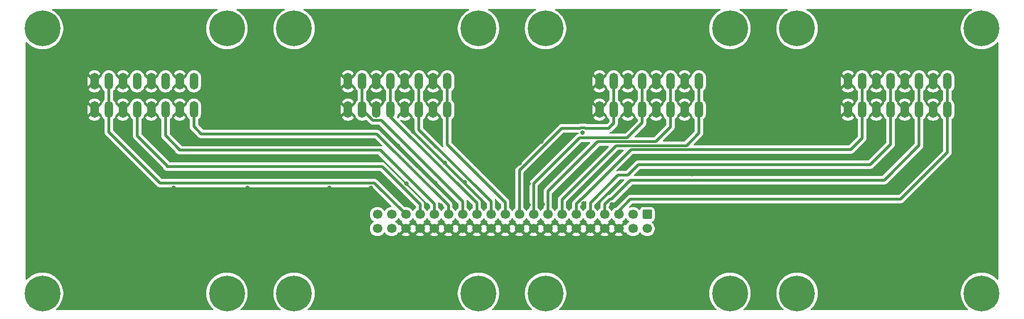
<source format=gbr>
%TF.GenerationSoftware,KiCad,Pcbnew,9.99.0-unknown-b0b07bbc41~182~ubuntu22.04.1*%
%TF.CreationDate,2025-08-06T14:03:11+02:00*%
%TF.ProjectId,CP70_pa_ba,43503730-5f70-4615-9f62-612e6b696361,rev?*%
%TF.SameCoordinates,Original*%
%TF.FileFunction,Copper,L2,Bot*%
%TF.FilePolarity,Positive*%
%FSLAX46Y46*%
G04 Gerber Fmt 4.6, Leading zero omitted, Abs format (unit mm)*
G04 Created by KiCad (PCBNEW 9.99.0-unknown-b0b07bbc41~182~ubuntu22.04.1) date 2025-08-06 14:03:11*
%MOMM*%
%LPD*%
G01*
G04 APERTURE LIST*
G04 Aperture macros list*
%AMRoundRect*
0 Rectangle with rounded corners*
0 $1 Rounding radius*
0 $2 $3 $4 $5 $6 $7 $8 $9 X,Y pos of 4 corners*
0 Add a 4 corners polygon primitive as box body*
4,1,4,$2,$3,$4,$5,$6,$7,$8,$9,$2,$3,0*
0 Add four circle primitives for the rounded corners*
1,1,$1+$1,$2,$3*
1,1,$1+$1,$4,$5*
1,1,$1+$1,$6,$7*
1,1,$1+$1,$8,$9*
0 Add four rect primitives between the rounded corners*
20,1,$1+$1,$2,$3,$4,$5,0*
20,1,$1+$1,$4,$5,$6,$7,0*
20,1,$1+$1,$6,$7,$8,$9,0*
20,1,$1+$1,$8,$9,$2,$3,0*%
G04 Aperture macros list end*
%TA.AperFunction,ComponentPad*%
%ADD10O,1.500000X3.000000*%
%TD*%
%TA.AperFunction,ComponentPad*%
%ADD11C,0.800000*%
%TD*%
%TA.AperFunction,ComponentPad*%
%ADD12C,6.400000*%
%TD*%
%TA.AperFunction,ComponentPad*%
%ADD13RoundRect,0.250000X-0.600000X0.600000X-0.600000X-0.600000X0.600000X-0.600000X0.600000X0.600000X0*%
%TD*%
%TA.AperFunction,ComponentPad*%
%ADD14C,1.700000*%
%TD*%
%TA.AperFunction,ViaPad*%
%ADD15C,0.800000*%
%TD*%
%TA.AperFunction,Conductor*%
%ADD16C,0.500000*%
%TD*%
G04 APERTURE END LIST*
D10*
%TO.P,J105,8,Pin_8*%
%TO.N,GNDA*%
X74310000Y-87960000D03*
X74310000Y-93040000D03*
%TO.P,J105,7,Pin_7*%
%TO.N,AMP16*%
X76850000Y-87960000D03*
X76850000Y-93040000D03*
%TO.P,J105,6,Pin_6*%
%TO.N,GNDA*%
X79390000Y-87960000D03*
X79390000Y-93040000D03*
%TO.P,J105,5,Pin_5*%
%TO.N,AMP15*%
X81930000Y-87960000D03*
X81930000Y-93040000D03*
%TO.P,J105,4,Pin_4*%
%TO.N,GNDA*%
X84470000Y-87960000D03*
X84470000Y-93040000D03*
%TO.P,J105,3,Pin_3*%
%TO.N,AMP14*%
X87010000Y-87960000D03*
X87010000Y-93040000D03*
%TO.P,J105,2,Pin_2*%
%TO.N,GNDA*%
X89550000Y-87960000D03*
X89550000Y-93040000D03*
%TO.P,J105,1,Pin_1*%
%TO.N,AMP13*%
X92090000Y-87960000D03*
X92090000Y-93040000D03*
%TD*%
%TO.P,J104,8,Pin_8*%
%TO.N,GNDA*%
X119633333Y-87960000D03*
X119633333Y-93040000D03*
%TO.P,J104,7,Pin_7*%
%TO.N,AMP12*%
X122173333Y-87960000D03*
X122173333Y-93040000D03*
%TO.P,J104,6,Pin_6*%
%TO.N,GNDA*%
X124713333Y-87960000D03*
X124713333Y-93040000D03*
%TO.P,J104,5,Pin_5*%
%TO.N,AMP11*%
X127253333Y-87960000D03*
X127253333Y-93040000D03*
%TO.P,J104,4,Pin_4*%
%TO.N,GNDA*%
X129793333Y-87960000D03*
X129793333Y-93040000D03*
%TO.P,J104,3,Pin_3*%
%TO.N,AMP10*%
X132333333Y-87960000D03*
X132333333Y-93040000D03*
%TO.P,J104,2,Pin_2*%
%TO.N,GNDA*%
X134873333Y-87960000D03*
X134873333Y-93040000D03*
%TO.P,J104,1,Pin_1*%
%TO.N,AMP09*%
X137413333Y-87960000D03*
X137413333Y-93040000D03*
%TD*%
%TO.P,J103,8,Pin_8*%
%TO.N,GNDA*%
X164646667Y-87960000D03*
X164646667Y-93040000D03*
%TO.P,J103,7,Pin_7*%
%TO.N,AMP08*%
X167186667Y-87960000D03*
X167186667Y-93040000D03*
%TO.P,J103,6,Pin_6*%
%TO.N,GNDA*%
X169726667Y-87960000D03*
X169726667Y-93040000D03*
%TO.P,J103,5,Pin_5*%
%TO.N,AMP07*%
X172266667Y-87960000D03*
X172266667Y-93040000D03*
%TO.P,J103,4,Pin_4*%
%TO.N,GNDA*%
X174806667Y-87960000D03*
X174806667Y-93040000D03*
%TO.P,J103,3,Pin_3*%
%TO.N,AMP06*%
X177346667Y-87960000D03*
X177346667Y-93040000D03*
%TO.P,J103,2,Pin_2*%
%TO.N,GNDA*%
X179886667Y-87960000D03*
X179886667Y-93040000D03*
%TO.P,J103,1,Pin_1*%
%TO.N,AMP05*%
X182426667Y-87960000D03*
X182426667Y-93040000D03*
%TD*%
D11*
%TO.P,H116,1*%
%TO.N,N/C*%
X197600000Y-78500000D03*
X198302944Y-76802944D03*
X198302944Y-80197056D03*
X200000000Y-76100000D03*
D12*
X200000000Y-78500000D03*
D11*
X200000000Y-80900000D03*
X201697056Y-76802944D03*
X201697056Y-80197056D03*
X202400000Y-78500000D03*
%TD*%
%TO.P,H115,1*%
%TO.N,N/C*%
X197600000Y-126000000D03*
X198302944Y-124302944D03*
X198302944Y-127697056D03*
X200000000Y-123600000D03*
D12*
X200000000Y-126000000D03*
D11*
X200000000Y-128400000D03*
X201697056Y-124302944D03*
X201697056Y-127697056D03*
X202400000Y-126000000D03*
%TD*%
%TO.P,H114,1*%
%TO.N,N/C*%
X185600000Y-78500000D03*
X186302944Y-76802944D03*
X186302944Y-80197056D03*
X188000000Y-76100000D03*
D12*
X188000000Y-78500000D03*
D11*
X188000000Y-80900000D03*
X189697056Y-76802944D03*
X189697056Y-80197056D03*
X190400000Y-78500000D03*
%TD*%
%TO.P,H113,1*%
%TO.N,N/C*%
X185600000Y-126000000D03*
X186302944Y-124302944D03*
X186302944Y-127697056D03*
X188000000Y-123600000D03*
D12*
X188000000Y-126000000D03*
D11*
X188000000Y-128400000D03*
X189697056Y-124302944D03*
X189697056Y-127697056D03*
X190400000Y-126000000D03*
%TD*%
%TO.P,H112,1*%
%TO.N,N/C*%
X152600000Y-78500000D03*
X153302944Y-76802944D03*
X153302944Y-80197056D03*
X155000000Y-76100000D03*
D12*
X155000000Y-78500000D03*
D11*
X155000000Y-80900000D03*
X156697056Y-76802944D03*
X156697056Y-80197056D03*
X157400000Y-78500000D03*
%TD*%
%TO.P,H111,1*%
%TO.N,N/C*%
X152600000Y-126000000D03*
X153302944Y-124302944D03*
X153302944Y-127697056D03*
X155000000Y-123600000D03*
D12*
X155000000Y-126000000D03*
D11*
X155000000Y-128400000D03*
X156697056Y-124302944D03*
X156697056Y-127697056D03*
X157400000Y-126000000D03*
%TD*%
%TO.P,H110,1*%
%TO.N,N/C*%
X140600000Y-126000000D03*
X141302944Y-124302944D03*
X141302944Y-127697056D03*
X143000000Y-123600000D03*
D12*
X143000000Y-126000000D03*
D11*
X143000000Y-128400000D03*
X144697056Y-124302944D03*
X144697056Y-127697056D03*
X145400000Y-126000000D03*
%TD*%
%TO.P,H109,1*%
%TO.N,N/C*%
X107600000Y-126000000D03*
X108302944Y-124302944D03*
X108302944Y-127697056D03*
X110000000Y-123600000D03*
D12*
X110000000Y-126000000D03*
D11*
X110000000Y-128400000D03*
X111697056Y-124302944D03*
X111697056Y-127697056D03*
X112400000Y-126000000D03*
%TD*%
%TO.P,H108,1*%
%TO.N,N/C*%
X140600000Y-78500000D03*
X141302944Y-76802944D03*
X141302944Y-80197056D03*
X143000000Y-76100000D03*
D12*
X143000000Y-78500000D03*
D11*
X143000000Y-80900000D03*
X144697056Y-76802944D03*
X144697056Y-80197056D03*
X145400000Y-78500000D03*
%TD*%
%TO.P,H107,1*%
%TO.N,N/C*%
X95600000Y-126000000D03*
X96302944Y-124302944D03*
X96302944Y-127697056D03*
X98000000Y-123600000D03*
D12*
X98000000Y-126000000D03*
D11*
X98000000Y-128400000D03*
X99697056Y-124302944D03*
X99697056Y-127697056D03*
X100400000Y-126000000D03*
%TD*%
%TO.P,H106,1*%
%TO.N,N/C*%
X107600000Y-78500000D03*
X108302944Y-76802944D03*
X108302944Y-80197056D03*
X110000000Y-76100000D03*
D12*
X110000000Y-78500000D03*
D11*
X110000000Y-80900000D03*
X111697056Y-76802944D03*
X111697056Y-80197056D03*
X112400000Y-78500000D03*
%TD*%
%TO.P,H105,1*%
%TO.N,N/C*%
X95600000Y-78500000D03*
X96302944Y-76802944D03*
X96302944Y-80197056D03*
X98000000Y-76100000D03*
D12*
X98000000Y-78500000D03*
D11*
X98000000Y-80900000D03*
X99697056Y-76802944D03*
X99697056Y-80197056D03*
X100400000Y-78500000D03*
%TD*%
D10*
%TO.P,J101,1,Pin_1*%
%TO.N,AMP01*%
X226890000Y-93040000D03*
X226890000Y-87960000D03*
%TO.P,J101,2,Pin_2*%
%TO.N,GNDA*%
X224350000Y-93040000D03*
X224350000Y-87960000D03*
%TO.P,J101,3,Pin_3*%
%TO.N,AMP02*%
X221810000Y-93040000D03*
X221810000Y-87960000D03*
%TO.P,J101,4,Pin_4*%
%TO.N,GNDA*%
X219270000Y-93040000D03*
X219270000Y-87960000D03*
%TO.P,J101,5,Pin_5*%
%TO.N,AMP03*%
X216730000Y-93040000D03*
X216730000Y-87960000D03*
%TO.P,J101,6,Pin_6*%
%TO.N,GNDA*%
X214190000Y-93040000D03*
X214190000Y-87960000D03*
%TO.P,J101,7,Pin_7*%
%TO.N,AMP04*%
X211650000Y-93040000D03*
X211650000Y-87960000D03*
%TO.P,J101,8,Pin_8*%
%TO.N,GNDA*%
X209110000Y-93040000D03*
X209110000Y-87960000D03*
%TD*%
D11*
%TO.P,H101,1*%
%TO.N,N/C*%
X230600000Y-78500000D03*
X231302944Y-76802944D03*
X231302944Y-80197056D03*
X233000000Y-76100000D03*
D12*
X233000000Y-78500000D03*
D11*
X233000000Y-80900000D03*
X234697056Y-76802944D03*
X234697056Y-80197056D03*
X235400000Y-78500000D03*
%TD*%
%TO.P,H102,1*%
%TO.N,N/C*%
X62600000Y-78500000D03*
X63302944Y-76802944D03*
X63302944Y-80197056D03*
X65000000Y-76100000D03*
D12*
X65000000Y-78500000D03*
D11*
X65000000Y-80900000D03*
X66697056Y-76802944D03*
X66697056Y-80197056D03*
X67400000Y-78500000D03*
%TD*%
D13*
%TO.P,J102,1,Pin_1*%
%TO.N,VCC*%
X173180000Y-111857500D03*
D14*
%TO.P,J102,2,Pin_2*%
X173180000Y-114397500D03*
%TO.P,J102,3,Pin_3*%
X170640000Y-111857500D03*
%TO.P,J102,4,Pin_4*%
X170640000Y-114397500D03*
%TO.P,J102,5,Pin_5*%
%TO.N,AMP01*%
X168100000Y-111857500D03*
%TO.P,J102,6,Pin_6*%
%TO.N,GNDA*%
X168100000Y-114397500D03*
%TO.P,J102,7,Pin_7*%
%TO.N,AMP02*%
X165560000Y-111857500D03*
%TO.P,J102,8,Pin_8*%
%TO.N,GNDA*%
X165560000Y-114397500D03*
%TO.P,J102,9,Pin_9*%
%TO.N,AMP03*%
X163020000Y-111857500D03*
%TO.P,J102,10,Pin_10*%
%TO.N,GNDA*%
X163020000Y-114397500D03*
%TO.P,J102,11,Pin_11*%
%TO.N,AMP04*%
X160480000Y-111857500D03*
%TO.P,J102,12,Pin_12*%
%TO.N,GNDA*%
X160480000Y-114397500D03*
%TO.P,J102,13,Pin_13*%
%TO.N,AMP05*%
X157940000Y-111857500D03*
%TO.P,J102,14,Pin_14*%
%TO.N,GNDA*%
X157940000Y-114397500D03*
%TO.P,J102,15,Pin_15*%
%TO.N,AMP06*%
X155400000Y-111857500D03*
%TO.P,J102,16,Pin_16*%
%TO.N,GNDA*%
X155400000Y-114397500D03*
%TO.P,J102,17,Pin_17*%
%TO.N,AMP07*%
X152860000Y-111857500D03*
%TO.P,J102,18,Pin_18*%
%TO.N,GNDA*%
X152860000Y-114397500D03*
%TO.P,J102,19,Pin_19*%
%TO.N,AMP08*%
X150320000Y-111857500D03*
%TO.P,J102,20,Pin_20*%
%TO.N,GNDA*%
X150320000Y-114397500D03*
%TO.P,J102,21,Pin_21*%
%TO.N,AMP09*%
X147780000Y-111857500D03*
%TO.P,J102,22,Pin_22*%
%TO.N,GNDA*%
X147780000Y-114397500D03*
%TO.P,J102,23,Pin_23*%
%TO.N,AMP10*%
X145240000Y-111857500D03*
%TO.P,J102,24,Pin_24*%
%TO.N,GNDA*%
X145240000Y-114397500D03*
%TO.P,J102,25,Pin_25*%
%TO.N,AMP11*%
X142700000Y-111857500D03*
%TO.P,J102,26,Pin_26*%
%TO.N,GNDA*%
X142700000Y-114397500D03*
%TO.P,J102,27,Pin_27*%
%TO.N,AMP12*%
X140160000Y-111857500D03*
%TO.P,J102,28,Pin_28*%
%TO.N,GNDA*%
X140160000Y-114397500D03*
%TO.P,J102,29,Pin_29*%
%TO.N,AMP13*%
X137620000Y-111857500D03*
%TO.P,J102,30,Pin_30*%
%TO.N,GNDA*%
X137620000Y-114397500D03*
%TO.P,J102,31,Pin_31*%
%TO.N,AMP14*%
X135080000Y-111857500D03*
%TO.P,J102,32,Pin_32*%
%TO.N,GNDA*%
X135080000Y-114397500D03*
%TO.P,J102,33,Pin_33*%
%TO.N,AMP15*%
X132540000Y-111857500D03*
%TO.P,J102,34,Pin_34*%
%TO.N,GNDA*%
X132540000Y-114397500D03*
%TO.P,J102,35,Pin_35*%
%TO.N,AMP16*%
X130000000Y-111857500D03*
%TO.P,J102,36,Pin_36*%
%TO.N,GNDA*%
X130000000Y-114397500D03*
%TO.P,J102,37,Pin_37*%
%TO.N,VEE*%
X127460000Y-111857500D03*
%TO.P,J102,38,Pin_38*%
X127460000Y-114397500D03*
%TO.P,J102,39,Pin_39*%
X124920000Y-111857500D03*
%TO.P,J102,40,Pin_40*%
X124920000Y-114397500D03*
%TD*%
D11*
%TO.P,H104,1,1*%
%TO.N,GNDREF*%
X62600000Y-126000000D03*
X63302944Y-124302944D03*
X63302944Y-127697056D03*
X65000000Y-123600000D03*
D12*
X65000000Y-126000000D03*
D11*
X65000000Y-128400000D03*
X66697056Y-124302944D03*
X66697056Y-127697056D03*
X67400000Y-126000000D03*
%TD*%
%TO.P,H103,1,1*%
%TO.N,GNDREF*%
X230600000Y-126000000D03*
X231302944Y-124302944D03*
X231302944Y-127697056D03*
X233000000Y-123600000D03*
D12*
X233000000Y-126000000D03*
D11*
X233000000Y-128400000D03*
X234697056Y-124302944D03*
X234697056Y-127697056D03*
X235400000Y-126000000D03*
%TD*%
D15*
%TO.N,GNDA*%
X122300000Y-111000000D03*
X166900000Y-110000000D03*
X159400000Y-101700000D03*
X156700000Y-104400000D03*
X162700000Y-102300000D03*
X159600000Y-106000000D03*
X161800000Y-109900000D03*
X164400000Y-110000000D03*
X154500000Y-110000000D03*
X152000000Y-110100000D03*
X146400000Y-110000000D03*
X143900000Y-110200000D03*
X141400000Y-110200000D03*
X138900000Y-110200000D03*
X136300000Y-110300000D03*
X133800000Y-110200000D03*
X131000000Y-110200000D03*
X149100000Y-109900000D03*
X149000000Y-108000000D03*
X150363603Y-102663603D03*
X154263603Y-98763603D03*
X178400000Y-97600000D03*
X174800000Y-96500000D03*
X168700000Y-96800000D03*
X161636887Y-97200000D03*
X154913603Y-101213603D03*
X151960005Y-106336856D03*
X156800000Y-109900000D03*
X159200000Y-110100000D03*
X233600000Y-118100000D03*
X229500000Y-119900000D03*
X226500000Y-124400000D03*
X72900000Y-125000000D03*
X71200000Y-119700000D03*
X65500000Y-117600000D03*
X121800000Y-96000000D03*
X112000000Y-96000000D03*
X97900000Y-96000000D03*
X91000000Y-98000000D03*
X89500000Y-95800000D03*
X92200000Y-101600000D03*
X87000000Y-100200000D03*
X84700000Y-96700000D03*
X83663603Y-102036397D03*
X80400000Y-97700000D03*
X123800000Y-107100000D03*
X116300000Y-107100000D03*
X101700000Y-107100000D03*
X88500000Y-107100000D03*
X80413603Y-104186397D03*
X76663603Y-100436397D03*
X207400000Y-96900000D03*
X205800000Y-98200000D03*
X194900000Y-98200000D03*
X183700000Y-98200000D03*
X179300000Y-111100000D03*
X192900000Y-111200000D03*
X209900000Y-110900000D03*
X220400000Y-110200000D03*
X225300000Y-105500000D03*
X224400000Y-96700000D03*
X219500000Y-104900000D03*
X209800000Y-107700000D03*
X192700000Y-107700000D03*
X179400000Y-107700000D03*
X181200000Y-104600000D03*
X192700000Y-104300000D03*
X209800000Y-104500000D03*
X216200000Y-102236397D03*
X206500000Y-101500000D03*
X193500000Y-101600000D03*
X176100000Y-101500000D03*
X200900000Y-85200000D03*
X200800000Y-89100000D03*
X201200000Y-94500000D03*
X187200000Y-94600000D03*
X187200000Y-90400000D03*
X187400000Y-85700000D03*
X156600000Y-84600000D03*
X156400000Y-89700000D03*
X156600000Y-94400000D03*
X142700000Y-94500000D03*
X143000000Y-90200000D03*
X143100000Y-86500000D03*
X131300000Y-97000000D03*
X144600000Y-103300000D03*
X139800000Y-99300000D03*
X135400000Y-97300000D03*
X140500000Y-106100000D03*
X137000000Y-102600000D03*
X130100000Y-106300000D03*
X127400000Y-107000000D03*
X135300000Y-106200000D03*
X128600000Y-99500000D03*
X121800000Y-98900000D03*
X98800000Y-98900000D03*
X121900000Y-101600000D03*
X97100000Y-101600000D03*
X122000000Y-104900000D03*
X95700000Y-104900000D03*
X110500000Y-89600000D03*
X98100000Y-89200000D03*
X110800000Y-92900000D03*
X98000000Y-93000000D03*
X110300000Y-87100000D03*
X97800000Y-86400000D03*
%TD*%
%TO.N,AMP02*%
D16*
X166789950Y-109100000D02*
X166527207Y-109100000D01*
X170189950Y-105700000D02*
X166789950Y-109100000D01*
X165560000Y-110067207D02*
X165560000Y-111857500D01*
X221810000Y-99490000D02*
X215600000Y-105700000D01*
X215600000Y-105700000D02*
X170189950Y-105700000D01*
X221810000Y-93040000D02*
X221810000Y-99490000D01*
X166527207Y-109100000D02*
X165560000Y-110067207D01*
%TO.N,AMP03*%
X163020000Y-109780000D02*
X163020000Y-111857500D01*
X168000000Y-104800000D02*
X163020000Y-109780000D01*
X169700000Y-104800000D02*
X168000000Y-104800000D01*
X171600000Y-102900000D02*
X169700000Y-104800000D01*
X213100000Y-102900000D02*
X171600000Y-102900000D01*
X216730000Y-99270000D02*
X213100000Y-102900000D01*
X216730000Y-93040000D02*
X216730000Y-99270000D01*
%TO.N,AMP04*%
X211650000Y-98150000D02*
X211650000Y-93040000D01*
X209600000Y-100200000D02*
X211650000Y-98150000D01*
X170300000Y-100200000D02*
X209600000Y-100200000D01*
X161427207Y-109000000D02*
X161500000Y-109000000D01*
X161500000Y-109000000D02*
X170300000Y-100200000D01*
X160480000Y-109947207D02*
X161427207Y-109000000D01*
X160480000Y-111857500D02*
X160480000Y-109947207D01*
%TO.N,AMP05*%
X182426667Y-93040000D02*
X182426667Y-97273333D01*
X157940000Y-109160000D02*
X157940000Y-111857500D01*
X182426667Y-97273333D02*
X180200000Y-99500000D01*
X180200000Y-99500000D02*
X167600000Y-99500000D01*
X167600000Y-99500000D02*
X157940000Y-109160000D01*
%TO.N,AMP01*%
X226890000Y-93040000D02*
X226890000Y-100710000D01*
X226890000Y-100710000D02*
X218500000Y-109100000D01*
X218500000Y-109100000D02*
X170200000Y-109100000D01*
X170200000Y-109100000D02*
X168100000Y-111200000D01*
X168100000Y-111200000D02*
X168100000Y-111857500D01*
%TO.N,AMP07*%
X172266667Y-95433333D02*
X169600000Y-98100000D01*
%TO.N,AMP08*%
X167186667Y-93040000D02*
X167186667Y-95513333D01*
X162109680Y-96400000D02*
X162009680Y-96300000D01*
%TO.N,AMP07*%
X161100000Y-98100000D02*
X152860000Y-106340000D01*
%TO.N,AMP08*%
X166300000Y-96400000D02*
X162109680Y-96400000D01*
X162009680Y-96300000D02*
X161264094Y-96300000D01*
X161264094Y-96300000D02*
X161164094Y-96400000D01*
%TO.N,AMP07*%
X172266667Y-93040000D02*
X172266667Y-95433333D01*
%TO.N,AMP08*%
X167186667Y-95513333D02*
X166300000Y-96400000D01*
X157900000Y-96400000D02*
X150320000Y-103980000D01*
X161164094Y-96400000D02*
X157900000Y-96400000D01*
X150320000Y-103980000D02*
X150320000Y-111857500D01*
%TO.N,AMP07*%
X169600000Y-98100000D02*
X161100000Y-98100000D01*
X152860000Y-106340000D02*
X152860000Y-111857500D01*
%TO.N,AMP06*%
X174700000Y-98800000D02*
X177346667Y-96153333D01*
X177346667Y-96153333D02*
X177346667Y-93040000D01*
X155400000Y-107700000D02*
X164300000Y-98800000D01*
X164300000Y-98800000D02*
X174700000Y-98800000D01*
X155400000Y-111857500D02*
X155400000Y-107700000D01*
%TO.N,AMP15*%
X132540000Y-111857500D02*
X132540000Y-110040000D01*
X132540000Y-110040000D02*
X125766667Y-103266667D01*
X125766667Y-103266667D02*
X125600000Y-103266667D01*
%TO.N,AMP14*%
X135080000Y-111857500D02*
X135080000Y-109980000D01*
X135080000Y-109980000D02*
X125433333Y-100333333D01*
X125433333Y-100333333D02*
X125283333Y-100333333D01*
X125300000Y-100333333D02*
X89500000Y-100333333D01*
X89500000Y-100200000D02*
X87010000Y-97710000D01*
X87010000Y-97710000D02*
X87010000Y-93040000D01*
%TO.N,AMP15*%
X87300000Y-103100000D02*
X81930000Y-97730000D01*
X125600000Y-103266667D02*
X87300000Y-103266667D01*
X81930000Y-97730000D02*
X81930000Y-93040000D01*
%TO.N,AMP13*%
X137620000Y-111857500D02*
X137620000Y-110220000D01*
X137620000Y-110220000D02*
X124800000Y-97400000D01*
X124800000Y-97400000D02*
X93400000Y-97400000D01*
X92090000Y-96090000D02*
X92090000Y-93040000D01*
X93400000Y-97400000D02*
X92090000Y-96090000D01*
%TO.N,AMP16*%
X76850000Y-93040000D02*
X76850000Y-97050000D01*
X76850000Y-97050000D02*
X86000000Y-106200000D01*
X86000000Y-106200000D02*
X124342500Y-106200000D01*
X124342500Y-106200000D02*
X130000000Y-111857500D01*
%TO.N,AMP12*%
X140160000Y-111857500D02*
X140160000Y-109560000D01*
X140160000Y-109560000D02*
X125591000Y-94991000D01*
X124124333Y-94991000D02*
X122173333Y-93040000D01*
X125591000Y-94991000D02*
X124124333Y-94991000D01*
%TO.N,AMP11*%
X127253333Y-93040000D02*
X127253333Y-94353333D01*
X127253333Y-94353333D02*
X142700000Y-109800000D01*
X142700000Y-109800000D02*
X142700000Y-111857500D01*
%TO.N,AMP10*%
X145240000Y-111857500D02*
X145240000Y-109540000D01*
X145240000Y-109540000D02*
X132333333Y-96633333D01*
X132333333Y-96633333D02*
X132333333Y-93040000D01*
%TO.N,AMP09*%
X137413333Y-93040000D02*
X137413333Y-99313333D01*
X137413333Y-99313333D02*
X147780000Y-109680000D01*
X147780000Y-109680000D02*
X147780000Y-111857500D01*
%TO.N,AMP06*%
X177346667Y-87960000D02*
X177346667Y-93040000D01*
%TO.N,AMP05*%
X182426667Y-87960000D02*
X182426667Y-93040000D01*
%TO.N,AMP02*%
X221810000Y-87960000D02*
X221810000Y-93040000D01*
%TO.N,AMP03*%
X216730000Y-87960000D02*
X216730000Y-93040000D01*
%TO.N,AMP04*%
X211650000Y-87960000D02*
X211650000Y-93040000D01*
%TO.N,AMP01*%
X226890000Y-87960000D02*
X226890000Y-93040000D01*
%TO.N,AMP07*%
X172266667Y-87960000D02*
X172266667Y-93040000D01*
%TO.N,AMP08*%
X167186667Y-87960000D02*
X167186667Y-93040000D01*
%TO.N,AMP09*%
X137413333Y-87960000D02*
X137413333Y-93040000D01*
%TO.N,AMP10*%
X132333333Y-93040000D02*
X132333333Y-87960000D01*
%TO.N,AMP11*%
X127253333Y-87960000D02*
X127253333Y-93040000D01*
%TO.N,AMP12*%
X122173333Y-93040000D02*
X122173333Y-87960000D01*
%TO.N,AMP16*%
X76850000Y-87960000D02*
X76850000Y-93040000D01*
%TD*%
%TA.AperFunction,Conductor*%
%TO.N,GNDA*%
G36*
X128801444Y-112511499D02*
G01*
X128840486Y-112556556D01*
X128844951Y-112565320D01*
X128969890Y-112737286D01*
X129120213Y-112887609D01*
X129292179Y-113012548D01*
X129292181Y-113012549D01*
X129292184Y-113012551D01*
X129301493Y-113017294D01*
X129352290Y-113065266D01*
X129369087Y-113133087D01*
X129346552Y-113199222D01*
X129301505Y-113238260D01*
X129292446Y-113242876D01*
X129292440Y-113242880D01*
X129238282Y-113282227D01*
X129238282Y-113282228D01*
X129870591Y-113914537D01*
X129807007Y-113931575D01*
X129692993Y-113997401D01*
X129599901Y-114090493D01*
X129534075Y-114204507D01*
X129517037Y-114268091D01*
X128884728Y-113635782D01*
X128884727Y-113635782D01*
X128845380Y-113689940D01*
X128845376Y-113689946D01*
X128840760Y-113699005D01*
X128792781Y-113749797D01*
X128724959Y-113766587D01*
X128658826Y-113744043D01*
X128619794Y-113698993D01*
X128615051Y-113689684D01*
X128615049Y-113689681D01*
X128615048Y-113689679D01*
X128490109Y-113517713D01*
X128339786Y-113367390D01*
X128167820Y-113242451D01*
X128167115Y-113242091D01*
X128159054Y-113237985D01*
X128108259Y-113190012D01*
X128091463Y-113122192D01*
X128113999Y-113056056D01*
X128159054Y-113017015D01*
X128167816Y-113012551D01*
X128189789Y-112996586D01*
X128339786Y-112887609D01*
X128339788Y-112887606D01*
X128339792Y-112887604D01*
X128490104Y-112737292D01*
X128490106Y-112737288D01*
X128490109Y-112737286D01*
X128615048Y-112565320D01*
X128615047Y-112565320D01*
X128615051Y-112565316D01*
X128619514Y-112556554D01*
X128667488Y-112505759D01*
X128735308Y-112488963D01*
X128801444Y-112511499D01*
G37*
%TD.AperFunction*%
%TA.AperFunction,Conductor*%
G36*
X131341444Y-112511499D02*
G01*
X131380486Y-112556556D01*
X131384951Y-112565320D01*
X131509890Y-112737286D01*
X131660213Y-112887609D01*
X131832179Y-113012548D01*
X131832181Y-113012549D01*
X131832184Y-113012551D01*
X131841493Y-113017294D01*
X131892290Y-113065266D01*
X131909087Y-113133087D01*
X131886552Y-113199222D01*
X131841505Y-113238260D01*
X131832446Y-113242876D01*
X131832440Y-113242880D01*
X131778282Y-113282227D01*
X131778282Y-113282228D01*
X132410591Y-113914537D01*
X132347007Y-113931575D01*
X132232993Y-113997401D01*
X132139901Y-114090493D01*
X132074075Y-114204507D01*
X132057037Y-114268091D01*
X131424728Y-113635782D01*
X131424727Y-113635782D01*
X131385380Y-113689940D01*
X131380483Y-113699551D01*
X131332506Y-113750345D01*
X131264684Y-113767138D01*
X131198550Y-113744598D01*
X131159516Y-113699548D01*
X131154626Y-113689952D01*
X131115270Y-113635782D01*
X131115269Y-113635782D01*
X130482962Y-114268090D01*
X130465925Y-114204507D01*
X130400099Y-114090493D01*
X130307007Y-113997401D01*
X130192993Y-113931575D01*
X130129409Y-113914537D01*
X130761716Y-113282228D01*
X130707547Y-113242873D01*
X130707547Y-113242872D01*
X130698500Y-113238263D01*
X130647706Y-113190288D01*
X130630912Y-113122466D01*
X130653451Y-113056332D01*
X130698508Y-113017293D01*
X130707816Y-113012551D01*
X130826728Y-112926157D01*
X130879786Y-112887609D01*
X130879788Y-112887606D01*
X130879792Y-112887604D01*
X131030104Y-112737292D01*
X131030106Y-112737288D01*
X131030109Y-112737286D01*
X131155048Y-112565320D01*
X131155047Y-112565320D01*
X131155051Y-112565316D01*
X131159514Y-112556554D01*
X131207488Y-112505759D01*
X131275308Y-112488963D01*
X131341444Y-112511499D01*
G37*
%TD.AperFunction*%
%TA.AperFunction,Conductor*%
G36*
X133881444Y-112511499D02*
G01*
X133920486Y-112556556D01*
X133924951Y-112565320D01*
X134049890Y-112737286D01*
X134200213Y-112887609D01*
X134372179Y-113012548D01*
X134372181Y-113012549D01*
X134372184Y-113012551D01*
X134381493Y-113017294D01*
X134432290Y-113065266D01*
X134449087Y-113133087D01*
X134426552Y-113199222D01*
X134381505Y-113238260D01*
X134372446Y-113242876D01*
X134372440Y-113242880D01*
X134318282Y-113282227D01*
X134318282Y-113282228D01*
X134950591Y-113914537D01*
X134887007Y-113931575D01*
X134772993Y-113997401D01*
X134679901Y-114090493D01*
X134614075Y-114204507D01*
X134597037Y-114268091D01*
X133964728Y-113635782D01*
X133964727Y-113635782D01*
X133925380Y-113689940D01*
X133920483Y-113699551D01*
X133872506Y-113750345D01*
X133804684Y-113767138D01*
X133738550Y-113744598D01*
X133699516Y-113699548D01*
X133694626Y-113689952D01*
X133655270Y-113635782D01*
X133022962Y-114268090D01*
X133005925Y-114204507D01*
X132940099Y-114090493D01*
X132847007Y-113997401D01*
X132732993Y-113931575D01*
X132669409Y-113914537D01*
X133301716Y-113282228D01*
X133247547Y-113242873D01*
X133247547Y-113242872D01*
X133238500Y-113238263D01*
X133187706Y-113190288D01*
X133170912Y-113122466D01*
X133193451Y-113056332D01*
X133238508Y-113017293D01*
X133247816Y-113012551D01*
X133366728Y-112926157D01*
X133419786Y-112887609D01*
X133419788Y-112887606D01*
X133419792Y-112887604D01*
X133570104Y-112737292D01*
X133570106Y-112737288D01*
X133570109Y-112737286D01*
X133695048Y-112565320D01*
X133695047Y-112565320D01*
X133695051Y-112565316D01*
X133699514Y-112556554D01*
X133747488Y-112505759D01*
X133815308Y-112488963D01*
X133881444Y-112511499D01*
G37*
%TD.AperFunction*%
%TA.AperFunction,Conductor*%
G36*
X136421444Y-112511499D02*
G01*
X136460486Y-112556556D01*
X136464951Y-112565320D01*
X136589890Y-112737286D01*
X136740213Y-112887609D01*
X136912179Y-113012548D01*
X136912181Y-113012549D01*
X136912184Y-113012551D01*
X136921493Y-113017294D01*
X136972290Y-113065266D01*
X136989087Y-113133087D01*
X136966552Y-113199222D01*
X136921505Y-113238260D01*
X136912446Y-113242876D01*
X136912440Y-113242880D01*
X136858282Y-113282227D01*
X136858282Y-113282228D01*
X137490591Y-113914537D01*
X137427007Y-113931575D01*
X137312993Y-113997401D01*
X137219901Y-114090493D01*
X137154075Y-114204507D01*
X137137037Y-114268091D01*
X136504728Y-113635782D01*
X136504727Y-113635782D01*
X136465380Y-113689940D01*
X136460483Y-113699551D01*
X136412506Y-113750345D01*
X136344684Y-113767138D01*
X136278550Y-113744598D01*
X136239516Y-113699548D01*
X136234626Y-113689952D01*
X136195270Y-113635782D01*
X136195269Y-113635782D01*
X135562962Y-114268090D01*
X135545925Y-114204507D01*
X135480099Y-114090493D01*
X135387007Y-113997401D01*
X135272993Y-113931575D01*
X135209409Y-113914537D01*
X135841716Y-113282228D01*
X135787547Y-113242873D01*
X135787547Y-113242872D01*
X135778500Y-113238263D01*
X135727706Y-113190288D01*
X135710912Y-113122466D01*
X135733451Y-113056332D01*
X135778508Y-113017293D01*
X135787816Y-113012551D01*
X135906728Y-112926157D01*
X135959786Y-112887609D01*
X135959788Y-112887606D01*
X135959792Y-112887604D01*
X136110104Y-112737292D01*
X136110106Y-112737288D01*
X136110109Y-112737286D01*
X136235048Y-112565320D01*
X136235047Y-112565320D01*
X136235051Y-112565316D01*
X136239514Y-112556554D01*
X136287488Y-112505759D01*
X136355308Y-112488963D01*
X136421444Y-112511499D01*
G37*
%TD.AperFunction*%
%TA.AperFunction,Conductor*%
G36*
X138961444Y-112511499D02*
G01*
X139000486Y-112556556D01*
X139004951Y-112565320D01*
X139129890Y-112737286D01*
X139280213Y-112887609D01*
X139452179Y-113012548D01*
X139452181Y-113012549D01*
X139452184Y-113012551D01*
X139461493Y-113017294D01*
X139512290Y-113065266D01*
X139529087Y-113133087D01*
X139506552Y-113199222D01*
X139461505Y-113238260D01*
X139452446Y-113242876D01*
X139452440Y-113242880D01*
X139398282Y-113282227D01*
X139398282Y-113282228D01*
X140030591Y-113914537D01*
X139967007Y-113931575D01*
X139852993Y-113997401D01*
X139759901Y-114090493D01*
X139694075Y-114204507D01*
X139677037Y-114268091D01*
X139044728Y-113635782D01*
X139044727Y-113635782D01*
X139005380Y-113689940D01*
X139000483Y-113699551D01*
X138952506Y-113750345D01*
X138884684Y-113767138D01*
X138818550Y-113744598D01*
X138779516Y-113699548D01*
X138774626Y-113689952D01*
X138735270Y-113635782D01*
X138735269Y-113635782D01*
X138102962Y-114268090D01*
X138085925Y-114204507D01*
X138020099Y-114090493D01*
X137927007Y-113997401D01*
X137812993Y-113931575D01*
X137749409Y-113914537D01*
X138381716Y-113282228D01*
X138327547Y-113242873D01*
X138327547Y-113242872D01*
X138318500Y-113238263D01*
X138267706Y-113190288D01*
X138250912Y-113122466D01*
X138273451Y-113056332D01*
X138318508Y-113017293D01*
X138327816Y-113012551D01*
X138446728Y-112926157D01*
X138499786Y-112887609D01*
X138499788Y-112887606D01*
X138499792Y-112887604D01*
X138650104Y-112737292D01*
X138650106Y-112737288D01*
X138650109Y-112737286D01*
X138775048Y-112565320D01*
X138775047Y-112565320D01*
X138775051Y-112565316D01*
X138779514Y-112556554D01*
X138827488Y-112505759D01*
X138895308Y-112488963D01*
X138961444Y-112511499D01*
G37*
%TD.AperFunction*%
%TA.AperFunction,Conductor*%
G36*
X141501444Y-112511499D02*
G01*
X141540486Y-112556556D01*
X141544951Y-112565320D01*
X141669890Y-112737286D01*
X141820213Y-112887609D01*
X141992179Y-113012548D01*
X141992181Y-113012549D01*
X141992184Y-113012551D01*
X142001493Y-113017294D01*
X142052290Y-113065266D01*
X142069087Y-113133087D01*
X142046552Y-113199222D01*
X142001505Y-113238260D01*
X141992446Y-113242876D01*
X141992440Y-113242880D01*
X141938282Y-113282227D01*
X141938282Y-113282228D01*
X142570591Y-113914537D01*
X142507007Y-113931575D01*
X142392993Y-113997401D01*
X142299901Y-114090493D01*
X142234075Y-114204507D01*
X142217037Y-114268091D01*
X141584728Y-113635782D01*
X141584727Y-113635782D01*
X141545380Y-113689940D01*
X141540483Y-113699551D01*
X141492506Y-113750345D01*
X141424684Y-113767138D01*
X141358550Y-113744598D01*
X141319516Y-113699548D01*
X141314626Y-113689952D01*
X141275270Y-113635782D01*
X141275269Y-113635782D01*
X140642962Y-114268090D01*
X140625925Y-114204507D01*
X140560099Y-114090493D01*
X140467007Y-113997401D01*
X140352993Y-113931575D01*
X140289409Y-113914537D01*
X140921716Y-113282228D01*
X140867547Y-113242873D01*
X140867547Y-113242872D01*
X140858500Y-113238263D01*
X140807706Y-113190288D01*
X140790912Y-113122466D01*
X140813451Y-113056332D01*
X140858508Y-113017293D01*
X140867816Y-113012551D01*
X140986728Y-112926157D01*
X141039786Y-112887609D01*
X141039788Y-112887606D01*
X141039792Y-112887604D01*
X141190104Y-112737292D01*
X141190106Y-112737288D01*
X141190109Y-112737286D01*
X141315048Y-112565320D01*
X141315047Y-112565320D01*
X141315051Y-112565316D01*
X141319514Y-112556554D01*
X141367488Y-112505759D01*
X141435308Y-112488963D01*
X141501444Y-112511499D01*
G37*
%TD.AperFunction*%
%TA.AperFunction,Conductor*%
G36*
X144041444Y-112511499D02*
G01*
X144080486Y-112556556D01*
X144084951Y-112565320D01*
X144209890Y-112737286D01*
X144360213Y-112887609D01*
X144532179Y-113012548D01*
X144532181Y-113012549D01*
X144532184Y-113012551D01*
X144541493Y-113017294D01*
X144592290Y-113065266D01*
X144609087Y-113133087D01*
X144586552Y-113199222D01*
X144541505Y-113238260D01*
X144532446Y-113242876D01*
X144532440Y-113242880D01*
X144478282Y-113282227D01*
X144478282Y-113282228D01*
X145110591Y-113914537D01*
X145047007Y-113931575D01*
X144932993Y-113997401D01*
X144839901Y-114090493D01*
X144774075Y-114204507D01*
X144757037Y-114268091D01*
X144124728Y-113635782D01*
X144124727Y-113635782D01*
X144085380Y-113689940D01*
X144080483Y-113699551D01*
X144032506Y-113750345D01*
X143964684Y-113767138D01*
X143898550Y-113744598D01*
X143859516Y-113699548D01*
X143854626Y-113689952D01*
X143815270Y-113635782D01*
X143815269Y-113635782D01*
X143182962Y-114268090D01*
X143165925Y-114204507D01*
X143100099Y-114090493D01*
X143007007Y-113997401D01*
X142892993Y-113931575D01*
X142829409Y-113914537D01*
X143461716Y-113282228D01*
X143407547Y-113242873D01*
X143407547Y-113242872D01*
X143398500Y-113238263D01*
X143347706Y-113190288D01*
X143330912Y-113122466D01*
X143353451Y-113056332D01*
X143398508Y-113017293D01*
X143407816Y-113012551D01*
X143526728Y-112926157D01*
X143579786Y-112887609D01*
X143579788Y-112887606D01*
X143579792Y-112887604D01*
X143730104Y-112737292D01*
X143730106Y-112737288D01*
X143730109Y-112737286D01*
X143855048Y-112565320D01*
X143855047Y-112565320D01*
X143855051Y-112565316D01*
X143859514Y-112556554D01*
X143907488Y-112505759D01*
X143975308Y-112488963D01*
X144041444Y-112511499D01*
G37*
%TD.AperFunction*%
%TA.AperFunction,Conductor*%
G36*
X146581444Y-112511499D02*
G01*
X146620486Y-112556556D01*
X146624951Y-112565320D01*
X146749890Y-112737286D01*
X146900213Y-112887609D01*
X147072179Y-113012548D01*
X147072181Y-113012549D01*
X147072184Y-113012551D01*
X147081493Y-113017294D01*
X147132290Y-113065266D01*
X147149087Y-113133087D01*
X147126552Y-113199222D01*
X147081505Y-113238260D01*
X147072446Y-113242876D01*
X147072440Y-113242880D01*
X147018282Y-113282227D01*
X147018282Y-113282228D01*
X147650591Y-113914537D01*
X147587007Y-113931575D01*
X147472993Y-113997401D01*
X147379901Y-114090493D01*
X147314075Y-114204507D01*
X147297037Y-114268091D01*
X146664728Y-113635782D01*
X146664727Y-113635782D01*
X146625380Y-113689940D01*
X146620483Y-113699551D01*
X146572506Y-113750345D01*
X146504684Y-113767138D01*
X146438550Y-113744598D01*
X146399516Y-113699548D01*
X146394626Y-113689952D01*
X146355270Y-113635782D01*
X145722962Y-114268090D01*
X145705925Y-114204507D01*
X145640099Y-114090493D01*
X145547007Y-113997401D01*
X145432993Y-113931575D01*
X145369409Y-113914537D01*
X146001716Y-113282228D01*
X145947547Y-113242873D01*
X145947547Y-113242872D01*
X145938500Y-113238263D01*
X145887706Y-113190288D01*
X145870912Y-113122466D01*
X145893451Y-113056332D01*
X145938508Y-113017293D01*
X145947816Y-113012551D01*
X146066728Y-112926157D01*
X146119786Y-112887609D01*
X146119788Y-112887606D01*
X146119792Y-112887604D01*
X146270104Y-112737292D01*
X146270106Y-112737288D01*
X146270109Y-112737286D01*
X146395048Y-112565320D01*
X146395047Y-112565320D01*
X146395051Y-112565316D01*
X146399514Y-112556554D01*
X146447488Y-112505759D01*
X146515308Y-112488963D01*
X146581444Y-112511499D01*
G37*
%TD.AperFunction*%
%TA.AperFunction,Conductor*%
G36*
X149121444Y-112511499D02*
G01*
X149160486Y-112556556D01*
X149164951Y-112565320D01*
X149289890Y-112737286D01*
X149440213Y-112887609D01*
X149612179Y-113012548D01*
X149612181Y-113012549D01*
X149612184Y-113012551D01*
X149621493Y-113017294D01*
X149672290Y-113065266D01*
X149689087Y-113133087D01*
X149666552Y-113199222D01*
X149621505Y-113238260D01*
X149612446Y-113242876D01*
X149612440Y-113242880D01*
X149558282Y-113282227D01*
X149558282Y-113282228D01*
X150190591Y-113914537D01*
X150127007Y-113931575D01*
X150012993Y-113997401D01*
X149919901Y-114090493D01*
X149854075Y-114204507D01*
X149837037Y-114268091D01*
X149204728Y-113635782D01*
X149204727Y-113635782D01*
X149165380Y-113689940D01*
X149160483Y-113699551D01*
X149112506Y-113750345D01*
X149044684Y-113767138D01*
X148978550Y-113744598D01*
X148939516Y-113699548D01*
X148934626Y-113689952D01*
X148895270Y-113635782D01*
X148895269Y-113635782D01*
X148262962Y-114268090D01*
X148245925Y-114204507D01*
X148180099Y-114090493D01*
X148087007Y-113997401D01*
X147972993Y-113931575D01*
X147909409Y-113914537D01*
X148541716Y-113282228D01*
X148487547Y-113242873D01*
X148487547Y-113242872D01*
X148478500Y-113238263D01*
X148427706Y-113190288D01*
X148410912Y-113122466D01*
X148433451Y-113056332D01*
X148478508Y-113017293D01*
X148487816Y-113012551D01*
X148606728Y-112926157D01*
X148659786Y-112887609D01*
X148659788Y-112887606D01*
X148659792Y-112887604D01*
X148810104Y-112737292D01*
X148810106Y-112737288D01*
X148810109Y-112737286D01*
X148935048Y-112565320D01*
X148935047Y-112565320D01*
X148935051Y-112565316D01*
X148939514Y-112556554D01*
X148987488Y-112505759D01*
X149055308Y-112488963D01*
X149121444Y-112511499D01*
G37*
%TD.AperFunction*%
%TA.AperFunction,Conductor*%
G36*
X151661444Y-112511499D02*
G01*
X151700486Y-112556556D01*
X151704951Y-112565320D01*
X151829890Y-112737286D01*
X151980213Y-112887609D01*
X152152179Y-113012548D01*
X152152181Y-113012549D01*
X152152184Y-113012551D01*
X152161493Y-113017294D01*
X152212290Y-113065266D01*
X152229087Y-113133087D01*
X152206552Y-113199222D01*
X152161505Y-113238260D01*
X152152446Y-113242876D01*
X152152440Y-113242880D01*
X152098282Y-113282227D01*
X152098282Y-113282228D01*
X152730591Y-113914537D01*
X152667007Y-113931575D01*
X152552993Y-113997401D01*
X152459901Y-114090493D01*
X152394075Y-114204507D01*
X152377037Y-114268091D01*
X151744728Y-113635782D01*
X151744727Y-113635782D01*
X151705380Y-113689940D01*
X151700483Y-113699551D01*
X151652506Y-113750345D01*
X151584684Y-113767138D01*
X151518550Y-113744598D01*
X151479516Y-113699548D01*
X151474626Y-113689952D01*
X151435270Y-113635782D01*
X150802962Y-114268090D01*
X150785925Y-114204507D01*
X150720099Y-114090493D01*
X150627007Y-113997401D01*
X150512993Y-113931575D01*
X150449409Y-113914537D01*
X151081716Y-113282228D01*
X151027547Y-113242873D01*
X151027547Y-113242872D01*
X151018500Y-113238263D01*
X150967706Y-113190288D01*
X150950912Y-113122466D01*
X150973451Y-113056332D01*
X151018508Y-113017293D01*
X151027816Y-113012551D01*
X151146728Y-112926157D01*
X151199786Y-112887609D01*
X151199788Y-112887606D01*
X151199792Y-112887604D01*
X151350104Y-112737292D01*
X151350106Y-112737288D01*
X151350109Y-112737286D01*
X151475048Y-112565320D01*
X151475047Y-112565320D01*
X151475051Y-112565316D01*
X151479514Y-112556554D01*
X151527488Y-112505759D01*
X151595308Y-112488963D01*
X151661444Y-112511499D01*
G37*
%TD.AperFunction*%
%TA.AperFunction,Conductor*%
G36*
X154201444Y-112511499D02*
G01*
X154240486Y-112556556D01*
X154244951Y-112565320D01*
X154369890Y-112737286D01*
X154520213Y-112887609D01*
X154692179Y-113012548D01*
X154692181Y-113012549D01*
X154692184Y-113012551D01*
X154701493Y-113017294D01*
X154752290Y-113065266D01*
X154769087Y-113133087D01*
X154746552Y-113199222D01*
X154701505Y-113238260D01*
X154692446Y-113242876D01*
X154692440Y-113242880D01*
X154638282Y-113282227D01*
X154638282Y-113282228D01*
X155270591Y-113914537D01*
X155207007Y-113931575D01*
X155092993Y-113997401D01*
X154999901Y-114090493D01*
X154934075Y-114204507D01*
X154917037Y-114268091D01*
X154284728Y-113635782D01*
X154284727Y-113635782D01*
X154245380Y-113689940D01*
X154240483Y-113699551D01*
X154192506Y-113750345D01*
X154124684Y-113767138D01*
X154058550Y-113744598D01*
X154019516Y-113699548D01*
X154014626Y-113689952D01*
X153975270Y-113635782D01*
X153975269Y-113635782D01*
X153342962Y-114268090D01*
X153325925Y-114204507D01*
X153260099Y-114090493D01*
X153167007Y-113997401D01*
X153052993Y-113931575D01*
X152989409Y-113914537D01*
X153621716Y-113282228D01*
X153567547Y-113242873D01*
X153567547Y-113242872D01*
X153558500Y-113238263D01*
X153507706Y-113190288D01*
X153490912Y-113122466D01*
X153513451Y-113056332D01*
X153558508Y-113017293D01*
X153567816Y-113012551D01*
X153686728Y-112926157D01*
X153739786Y-112887609D01*
X153739788Y-112887606D01*
X153739792Y-112887604D01*
X153890104Y-112737292D01*
X153890106Y-112737288D01*
X153890109Y-112737286D01*
X154015048Y-112565320D01*
X154015047Y-112565320D01*
X154015051Y-112565316D01*
X154019514Y-112556554D01*
X154067488Y-112505759D01*
X154135308Y-112488963D01*
X154201444Y-112511499D01*
G37*
%TD.AperFunction*%
%TA.AperFunction,Conductor*%
G36*
X156741444Y-112511499D02*
G01*
X156780486Y-112556556D01*
X156784951Y-112565320D01*
X156909890Y-112737286D01*
X157060213Y-112887609D01*
X157232179Y-113012548D01*
X157232181Y-113012549D01*
X157232184Y-113012551D01*
X157241493Y-113017294D01*
X157292290Y-113065266D01*
X157309087Y-113133087D01*
X157286552Y-113199222D01*
X157241505Y-113238260D01*
X157232446Y-113242876D01*
X157232440Y-113242880D01*
X157178282Y-113282227D01*
X157178282Y-113282228D01*
X157810591Y-113914537D01*
X157747007Y-113931575D01*
X157632993Y-113997401D01*
X157539901Y-114090493D01*
X157474075Y-114204507D01*
X157457037Y-114268091D01*
X156824728Y-113635782D01*
X156824727Y-113635782D01*
X156785380Y-113689940D01*
X156780483Y-113699551D01*
X156732506Y-113750345D01*
X156664684Y-113767138D01*
X156598550Y-113744598D01*
X156559516Y-113699548D01*
X156554626Y-113689952D01*
X156515270Y-113635782D01*
X156515269Y-113635782D01*
X155882962Y-114268090D01*
X155865925Y-114204507D01*
X155800099Y-114090493D01*
X155707007Y-113997401D01*
X155592993Y-113931575D01*
X155529409Y-113914537D01*
X156161716Y-113282228D01*
X156107547Y-113242873D01*
X156107547Y-113242872D01*
X156098500Y-113238263D01*
X156047706Y-113190288D01*
X156030912Y-113122466D01*
X156053451Y-113056332D01*
X156098508Y-113017293D01*
X156107816Y-113012551D01*
X156226728Y-112926157D01*
X156279786Y-112887609D01*
X156279788Y-112887606D01*
X156279792Y-112887604D01*
X156430104Y-112737292D01*
X156430106Y-112737288D01*
X156430109Y-112737286D01*
X156555048Y-112565320D01*
X156555047Y-112565320D01*
X156555051Y-112565316D01*
X156559514Y-112556554D01*
X156607488Y-112505759D01*
X156675308Y-112488963D01*
X156741444Y-112511499D01*
G37*
%TD.AperFunction*%
%TA.AperFunction,Conductor*%
G36*
X159281444Y-112511499D02*
G01*
X159320486Y-112556556D01*
X159324951Y-112565320D01*
X159449890Y-112737286D01*
X159600213Y-112887609D01*
X159772179Y-113012548D01*
X159772181Y-113012549D01*
X159772184Y-113012551D01*
X159781493Y-113017294D01*
X159832290Y-113065266D01*
X159849087Y-113133087D01*
X159826552Y-113199222D01*
X159781505Y-113238260D01*
X159772446Y-113242876D01*
X159772440Y-113242880D01*
X159718282Y-113282227D01*
X159718282Y-113282228D01*
X160350591Y-113914537D01*
X160287007Y-113931575D01*
X160172993Y-113997401D01*
X160079901Y-114090493D01*
X160014075Y-114204507D01*
X159997037Y-114268091D01*
X159364728Y-113635782D01*
X159364727Y-113635782D01*
X159325380Y-113689940D01*
X159320483Y-113699551D01*
X159272506Y-113750345D01*
X159204684Y-113767138D01*
X159138550Y-113744598D01*
X159099516Y-113699548D01*
X159094626Y-113689952D01*
X159055270Y-113635782D01*
X158422962Y-114268090D01*
X158405925Y-114204507D01*
X158340099Y-114090493D01*
X158247007Y-113997401D01*
X158132993Y-113931575D01*
X158069409Y-113914537D01*
X158701716Y-113282228D01*
X158647547Y-113242873D01*
X158647547Y-113242872D01*
X158638500Y-113238263D01*
X158587706Y-113190288D01*
X158570912Y-113122466D01*
X158593451Y-113056332D01*
X158638508Y-113017293D01*
X158647816Y-113012551D01*
X158766728Y-112926157D01*
X158819786Y-112887609D01*
X158819788Y-112887606D01*
X158819792Y-112887604D01*
X158970104Y-112737292D01*
X158970106Y-112737288D01*
X158970109Y-112737286D01*
X159095048Y-112565320D01*
X159095047Y-112565320D01*
X159095051Y-112565316D01*
X159099514Y-112556554D01*
X159147488Y-112505759D01*
X159215308Y-112488963D01*
X159281444Y-112511499D01*
G37*
%TD.AperFunction*%
%TA.AperFunction,Conductor*%
G36*
X161821444Y-112511499D02*
G01*
X161860486Y-112556556D01*
X161864951Y-112565320D01*
X161989890Y-112737286D01*
X162140213Y-112887609D01*
X162312179Y-113012548D01*
X162312181Y-113012549D01*
X162312184Y-113012551D01*
X162321493Y-113017294D01*
X162372290Y-113065266D01*
X162389087Y-113133087D01*
X162366552Y-113199222D01*
X162321505Y-113238260D01*
X162312446Y-113242876D01*
X162312440Y-113242880D01*
X162258282Y-113282227D01*
X162258282Y-113282228D01*
X162890591Y-113914537D01*
X162827007Y-113931575D01*
X162712993Y-113997401D01*
X162619901Y-114090493D01*
X162554075Y-114204507D01*
X162537037Y-114268091D01*
X161904728Y-113635782D01*
X161904727Y-113635782D01*
X161865380Y-113689940D01*
X161860483Y-113699551D01*
X161812506Y-113750345D01*
X161744684Y-113767138D01*
X161678550Y-113744598D01*
X161639516Y-113699548D01*
X161634626Y-113689952D01*
X161595270Y-113635782D01*
X161595269Y-113635782D01*
X160962962Y-114268090D01*
X160945925Y-114204507D01*
X160880099Y-114090493D01*
X160787007Y-113997401D01*
X160672993Y-113931575D01*
X160609409Y-113914537D01*
X161241716Y-113282228D01*
X161187547Y-113242873D01*
X161187547Y-113242872D01*
X161178500Y-113238263D01*
X161127706Y-113190288D01*
X161110912Y-113122466D01*
X161133451Y-113056332D01*
X161178508Y-113017293D01*
X161187816Y-113012551D01*
X161306728Y-112926157D01*
X161359786Y-112887609D01*
X161359788Y-112887606D01*
X161359792Y-112887604D01*
X161510104Y-112737292D01*
X161510106Y-112737288D01*
X161510109Y-112737286D01*
X161635048Y-112565320D01*
X161635047Y-112565320D01*
X161635051Y-112565316D01*
X161639514Y-112556554D01*
X161687488Y-112505759D01*
X161755308Y-112488963D01*
X161821444Y-112511499D01*
G37*
%TD.AperFunction*%
%TA.AperFunction,Conductor*%
G36*
X164361444Y-112511499D02*
G01*
X164400486Y-112556556D01*
X164404951Y-112565320D01*
X164529890Y-112737286D01*
X164680213Y-112887609D01*
X164852179Y-113012548D01*
X164852181Y-113012549D01*
X164852184Y-113012551D01*
X164861493Y-113017294D01*
X164912290Y-113065266D01*
X164929087Y-113133087D01*
X164906552Y-113199222D01*
X164861505Y-113238260D01*
X164852446Y-113242876D01*
X164852440Y-113242880D01*
X164798282Y-113282227D01*
X164798282Y-113282228D01*
X165430591Y-113914537D01*
X165367007Y-113931575D01*
X165252993Y-113997401D01*
X165159901Y-114090493D01*
X165094075Y-114204507D01*
X165077037Y-114268091D01*
X164444728Y-113635782D01*
X164444727Y-113635782D01*
X164405380Y-113689940D01*
X164400483Y-113699551D01*
X164352506Y-113750345D01*
X164284684Y-113767138D01*
X164218550Y-113744598D01*
X164179516Y-113699548D01*
X164174626Y-113689952D01*
X164135270Y-113635782D01*
X163502962Y-114268090D01*
X163485925Y-114204507D01*
X163420099Y-114090493D01*
X163327007Y-113997401D01*
X163212993Y-113931575D01*
X163149409Y-113914537D01*
X163781716Y-113282228D01*
X163727547Y-113242873D01*
X163727547Y-113242872D01*
X163718500Y-113238263D01*
X163667706Y-113190288D01*
X163650912Y-113122466D01*
X163673451Y-113056332D01*
X163718508Y-113017293D01*
X163727816Y-113012551D01*
X163846728Y-112926157D01*
X163899786Y-112887609D01*
X163899788Y-112887606D01*
X163899792Y-112887604D01*
X164050104Y-112737292D01*
X164050106Y-112737288D01*
X164050109Y-112737286D01*
X164175048Y-112565320D01*
X164175047Y-112565320D01*
X164175051Y-112565316D01*
X164179514Y-112556554D01*
X164227488Y-112505759D01*
X164295308Y-112488963D01*
X164361444Y-112511499D01*
G37*
%TD.AperFunction*%
%TA.AperFunction,Conductor*%
G36*
X166901444Y-112511499D02*
G01*
X166940486Y-112556556D01*
X166944951Y-112565320D01*
X167069890Y-112737286D01*
X167220213Y-112887609D01*
X167392179Y-113012548D01*
X167392181Y-113012549D01*
X167392184Y-113012551D01*
X167401493Y-113017294D01*
X167452290Y-113065266D01*
X167469087Y-113133087D01*
X167446552Y-113199222D01*
X167401505Y-113238260D01*
X167392446Y-113242876D01*
X167392440Y-113242880D01*
X167338282Y-113282227D01*
X167338282Y-113282228D01*
X167970591Y-113914537D01*
X167907007Y-113931575D01*
X167792993Y-113997401D01*
X167699901Y-114090493D01*
X167634075Y-114204507D01*
X167617037Y-114268091D01*
X166984728Y-113635782D01*
X166984727Y-113635782D01*
X166945380Y-113689940D01*
X166940483Y-113699551D01*
X166892506Y-113750345D01*
X166824684Y-113767138D01*
X166758550Y-113744598D01*
X166719516Y-113699548D01*
X166714626Y-113689952D01*
X166675270Y-113635782D01*
X166675269Y-113635782D01*
X166042962Y-114268090D01*
X166025925Y-114204507D01*
X165960099Y-114090493D01*
X165867007Y-113997401D01*
X165752993Y-113931575D01*
X165689409Y-113914537D01*
X166321716Y-113282228D01*
X166267547Y-113242873D01*
X166267547Y-113242872D01*
X166258500Y-113238263D01*
X166207706Y-113190288D01*
X166190912Y-113122466D01*
X166213451Y-113056332D01*
X166258508Y-113017293D01*
X166267816Y-113012551D01*
X166386728Y-112926157D01*
X166439786Y-112887609D01*
X166439788Y-112887606D01*
X166439792Y-112887604D01*
X166590104Y-112737292D01*
X166590106Y-112737288D01*
X166590109Y-112737286D01*
X166715048Y-112565320D01*
X166715047Y-112565320D01*
X166715051Y-112565316D01*
X166719514Y-112556554D01*
X166767488Y-112505759D01*
X166835308Y-112488963D01*
X166901444Y-112511499D01*
G37*
%TD.AperFunction*%
%TA.AperFunction,Conductor*%
G36*
X169441444Y-112511499D02*
G01*
X169480486Y-112556556D01*
X169484951Y-112565320D01*
X169609890Y-112737286D01*
X169760213Y-112887609D01*
X169932182Y-113012550D01*
X169940946Y-113017016D01*
X169991742Y-113064991D01*
X170008536Y-113132812D01*
X169985998Y-113198947D01*
X169940946Y-113237984D01*
X169932182Y-113242449D01*
X169760213Y-113367390D01*
X169609890Y-113517713D01*
X169484949Y-113689682D01*
X169480202Y-113698999D01*
X169432227Y-113749793D01*
X169364405Y-113766587D01*
X169298271Y-113744048D01*
X169259234Y-113698995D01*
X169254626Y-113689952D01*
X169215270Y-113635782D01*
X169215269Y-113635782D01*
X168582962Y-114268090D01*
X168565925Y-114204507D01*
X168500099Y-114090493D01*
X168407007Y-113997401D01*
X168292993Y-113931575D01*
X168229409Y-113914537D01*
X168861716Y-113282228D01*
X168807547Y-113242873D01*
X168807547Y-113242872D01*
X168798500Y-113238263D01*
X168747706Y-113190288D01*
X168730912Y-113122466D01*
X168753451Y-113056332D01*
X168798508Y-113017293D01*
X168807816Y-113012551D01*
X168926728Y-112926157D01*
X168979786Y-112887609D01*
X168979788Y-112887606D01*
X168979792Y-112887604D01*
X169130104Y-112737292D01*
X169130106Y-112737288D01*
X169130109Y-112737286D01*
X169255048Y-112565320D01*
X169255047Y-112565320D01*
X169255051Y-112565316D01*
X169259514Y-112556554D01*
X169307488Y-112505759D01*
X169375308Y-112488963D01*
X169441444Y-112511499D01*
G37*
%TD.AperFunction*%
%TA.AperFunction,Conductor*%
G36*
X80667482Y-93963930D02*
G01*
X80700967Y-94025253D01*
X80702274Y-94032212D01*
X80710291Y-94082827D01*
X80771117Y-94270029D01*
X80833364Y-94392194D01*
X80860476Y-94445405D01*
X80976172Y-94604646D01*
X81115354Y-94743828D01*
X81128385Y-94753295D01*
X81171050Y-94808622D01*
X81179500Y-94853613D01*
X81179500Y-97803918D01*
X81179500Y-97803920D01*
X81179499Y-97803920D01*
X81208340Y-97948907D01*
X81208343Y-97948917D01*
X81264914Y-98085491D01*
X81264916Y-98085495D01*
X81281095Y-98109709D01*
X81289078Y-98121657D01*
X81347049Y-98208418D01*
X81347052Y-98208421D01*
X86540354Y-103401722D01*
X86573839Y-103463045D01*
X86574290Y-103465212D01*
X86578340Y-103485572D01*
X86578343Y-103485584D01*
X86634912Y-103622155D01*
X86634919Y-103622168D01*
X86717048Y-103745082D01*
X86717051Y-103745086D01*
X86821580Y-103849615D01*
X86821584Y-103849618D01*
X86944498Y-103931747D01*
X86944511Y-103931754D01*
X87006958Y-103957620D01*
X87081087Y-103988325D01*
X87081091Y-103988325D01*
X87081092Y-103988326D01*
X87226079Y-104017167D01*
X87226082Y-104017167D01*
X125404437Y-104017167D01*
X125471476Y-104036852D01*
X125492118Y-104053486D01*
X131753181Y-110314548D01*
X131786666Y-110375871D01*
X131789500Y-110402229D01*
X131789500Y-110670279D01*
X131769815Y-110737318D01*
X131738385Y-110770597D01*
X131660211Y-110827393D01*
X131660205Y-110827398D01*
X131509890Y-110977713D01*
X131384949Y-111149682D01*
X131380484Y-111158446D01*
X131332509Y-111209242D01*
X131264688Y-111226036D01*
X131198553Y-111203498D01*
X131159516Y-111158446D01*
X131155050Y-111149682D01*
X131030109Y-110977713D01*
X130879786Y-110827390D01*
X130707820Y-110702451D01*
X130518414Y-110605944D01*
X130518413Y-110605943D01*
X130518412Y-110605943D01*
X130316243Y-110540254D01*
X130316241Y-110540253D01*
X130316240Y-110540253D01*
X130144283Y-110513018D01*
X130106287Y-110507000D01*
X129893713Y-110507000D01*
X129893708Y-110507000D01*
X129798270Y-110522116D01*
X129728977Y-110513162D01*
X129691191Y-110487324D01*
X124820921Y-105617052D01*
X124820914Y-105617046D01*
X124721318Y-105550499D01*
X124721317Y-105550499D01*
X124697995Y-105534916D01*
X124697988Y-105534912D01*
X124561417Y-105478343D01*
X124561407Y-105478340D01*
X124416420Y-105449500D01*
X124416418Y-105449500D01*
X86362229Y-105449500D01*
X86295190Y-105429815D01*
X86274548Y-105413181D01*
X77636819Y-96775451D01*
X77603334Y-96714128D01*
X77600500Y-96687770D01*
X77600500Y-94853613D01*
X77620185Y-94786574D01*
X77651613Y-94753296D01*
X77664646Y-94743828D01*
X77803828Y-94604646D01*
X77919524Y-94445405D01*
X77922045Y-94440456D01*
X77924897Y-94434861D01*
X78008882Y-94270029D01*
X78008882Y-94270028D01*
X78008884Y-94270025D01*
X78069709Y-94082826D01*
X78077725Y-94032210D01*
X78107653Y-93969079D01*
X78112517Y-93963930D01*
X78947862Y-93128585D01*
X78970667Y-93213694D01*
X79029910Y-93316306D01*
X79113694Y-93400090D01*
X79216306Y-93459333D01*
X79301413Y-93482137D01*
X78328269Y-94455280D01*
X78436556Y-94604321D01*
X78436556Y-94604322D01*
X78575678Y-94743444D01*
X78734856Y-94859095D01*
X78910164Y-94948418D01*
X79097294Y-95009221D01*
X79291618Y-95040000D01*
X79488382Y-95040000D01*
X79682705Y-95009221D01*
X79869835Y-94948418D01*
X80045143Y-94859095D01*
X80204321Y-94743444D01*
X80343443Y-94604322D01*
X80343448Y-94604316D01*
X80451729Y-94455281D01*
X80451729Y-94455280D01*
X79478585Y-93482137D01*
X79563694Y-93459333D01*
X79666306Y-93400090D01*
X79750090Y-93316306D01*
X79809333Y-93213694D01*
X79832137Y-93128585D01*
X80667482Y-93963930D01*
G37*
%TD.AperFunction*%
%TA.AperFunction,Conductor*%
G36*
X85747482Y-93963930D02*
G01*
X85780967Y-94025253D01*
X85782274Y-94032212D01*
X85790291Y-94082827D01*
X85851117Y-94270029D01*
X85913364Y-94392194D01*
X85940476Y-94445405D01*
X86056172Y-94604646D01*
X86195354Y-94743828D01*
X86208385Y-94753295D01*
X86251050Y-94808622D01*
X86259500Y-94853613D01*
X86259500Y-97783918D01*
X86259500Y-97783920D01*
X86259499Y-97783920D01*
X86288340Y-97928907D01*
X86288343Y-97928917D01*
X86344913Y-98065490D01*
X86344914Y-98065491D01*
X86344916Y-98065495D01*
X86358277Y-98085491D01*
X86358278Y-98085492D01*
X86358279Y-98085495D01*
X86427046Y-98188414D01*
X86427052Y-98188421D01*
X88752036Y-100513404D01*
X88778916Y-100553632D01*
X88834914Y-100688825D01*
X88834919Y-100688834D01*
X88917048Y-100811748D01*
X88917051Y-100811752D01*
X89021580Y-100916281D01*
X89021584Y-100916284D01*
X89144498Y-100998413D01*
X89144511Y-100998420D01*
X89281082Y-101054989D01*
X89281087Y-101054991D01*
X89281091Y-101054991D01*
X89281092Y-101054992D01*
X89426079Y-101083833D01*
X89426082Y-101083833D01*
X125071103Y-101083833D01*
X125138142Y-101103518D01*
X125158784Y-101120152D01*
X134293181Y-110254548D01*
X134326666Y-110315871D01*
X134329500Y-110342229D01*
X134329500Y-110670279D01*
X134309815Y-110737318D01*
X134278385Y-110770597D01*
X134200211Y-110827393D01*
X134200205Y-110827398D01*
X134049890Y-110977713D01*
X133924949Y-111149682D01*
X133920484Y-111158446D01*
X133872509Y-111209242D01*
X133804688Y-111226036D01*
X133738553Y-111203498D01*
X133699516Y-111158446D01*
X133695050Y-111149682D01*
X133570109Y-110977713D01*
X133419794Y-110827398D01*
X133419788Y-110827393D01*
X133341615Y-110770597D01*
X133298949Y-110715267D01*
X133290500Y-110670279D01*
X133290500Y-109966079D01*
X133261659Y-109821092D01*
X133261658Y-109821091D01*
X133261658Y-109821087D01*
X133261656Y-109821082D01*
X133205087Y-109684511D01*
X133205080Y-109684498D01*
X133122952Y-109561585D01*
X133083597Y-109522230D01*
X133018416Y-109457049D01*
X131535916Y-107974549D01*
X126245088Y-102683719D01*
X126245081Y-102683713D01*
X126171396Y-102634479D01*
X126171396Y-102634480D01*
X126122158Y-102601580D01*
X125985584Y-102545010D01*
X125985574Y-102545007D01*
X125840587Y-102516167D01*
X125840585Y-102516167D01*
X125673918Y-102516167D01*
X87828897Y-102516167D01*
X87761858Y-102496482D01*
X87741216Y-102479848D01*
X82716819Y-97455451D01*
X82683334Y-97394128D01*
X82680500Y-97367770D01*
X82680500Y-94853613D01*
X82700185Y-94786574D01*
X82731613Y-94753296D01*
X82744646Y-94743828D01*
X82883828Y-94604646D01*
X82999524Y-94445405D01*
X83002045Y-94440456D01*
X83004897Y-94434861D01*
X83088882Y-94270029D01*
X83088882Y-94270028D01*
X83088884Y-94270025D01*
X83149709Y-94082826D01*
X83157725Y-94032210D01*
X83187653Y-93969079D01*
X83192517Y-93963930D01*
X84027862Y-93128585D01*
X84050667Y-93213694D01*
X84109910Y-93316306D01*
X84193694Y-93400090D01*
X84296306Y-93459333D01*
X84381413Y-93482137D01*
X83408269Y-94455280D01*
X83516556Y-94604321D01*
X83516556Y-94604322D01*
X83655678Y-94743444D01*
X83814856Y-94859095D01*
X83990164Y-94948418D01*
X84177294Y-95009221D01*
X84371618Y-95040000D01*
X84568382Y-95040000D01*
X84762705Y-95009221D01*
X84949835Y-94948418D01*
X85125143Y-94859095D01*
X85284321Y-94743444D01*
X85423443Y-94604322D01*
X85423448Y-94604316D01*
X85531729Y-94455281D01*
X85531729Y-94455280D01*
X84558585Y-93482137D01*
X84643694Y-93459333D01*
X84746306Y-93400090D01*
X84830090Y-93316306D01*
X84889333Y-93213694D01*
X84912137Y-93128585D01*
X85747482Y-93963930D01*
G37*
%TD.AperFunction*%
%TA.AperFunction,Conductor*%
G36*
X135990372Y-109657988D02*
G01*
X136016694Y-109678062D01*
X136833181Y-110494549D01*
X136866666Y-110555872D01*
X136869500Y-110582230D01*
X136869500Y-110670279D01*
X136849815Y-110737318D01*
X136797011Y-110783073D01*
X136773867Y-110786400D01*
X136771759Y-110790194D01*
X136743913Y-110824232D01*
X136740205Y-110827398D01*
X136589890Y-110977713D01*
X136464949Y-111149682D01*
X136460484Y-111158446D01*
X136412509Y-111209242D01*
X136344688Y-111226036D01*
X136278553Y-111203498D01*
X136239516Y-111158446D01*
X136235050Y-111149682D01*
X136110109Y-110977713D01*
X135959794Y-110827398D01*
X135959788Y-110827393D01*
X135881615Y-110770597D01*
X135838949Y-110715267D01*
X135830500Y-110670279D01*
X135830500Y-109906080D01*
X135820927Y-109857961D01*
X135807396Y-109789934D01*
X135813623Y-109720344D01*
X135856485Y-109665166D01*
X135922375Y-109641921D01*
X135990372Y-109657988D01*
G37*
%TD.AperFunction*%
%TA.AperFunction,Conductor*%
G36*
X141070372Y-109237988D02*
G01*
X141096694Y-109258062D01*
X141913181Y-110074549D01*
X141946666Y-110135872D01*
X141949500Y-110162230D01*
X141949500Y-110670279D01*
X141929815Y-110737318D01*
X141898385Y-110770597D01*
X141820211Y-110827393D01*
X141820205Y-110827398D01*
X141669890Y-110977713D01*
X141544949Y-111149682D01*
X141540484Y-111158446D01*
X141492509Y-111209242D01*
X141424688Y-111226036D01*
X141358553Y-111203498D01*
X141319516Y-111158446D01*
X141315050Y-111149682D01*
X141190109Y-110977713D01*
X141039794Y-110827398D01*
X141039788Y-110827393D01*
X140961615Y-110770597D01*
X140918949Y-110715267D01*
X140910500Y-110670279D01*
X140910500Y-109486080D01*
X140898251Y-109424505D01*
X140887396Y-109369934D01*
X140893623Y-109300344D01*
X140936485Y-109245166D01*
X141002375Y-109221921D01*
X141070372Y-109237988D01*
G37*
%TD.AperFunction*%
%TA.AperFunction,Conductor*%
G36*
X131070815Y-93963930D02*
G01*
X131104300Y-94025253D01*
X131105607Y-94032212D01*
X131113624Y-94082827D01*
X131174450Y-94270029D01*
X131236697Y-94392194D01*
X131263809Y-94445405D01*
X131379505Y-94604646D01*
X131518687Y-94743828D01*
X131531718Y-94753295D01*
X131574383Y-94808622D01*
X131582833Y-94853613D01*
X131582833Y-96707251D01*
X131582833Y-96707253D01*
X131582832Y-96707253D01*
X131611673Y-96852240D01*
X131611676Y-96852250D01*
X131668246Y-96988823D01*
X131668247Y-96988824D01*
X131668249Y-96988828D01*
X131681288Y-97008342D01*
X131749981Y-97111151D01*
X131750384Y-97111753D01*
X131750385Y-97111754D01*
X144453181Y-109814548D01*
X144486666Y-109875871D01*
X144489500Y-109902229D01*
X144489500Y-110670279D01*
X144469815Y-110737318D01*
X144438385Y-110770597D01*
X144360211Y-110827393D01*
X144360205Y-110827398D01*
X144209890Y-110977713D01*
X144084949Y-111149682D01*
X144080484Y-111158446D01*
X144032509Y-111209242D01*
X143964688Y-111226036D01*
X143898553Y-111203498D01*
X143859516Y-111158446D01*
X143855050Y-111149682D01*
X143730109Y-110977713D01*
X143579794Y-110827398D01*
X143579788Y-110827393D01*
X143501615Y-110770597D01*
X143458949Y-110715267D01*
X143450500Y-110670279D01*
X143450500Y-109726079D01*
X143421659Y-109581092D01*
X143421658Y-109581091D01*
X143421658Y-109581087D01*
X143388727Y-109501584D01*
X143365087Y-109444511D01*
X143365085Y-109444507D01*
X143365084Y-109444505D01*
X143318586Y-109374916D01*
X143295983Y-109341087D01*
X143282954Y-109321586D01*
X129043993Y-95082625D01*
X129010508Y-95021302D01*
X129015492Y-94951610D01*
X129057364Y-94895677D01*
X129122828Y-94871260D01*
X129187969Y-94884459D01*
X129313497Y-94948418D01*
X129500627Y-95009221D01*
X129694951Y-95040000D01*
X129891715Y-95040000D01*
X130086038Y-95009221D01*
X130273168Y-94948418D01*
X130448476Y-94859095D01*
X130607654Y-94743444D01*
X130746776Y-94604322D01*
X130746781Y-94604316D01*
X130855062Y-94455281D01*
X130855062Y-94455280D01*
X129881918Y-93482137D01*
X129967027Y-93459333D01*
X130069639Y-93400090D01*
X130153423Y-93316306D01*
X130212666Y-93213694D01*
X130235470Y-93128585D01*
X131070815Y-93963930D01*
G37*
%TD.AperFunction*%
%TA.AperFunction,Conductor*%
G36*
X146043232Y-109051339D02*
G01*
X146072466Y-109052383D01*
X146078254Y-109055958D01*
X146083502Y-109056651D01*
X146094653Y-109066088D01*
X146120989Y-109082357D01*
X146993181Y-109954549D01*
X147026666Y-110015872D01*
X147029500Y-110042230D01*
X147029500Y-110670279D01*
X147009815Y-110737318D01*
X146978385Y-110770597D01*
X146900211Y-110827393D01*
X146900205Y-110827398D01*
X146749890Y-110977713D01*
X146624949Y-111149682D01*
X146620484Y-111158446D01*
X146572509Y-111209242D01*
X146504688Y-111226036D01*
X146438553Y-111203498D01*
X146399516Y-111158446D01*
X146395050Y-111149682D01*
X146270109Y-110977713D01*
X146119794Y-110827398D01*
X146119788Y-110827393D01*
X146041615Y-110770597D01*
X145998949Y-110715267D01*
X145990500Y-110670279D01*
X145990500Y-109466081D01*
X145990499Y-109466080D01*
X145982230Y-109424505D01*
X145961659Y-109321088D01*
X145925551Y-109233917D01*
X145916480Y-109212019D01*
X145914746Y-109206356D01*
X145914405Y-109177108D01*
X145911278Y-109148022D01*
X145914002Y-109142578D01*
X145913932Y-109136491D01*
X145929461Y-109111696D01*
X145942553Y-109085543D01*
X145947786Y-109082437D01*
X145951019Y-109077277D01*
X145977488Y-109064814D01*
X146002641Y-109049890D01*
X146008724Y-109050107D01*
X146014232Y-109047514D01*
X146043232Y-109051339D01*
G37*
%TD.AperFunction*%
%TA.AperFunction,Conductor*%
G36*
X160874794Y-97170185D02*
G01*
X160920549Y-97222989D01*
X160930493Y-97292147D01*
X160901468Y-97355703D01*
X160855207Y-97389061D01*
X160801081Y-97411479D01*
X160801082Y-97411480D01*
X160744502Y-97434917D01*
X160695269Y-97467813D01*
X160621588Y-97517044D01*
X160621580Y-97517050D01*
X152277047Y-105861584D01*
X152277045Y-105861586D01*
X152238746Y-105918909D01*
X152238744Y-105918912D01*
X152216830Y-105951708D01*
X152194916Y-105984504D01*
X152194912Y-105984511D01*
X152138343Y-106121082D01*
X152138340Y-106121092D01*
X152109500Y-106266079D01*
X152109500Y-110670279D01*
X152089815Y-110737318D01*
X152058385Y-110770597D01*
X151980211Y-110827393D01*
X151980205Y-110827398D01*
X151829890Y-110977713D01*
X151704949Y-111149682D01*
X151700484Y-111158446D01*
X151652509Y-111209242D01*
X151584688Y-111226036D01*
X151518553Y-111203498D01*
X151479516Y-111158446D01*
X151475050Y-111149682D01*
X151350109Y-110977713D01*
X151199794Y-110827398D01*
X151199788Y-110827393D01*
X151121615Y-110770597D01*
X151078949Y-110715267D01*
X151070500Y-110670279D01*
X151070500Y-104342230D01*
X151090185Y-104275191D01*
X151106819Y-104254549D01*
X158174549Y-97186819D01*
X158235872Y-97153334D01*
X158262230Y-97150500D01*
X160807755Y-97150500D01*
X160874794Y-97170185D01*
G37*
%TD.AperFunction*%
%TA.AperFunction,Conductor*%
G36*
X162955809Y-98870185D02*
G01*
X163001564Y-98922989D01*
X163011508Y-98992147D01*
X162982483Y-99055703D01*
X162976451Y-99062181D01*
X154817050Y-107221580D01*
X154817044Y-107221588D01*
X154767812Y-107295268D01*
X154767813Y-107295269D01*
X154734921Y-107344496D01*
X154734914Y-107344508D01*
X154678342Y-107481086D01*
X154678340Y-107481092D01*
X154649500Y-107626079D01*
X154649500Y-110670279D01*
X154629815Y-110737318D01*
X154598385Y-110770597D01*
X154520211Y-110827393D01*
X154520205Y-110827398D01*
X154369890Y-110977713D01*
X154244949Y-111149682D01*
X154240484Y-111158446D01*
X154192509Y-111209242D01*
X154124688Y-111226036D01*
X154058553Y-111203498D01*
X154019516Y-111158446D01*
X154015050Y-111149682D01*
X153890109Y-110977713D01*
X153739794Y-110827398D01*
X153739788Y-110827393D01*
X153661615Y-110770597D01*
X153618949Y-110715267D01*
X153610500Y-110670279D01*
X153610500Y-106702230D01*
X153630185Y-106635191D01*
X153646819Y-106614549D01*
X161374549Y-98886819D01*
X161435872Y-98853334D01*
X161462230Y-98850500D01*
X162888770Y-98850500D01*
X162955809Y-98870185D01*
G37*
%TD.AperFunction*%
%TA.AperFunction,Conductor*%
G36*
X166255809Y-99570185D02*
G01*
X166301564Y-99622989D01*
X166311508Y-99692147D01*
X166282483Y-99755703D01*
X166276451Y-99762181D01*
X157360814Y-108677817D01*
X157360811Y-108677820D01*
X157357048Y-108681584D01*
X157315006Y-108744506D01*
X157314592Y-108745125D01*
X157314567Y-108745162D01*
X157274919Y-108804499D01*
X157274912Y-108804511D01*
X157218343Y-108941082D01*
X157218340Y-108941092D01*
X157189500Y-109086079D01*
X157189500Y-110670279D01*
X157169815Y-110737318D01*
X157138385Y-110770597D01*
X157060211Y-110827393D01*
X157060205Y-110827398D01*
X156909890Y-110977713D01*
X156784949Y-111149682D01*
X156780484Y-111158446D01*
X156732509Y-111209242D01*
X156664688Y-111226036D01*
X156598553Y-111203498D01*
X156559516Y-111158446D01*
X156555050Y-111149682D01*
X156430109Y-110977713D01*
X156279794Y-110827398D01*
X156279788Y-110827393D01*
X156201615Y-110770597D01*
X156158949Y-110715267D01*
X156150500Y-110670279D01*
X156150500Y-108062230D01*
X156170185Y-107995191D01*
X156186819Y-107974549D01*
X164574549Y-99586819D01*
X164635872Y-99553334D01*
X164662230Y-99550500D01*
X166188770Y-99550500D01*
X166255809Y-99570185D01*
G37*
%TD.AperFunction*%
%TA.AperFunction,Conductor*%
G36*
X168955810Y-100270185D02*
G01*
X169001565Y-100322989D01*
X169011509Y-100392147D01*
X168982484Y-100455703D01*
X168976452Y-100462181D01*
X161143786Y-108294844D01*
X161116437Y-108315496D01*
X161110173Y-108318983D01*
X161071712Y-108334916D01*
X161026562Y-108365084D01*
X161022394Y-108367868D01*
X161022383Y-108367875D01*
X160948792Y-108417046D01*
X160948785Y-108417052D01*
X159897047Y-109468791D01*
X159897043Y-109468796D01*
X159875137Y-109501583D01*
X159875137Y-109501584D01*
X159814914Y-109591715D01*
X159758343Y-109728289D01*
X159758340Y-109728299D01*
X159729500Y-109873286D01*
X159729500Y-110670279D01*
X159709815Y-110737318D01*
X159678385Y-110770597D01*
X159600211Y-110827393D01*
X159600205Y-110827398D01*
X159449890Y-110977713D01*
X159324949Y-111149682D01*
X159320484Y-111158446D01*
X159272509Y-111209242D01*
X159204688Y-111226036D01*
X159138553Y-111203498D01*
X159099516Y-111158446D01*
X159095050Y-111149682D01*
X158970109Y-110977713D01*
X158819794Y-110827398D01*
X158819788Y-110827393D01*
X158741615Y-110770597D01*
X158698949Y-110715267D01*
X158690500Y-110670279D01*
X158690500Y-109522230D01*
X158710185Y-109455191D01*
X158726819Y-109434549D01*
X167874549Y-100286819D01*
X167935872Y-100253334D01*
X167962230Y-100250500D01*
X168888771Y-100250500D01*
X168955810Y-100270185D01*
G37*
%TD.AperFunction*%
%TA.AperFunction,Conductor*%
G36*
X162214319Y-109449561D02*
G01*
X162270253Y-109491432D01*
X162294670Y-109556896D01*
X162292603Y-109589935D01*
X162269500Y-109706079D01*
X162269500Y-110670279D01*
X162249815Y-110737318D01*
X162218385Y-110770597D01*
X162140211Y-110827393D01*
X162140205Y-110827398D01*
X161989890Y-110977713D01*
X161864949Y-111149682D01*
X161860484Y-111158446D01*
X161812509Y-111209242D01*
X161744688Y-111226036D01*
X161678553Y-111203498D01*
X161639516Y-111158446D01*
X161635050Y-111149682D01*
X161510109Y-110977713D01*
X161359794Y-110827398D01*
X161359788Y-110827393D01*
X161281615Y-110770597D01*
X161238949Y-110715267D01*
X161230500Y-110670279D01*
X161230500Y-110309436D01*
X161250185Y-110242397D01*
X161266815Y-110221759D01*
X161783421Y-109705152D01*
X161823646Y-109678275D01*
X161855495Y-109665084D01*
X161932071Y-109613918D01*
X161978416Y-109582952D01*
X162083308Y-109478059D01*
X162144627Y-109444577D01*
X162214319Y-109449561D01*
G37*
%TD.AperFunction*%
%TA.AperFunction,Conductor*%
G36*
X169045760Y-105570185D02*
G01*
X169091515Y-105622989D01*
X169101459Y-105692147D01*
X169072434Y-105755703D01*
X169066402Y-105762181D01*
X166512084Y-108316497D01*
X166450761Y-108349982D01*
X166448595Y-108350433D01*
X166308299Y-108378340D01*
X166308289Y-108378343D01*
X166171718Y-108434912D01*
X166171705Y-108434919D01*
X166048791Y-108517048D01*
X166048787Y-108517051D01*
X164977050Y-109588787D01*
X164977044Y-109588795D01*
X164927812Y-109662475D01*
X164927813Y-109662476D01*
X164894921Y-109711703D01*
X164894914Y-109711715D01*
X164838342Y-109848293D01*
X164838340Y-109848299D01*
X164809500Y-109993286D01*
X164809500Y-110670279D01*
X164789815Y-110737318D01*
X164758385Y-110770597D01*
X164680211Y-110827393D01*
X164680205Y-110827398D01*
X164529890Y-110977713D01*
X164404949Y-111149682D01*
X164400484Y-111158446D01*
X164352509Y-111209242D01*
X164284688Y-111226036D01*
X164218553Y-111203498D01*
X164179516Y-111158446D01*
X164175050Y-111149682D01*
X164050109Y-110977713D01*
X163899794Y-110827398D01*
X163899788Y-110827393D01*
X163821615Y-110770597D01*
X163778949Y-110715267D01*
X163770500Y-110670279D01*
X163770500Y-110142229D01*
X163790185Y-110075190D01*
X163806819Y-110054548D01*
X168274548Y-105586819D01*
X168335871Y-105553334D01*
X168362229Y-105550500D01*
X168978721Y-105550500D01*
X169045760Y-105570185D01*
G37*
%TD.AperFunction*%
%TA.AperFunction,Conductor*%
G36*
X225627482Y-93963930D02*
G01*
X225660967Y-94025253D01*
X225662274Y-94032212D01*
X225670291Y-94082827D01*
X225731117Y-94270029D01*
X225793364Y-94392194D01*
X225820476Y-94445405D01*
X225936172Y-94604646D01*
X226075354Y-94743828D01*
X226088385Y-94753295D01*
X226131050Y-94808622D01*
X226139500Y-94853613D01*
X226139500Y-100347770D01*
X226119815Y-100414809D01*
X226103181Y-100435451D01*
X218225451Y-108313181D01*
X218164128Y-108346666D01*
X218137770Y-108349500D01*
X170126080Y-108349500D01*
X169981092Y-108378340D01*
X169981082Y-108378343D01*
X169844511Y-108434912D01*
X169844498Y-108434919D01*
X169721584Y-108517048D01*
X169721580Y-108517051D01*
X167678334Y-110560296D01*
X167628974Y-110590545D01*
X167581591Y-110605941D01*
X167581585Y-110605944D01*
X167392179Y-110702451D01*
X167220213Y-110827390D01*
X167069890Y-110977713D01*
X166944949Y-111149682D01*
X166940484Y-111158446D01*
X166892509Y-111209242D01*
X166824688Y-111226036D01*
X166758553Y-111203498D01*
X166719516Y-111158446D01*
X166715050Y-111149682D01*
X166590109Y-110977713D01*
X166439794Y-110827398D01*
X166439788Y-110827393D01*
X166361615Y-110770597D01*
X166318949Y-110715267D01*
X166310500Y-110670279D01*
X166310500Y-110429436D01*
X166330185Y-110362397D01*
X166346819Y-110341755D01*
X166552702Y-110135872D01*
X166805072Y-109883501D01*
X166866393Y-109850018D01*
X166868559Y-109849567D01*
X166944062Y-109834548D01*
X167008863Y-109821658D01*
X167145445Y-109765084D01*
X167225321Y-109711713D01*
X167268366Y-109682952D01*
X170464498Y-106486818D01*
X170525821Y-106453334D01*
X170552179Y-106450500D01*
X215673920Y-106450500D01*
X215771462Y-106431096D01*
X215818913Y-106421658D01*
X215955495Y-106365084D01*
X216004729Y-106332186D01*
X216078416Y-106282952D01*
X222392951Y-99968416D01*
X222475084Y-99845495D01*
X222531658Y-99708913D01*
X222548750Y-99622989D01*
X222560500Y-99563920D01*
X222560500Y-94853613D01*
X222580185Y-94786574D01*
X222611613Y-94753296D01*
X222624646Y-94743828D01*
X222763828Y-94604646D01*
X222879524Y-94445405D01*
X222882045Y-94440456D01*
X222884897Y-94434861D01*
X222968882Y-94270029D01*
X222968882Y-94270028D01*
X222968884Y-94270025D01*
X223029709Y-94082826D01*
X223037725Y-94032210D01*
X223067653Y-93969079D01*
X223072517Y-93963930D01*
X223907862Y-93128585D01*
X223930667Y-93213694D01*
X223989910Y-93316306D01*
X224073694Y-93400090D01*
X224176306Y-93459333D01*
X224261413Y-93482137D01*
X223288269Y-94455280D01*
X223396556Y-94604321D01*
X223396556Y-94604322D01*
X223535678Y-94743444D01*
X223694856Y-94859095D01*
X223870164Y-94948418D01*
X224057294Y-95009221D01*
X224251618Y-95040000D01*
X224448382Y-95040000D01*
X224642705Y-95009221D01*
X224829835Y-94948418D01*
X225005143Y-94859095D01*
X225164321Y-94743444D01*
X225303443Y-94604322D01*
X225303448Y-94604316D01*
X225411729Y-94455281D01*
X225411729Y-94455280D01*
X224438585Y-93482137D01*
X224523694Y-93459333D01*
X224626306Y-93400090D01*
X224710090Y-93316306D01*
X224769333Y-93213694D01*
X224792137Y-93128585D01*
X225627482Y-93963930D01*
G37*
%TD.AperFunction*%
%TA.AperFunction,Conductor*%
G36*
X220547482Y-93963930D02*
G01*
X220580967Y-94025253D01*
X220582274Y-94032212D01*
X220590291Y-94082827D01*
X220651117Y-94270029D01*
X220713364Y-94392194D01*
X220740476Y-94445405D01*
X220856172Y-94604646D01*
X220995354Y-94743828D01*
X221008385Y-94753295D01*
X221051050Y-94808622D01*
X221059500Y-94853613D01*
X221059500Y-99127770D01*
X221039815Y-99194809D01*
X221023181Y-99215451D01*
X215325451Y-104913181D01*
X215264128Y-104946666D01*
X215237770Y-104949500D01*
X170911230Y-104949500D01*
X170844191Y-104929815D01*
X170798436Y-104877011D01*
X170788492Y-104807853D01*
X170817517Y-104744297D01*
X170823549Y-104737819D01*
X171874549Y-103686819D01*
X171935872Y-103653334D01*
X171962230Y-103650500D01*
X213173920Y-103650500D01*
X213304570Y-103624511D01*
X213318913Y-103621658D01*
X213455495Y-103565084D01*
X213504729Y-103532186D01*
X213578416Y-103482952D01*
X217312951Y-99748416D01*
X217395084Y-99625495D01*
X217451658Y-99488913D01*
X217466145Y-99416083D01*
X217480500Y-99343920D01*
X217480500Y-94853613D01*
X217500185Y-94786574D01*
X217531613Y-94753296D01*
X217544646Y-94743828D01*
X217683828Y-94604646D01*
X217799524Y-94445405D01*
X217802045Y-94440456D01*
X217804897Y-94434861D01*
X217888882Y-94270029D01*
X217888882Y-94270028D01*
X217888884Y-94270025D01*
X217949709Y-94082826D01*
X217957725Y-94032210D01*
X217987653Y-93969079D01*
X217992517Y-93963930D01*
X218827862Y-93128585D01*
X218850667Y-93213694D01*
X218909910Y-93316306D01*
X218993694Y-93400090D01*
X219096306Y-93459333D01*
X219181413Y-93482137D01*
X218208269Y-94455280D01*
X218316556Y-94604321D01*
X218316556Y-94604322D01*
X218455678Y-94743444D01*
X218614856Y-94859095D01*
X218790164Y-94948418D01*
X218977294Y-95009221D01*
X219171618Y-95040000D01*
X219368382Y-95040000D01*
X219562705Y-95009221D01*
X219749835Y-94948418D01*
X219925143Y-94859095D01*
X220084321Y-94743444D01*
X220223443Y-94604322D01*
X220223448Y-94604316D01*
X220331729Y-94455281D01*
X220331729Y-94455280D01*
X219358585Y-93482137D01*
X219443694Y-93459333D01*
X219546306Y-93400090D01*
X219630090Y-93316306D01*
X219689333Y-93213694D01*
X219712137Y-93128585D01*
X220547482Y-93963930D01*
G37*
%TD.AperFunction*%
%TA.AperFunction,Conductor*%
G36*
X215467482Y-93963930D02*
G01*
X215500967Y-94025253D01*
X215502274Y-94032212D01*
X215510291Y-94082827D01*
X215571117Y-94270029D01*
X215633364Y-94392194D01*
X215660476Y-94445405D01*
X215776172Y-94604646D01*
X215915354Y-94743828D01*
X215928385Y-94753295D01*
X215971050Y-94808622D01*
X215979500Y-94853613D01*
X215979500Y-98907770D01*
X215959815Y-98974809D01*
X215943181Y-98995451D01*
X212825451Y-102113181D01*
X212764128Y-102146666D01*
X212737770Y-102149500D01*
X171526080Y-102149500D01*
X171381092Y-102178340D01*
X171381086Y-102178342D01*
X171244508Y-102234914D01*
X171244496Y-102234921D01*
X171195269Y-102267813D01*
X171121588Y-102317044D01*
X171121580Y-102317050D01*
X169425451Y-104013181D01*
X169364128Y-104046666D01*
X169337770Y-104049500D01*
X167926082Y-104049500D01*
X167903877Y-104053917D01*
X167849156Y-104064801D01*
X167809933Y-104072603D01*
X167740341Y-104066374D01*
X167685164Y-104023511D01*
X167661921Y-103957620D01*
X167677990Y-103889624D01*
X167698057Y-103863309D01*
X170574548Y-100986818D01*
X170635871Y-100953334D01*
X170662229Y-100950500D01*
X209673920Y-100950500D01*
X209782420Y-100928917D01*
X209818913Y-100921658D01*
X209955495Y-100865084D01*
X210035317Y-100811749D01*
X210078416Y-100782952D01*
X212232952Y-98628416D01*
X212269215Y-98574143D01*
X212305726Y-98519501D01*
X212308845Y-98514831D01*
X212315084Y-98505495D01*
X212371658Y-98368913D01*
X212400500Y-98223918D01*
X212400500Y-94853613D01*
X212420185Y-94786574D01*
X212451613Y-94753296D01*
X212464646Y-94743828D01*
X212603828Y-94604646D01*
X212719524Y-94445405D01*
X212722045Y-94440456D01*
X212724897Y-94434861D01*
X212808882Y-94270029D01*
X212808882Y-94270028D01*
X212808884Y-94270025D01*
X212869709Y-94082826D01*
X212877725Y-94032210D01*
X212907653Y-93969079D01*
X212912517Y-93963930D01*
X213747862Y-93128585D01*
X213770667Y-93213694D01*
X213829910Y-93316306D01*
X213913694Y-93400090D01*
X214016306Y-93459333D01*
X214101413Y-93482137D01*
X213128269Y-94455280D01*
X213236556Y-94604321D01*
X213236556Y-94604322D01*
X213375678Y-94743444D01*
X213534856Y-94859095D01*
X213710164Y-94948418D01*
X213897294Y-95009221D01*
X214091618Y-95040000D01*
X214288382Y-95040000D01*
X214482705Y-95009221D01*
X214669835Y-94948418D01*
X214845143Y-94859095D01*
X215004321Y-94743444D01*
X215143443Y-94604322D01*
X215143448Y-94604316D01*
X215251729Y-94455281D01*
X215251729Y-94455280D01*
X214278585Y-93482137D01*
X214363694Y-93459333D01*
X214466306Y-93400090D01*
X214550090Y-93316306D01*
X214609333Y-93213694D01*
X214632137Y-93128585D01*
X215467482Y-93963930D01*
G37*
%TD.AperFunction*%
%TA.AperFunction,Conductor*%
G36*
X136150815Y-93963930D02*
G01*
X136184300Y-94025253D01*
X136185607Y-94032212D01*
X136193624Y-94082827D01*
X136254450Y-94270029D01*
X136316697Y-94392194D01*
X136343809Y-94445405D01*
X136459505Y-94604646D01*
X136598687Y-94743828D01*
X136611718Y-94753295D01*
X136654383Y-94808622D01*
X136662833Y-94853613D01*
X136662833Y-99387251D01*
X136662833Y-99387253D01*
X136662832Y-99387253D01*
X136691673Y-99532240D01*
X136691676Y-99532250D01*
X136734585Y-99635842D01*
X136742054Y-99705311D01*
X136710778Y-99767790D01*
X136650689Y-99803442D01*
X136580864Y-99800948D01*
X136532343Y-99770975D01*
X133120152Y-96358784D01*
X133086667Y-96297461D01*
X133083833Y-96271103D01*
X133083833Y-94853613D01*
X133103518Y-94786574D01*
X133134946Y-94753296D01*
X133147979Y-94743828D01*
X133287161Y-94604646D01*
X133402857Y-94445405D01*
X133405378Y-94440456D01*
X133408230Y-94434861D01*
X133492215Y-94270029D01*
X133492215Y-94270028D01*
X133492217Y-94270025D01*
X133553042Y-94082826D01*
X133561058Y-94032210D01*
X133590986Y-93969079D01*
X133595850Y-93963930D01*
X134431195Y-93128585D01*
X134454000Y-93213694D01*
X134513243Y-93316306D01*
X134597027Y-93400090D01*
X134699639Y-93459333D01*
X134784746Y-93482137D01*
X133811602Y-94455280D01*
X133919889Y-94604321D01*
X133919889Y-94604322D01*
X134059011Y-94743444D01*
X134218189Y-94859095D01*
X134393497Y-94948418D01*
X134580627Y-95009221D01*
X134774951Y-95040000D01*
X134971715Y-95040000D01*
X135166038Y-95009221D01*
X135353168Y-94948418D01*
X135528476Y-94859095D01*
X135687654Y-94743444D01*
X135826776Y-94604322D01*
X135826781Y-94604316D01*
X135935062Y-94455281D01*
X135935062Y-94455280D01*
X134961918Y-93482137D01*
X135047027Y-93459333D01*
X135149639Y-93400090D01*
X135233423Y-93316306D01*
X135292666Y-93213694D01*
X135315470Y-93128585D01*
X136150815Y-93963930D01*
G37*
%TD.AperFunction*%
%TA.AperFunction,Conductor*%
G36*
X90827482Y-93963930D02*
G01*
X90860967Y-94025253D01*
X90862274Y-94032212D01*
X90870291Y-94082827D01*
X90931117Y-94270029D01*
X90993364Y-94392194D01*
X91020476Y-94445405D01*
X91136172Y-94604646D01*
X91275354Y-94743828D01*
X91288385Y-94753295D01*
X91331050Y-94808622D01*
X91339500Y-94853613D01*
X91339500Y-96163918D01*
X91339500Y-96163920D01*
X91339499Y-96163920D01*
X91368340Y-96308907D01*
X91368343Y-96308917D01*
X91424912Y-96445488D01*
X91424916Y-96445495D01*
X91443905Y-96473914D01*
X91443906Y-96473917D01*
X91507046Y-96568414D01*
X91507052Y-96568421D01*
X92921581Y-97982950D01*
X92921584Y-97982952D01*
X92982768Y-98023833D01*
X93044505Y-98065084D01*
X93044506Y-98065084D01*
X93044507Y-98065085D01*
X93181082Y-98121656D01*
X93181087Y-98121658D01*
X93181091Y-98121658D01*
X93181092Y-98121659D01*
X93326079Y-98150500D01*
X93326082Y-98150500D01*
X93326083Y-98150500D01*
X93473918Y-98150500D01*
X124437770Y-98150500D01*
X124504809Y-98170185D01*
X124525451Y-98186819D01*
X125735270Y-99396638D01*
X125768755Y-99457961D01*
X125763771Y-99527653D01*
X125721899Y-99583586D01*
X125656435Y-99608003D01*
X125623397Y-99605936D01*
X125507253Y-99582833D01*
X125507251Y-99582833D01*
X125373918Y-99582833D01*
X89995563Y-99582833D01*
X89928524Y-99563148D01*
X89907882Y-99546514D01*
X87796819Y-97435451D01*
X87763334Y-97374128D01*
X87760500Y-97347770D01*
X87760500Y-94853613D01*
X87780185Y-94786574D01*
X87811613Y-94753296D01*
X87824646Y-94743828D01*
X87963828Y-94604646D01*
X88079524Y-94445405D01*
X88082045Y-94440456D01*
X88084897Y-94434861D01*
X88168882Y-94270029D01*
X88168882Y-94270028D01*
X88168884Y-94270025D01*
X88229709Y-94082826D01*
X88237725Y-94032210D01*
X88267653Y-93969079D01*
X88272517Y-93963930D01*
X89107862Y-93128585D01*
X89130667Y-93213694D01*
X89189910Y-93316306D01*
X89273694Y-93400090D01*
X89376306Y-93459333D01*
X89461413Y-93482137D01*
X88488269Y-94455280D01*
X88596556Y-94604321D01*
X88596556Y-94604322D01*
X88735678Y-94743444D01*
X88894856Y-94859095D01*
X89070164Y-94948418D01*
X89257294Y-95009221D01*
X89451618Y-95040000D01*
X89648382Y-95040000D01*
X89842705Y-95009221D01*
X90029835Y-94948418D01*
X90205143Y-94859095D01*
X90364321Y-94743444D01*
X90503443Y-94604322D01*
X90503448Y-94604316D01*
X90611729Y-94455281D01*
X90611729Y-94455280D01*
X89638585Y-93482137D01*
X89723694Y-93459333D01*
X89826306Y-93400090D01*
X89910090Y-93316306D01*
X89969333Y-93213694D01*
X89992137Y-93128585D01*
X90827482Y-93963930D01*
G37*
%TD.AperFunction*%
%TA.AperFunction,Conductor*%
G36*
X181164149Y-93963930D02*
G01*
X181197634Y-94025253D01*
X181198941Y-94032212D01*
X181206958Y-94082827D01*
X181267784Y-94270029D01*
X181330031Y-94392194D01*
X181357143Y-94445405D01*
X181472839Y-94604646D01*
X181612021Y-94743828D01*
X181625052Y-94753295D01*
X181667717Y-94808622D01*
X181676167Y-94853613D01*
X181676167Y-96911103D01*
X181656482Y-96978142D01*
X181639848Y-96998784D01*
X179925451Y-98713181D01*
X179864128Y-98746666D01*
X179837770Y-98749500D01*
X176111230Y-98749500D01*
X176044191Y-98729815D01*
X175998436Y-98677011D01*
X175988492Y-98607853D01*
X176017517Y-98544297D01*
X176023549Y-98537819D01*
X177929615Y-96631752D01*
X177929614Y-96631752D01*
X177929618Y-96631749D01*
X178011751Y-96508828D01*
X178068325Y-96372246D01*
X178097167Y-96227251D01*
X178097167Y-96079416D01*
X178097167Y-94853613D01*
X178116852Y-94786574D01*
X178148280Y-94753296D01*
X178161313Y-94743828D01*
X178300495Y-94604646D01*
X178416191Y-94445405D01*
X178418712Y-94440456D01*
X178421564Y-94434861D01*
X178505549Y-94270029D01*
X178505549Y-94270028D01*
X178505551Y-94270025D01*
X178566376Y-94082826D01*
X178574392Y-94032210D01*
X178604320Y-93969079D01*
X178609184Y-93963930D01*
X179444529Y-93128585D01*
X179467334Y-93213694D01*
X179526577Y-93316306D01*
X179610361Y-93400090D01*
X179712973Y-93459333D01*
X179798080Y-93482137D01*
X178824936Y-94455280D01*
X178933223Y-94604321D01*
X178933223Y-94604322D01*
X179072345Y-94743444D01*
X179231523Y-94859095D01*
X179406831Y-94948418D01*
X179593961Y-95009221D01*
X179788285Y-95040000D01*
X179985049Y-95040000D01*
X180179372Y-95009221D01*
X180366502Y-94948418D01*
X180541810Y-94859095D01*
X180700988Y-94743444D01*
X180840110Y-94604322D01*
X180840115Y-94604316D01*
X180948396Y-94455281D01*
X180948396Y-94455280D01*
X179975252Y-93482137D01*
X180060361Y-93459333D01*
X180162973Y-93400090D01*
X180246757Y-93316306D01*
X180306000Y-93213694D01*
X180328804Y-93128585D01*
X181164149Y-93963930D01*
G37*
%TD.AperFunction*%
%TA.AperFunction,Conductor*%
G36*
X176084149Y-93963930D02*
G01*
X176117634Y-94025253D01*
X176118941Y-94032212D01*
X176126958Y-94082827D01*
X176187784Y-94270029D01*
X176250031Y-94392194D01*
X176277143Y-94445405D01*
X176392839Y-94604646D01*
X176532021Y-94743828D01*
X176545052Y-94753295D01*
X176587717Y-94808622D01*
X176596167Y-94853613D01*
X176596167Y-95791103D01*
X176576482Y-95858142D01*
X176559848Y-95878784D01*
X174425451Y-98013181D01*
X174364128Y-98046666D01*
X174337770Y-98049500D01*
X171011230Y-98049500D01*
X170944191Y-98029815D01*
X170898436Y-97977011D01*
X170888492Y-97907853D01*
X170917517Y-97844297D01*
X170923549Y-97837819D01*
X172849616Y-95911751D01*
X172849615Y-95911751D01*
X172849619Y-95911748D01*
X172878297Y-95868828D01*
X172931751Y-95788828D01*
X172978934Y-95674918D01*
X172988326Y-95652245D01*
X173017167Y-95507250D01*
X173017167Y-95359415D01*
X173017167Y-94853613D01*
X173036852Y-94786574D01*
X173068280Y-94753296D01*
X173081313Y-94743828D01*
X173220495Y-94604646D01*
X173336191Y-94445405D01*
X173338712Y-94440456D01*
X173341564Y-94434861D01*
X173425549Y-94270029D01*
X173425549Y-94270028D01*
X173425551Y-94270025D01*
X173486376Y-94082826D01*
X173494392Y-94032210D01*
X173524320Y-93969079D01*
X173529184Y-93963930D01*
X174364529Y-93128585D01*
X174387334Y-93213694D01*
X174446577Y-93316306D01*
X174530361Y-93400090D01*
X174632973Y-93459333D01*
X174718080Y-93482137D01*
X173744936Y-94455280D01*
X173853223Y-94604321D01*
X173853223Y-94604322D01*
X173992345Y-94743444D01*
X174151523Y-94859095D01*
X174326831Y-94948418D01*
X174513961Y-95009221D01*
X174708285Y-95040000D01*
X174905049Y-95040000D01*
X175099372Y-95009221D01*
X175286502Y-94948418D01*
X175461810Y-94859095D01*
X175620988Y-94743444D01*
X175760110Y-94604322D01*
X175760115Y-94604316D01*
X175868396Y-94455281D01*
X175868396Y-94455280D01*
X174895252Y-93482137D01*
X174980361Y-93459333D01*
X175082973Y-93400090D01*
X175166757Y-93316306D01*
X175226000Y-93213694D01*
X175248804Y-93128585D01*
X176084149Y-93963930D01*
G37*
%TD.AperFunction*%
%TA.AperFunction,Conductor*%
G36*
X161709852Y-97054009D02*
G01*
X161721112Y-97053103D01*
X161743801Y-97060151D01*
X161751862Y-97063532D01*
X161754185Y-97065084D01*
X161865094Y-97111024D01*
X161865397Y-97111151D01*
X161919605Y-97155233D01*
X161941375Y-97221624D01*
X161923796Y-97289246D01*
X161872448Y-97336629D01*
X161817436Y-97349500D01*
X161456338Y-97349500D01*
X161389299Y-97329815D01*
X161343544Y-97277011D01*
X161333600Y-97207853D01*
X161362625Y-97144297D01*
X161408885Y-97110939D01*
X161519589Y-97065084D01*
X161519589Y-97065083D01*
X161525216Y-97062753D01*
X161525573Y-97063614D01*
X161577934Y-97050500D01*
X161695840Y-97050500D01*
X161709852Y-97054009D01*
G37*
%TD.AperFunction*%
%TA.AperFunction,Conductor*%
G36*
X171004149Y-93963930D02*
G01*
X171037634Y-94025253D01*
X171038941Y-94032212D01*
X171046958Y-94082827D01*
X171107784Y-94270029D01*
X171170031Y-94392194D01*
X171197143Y-94445405D01*
X171312839Y-94604646D01*
X171452021Y-94743828D01*
X171465052Y-94753295D01*
X171507717Y-94808622D01*
X171516167Y-94853613D01*
X171516167Y-95071103D01*
X171496482Y-95138142D01*
X171479848Y-95158784D01*
X169325451Y-97313181D01*
X169264128Y-97346666D01*
X169237770Y-97349500D01*
X166592244Y-97349500D01*
X166525205Y-97329815D01*
X166479450Y-97277011D01*
X166469506Y-97207853D01*
X166498531Y-97144297D01*
X166544791Y-97110939D01*
X166655495Y-97065084D01*
X166740416Y-97008342D01*
X166778416Y-96982952D01*
X167769618Y-95991749D01*
X167851751Y-95868828D01*
X167908325Y-95732246D01*
X167919047Y-95678342D01*
X167937167Y-95587251D01*
X167937167Y-94853613D01*
X167956852Y-94786574D01*
X167988280Y-94753296D01*
X168001313Y-94743828D01*
X168140495Y-94604646D01*
X168256191Y-94445405D01*
X168258712Y-94440456D01*
X168261564Y-94434861D01*
X168345549Y-94270029D01*
X168345549Y-94270028D01*
X168345551Y-94270025D01*
X168406376Y-94082826D01*
X168414392Y-94032210D01*
X168444320Y-93969079D01*
X168449184Y-93963930D01*
X169284528Y-93128585D01*
X169307334Y-93213694D01*
X169366577Y-93316306D01*
X169450361Y-93400090D01*
X169552973Y-93459333D01*
X169638080Y-93482137D01*
X168664936Y-94455280D01*
X168773223Y-94604321D01*
X168773223Y-94604322D01*
X168912345Y-94743444D01*
X169071523Y-94859095D01*
X169246831Y-94948418D01*
X169433961Y-95009221D01*
X169628285Y-95040000D01*
X169825049Y-95040000D01*
X170019372Y-95009221D01*
X170206502Y-94948418D01*
X170381810Y-94859095D01*
X170540988Y-94743444D01*
X170680110Y-94604322D01*
X170680115Y-94604316D01*
X170788396Y-94455281D01*
X170788396Y-94455280D01*
X169815252Y-93482137D01*
X169900361Y-93459333D01*
X170002973Y-93400090D01*
X170086757Y-93316306D01*
X170146000Y-93213694D01*
X170168804Y-93128585D01*
X171004149Y-93963930D01*
G37*
%TD.AperFunction*%
%TA.AperFunction,Conductor*%
G36*
X129374000Y-93213694D02*
G01*
X129433243Y-93316306D01*
X129517027Y-93400090D01*
X129619639Y-93459333D01*
X129704746Y-93482137D01*
X128731602Y-94455280D01*
X128729727Y-94479109D01*
X128704842Y-94544397D01*
X128648611Y-94585868D01*
X128578885Y-94590354D01*
X128518428Y-94557060D01*
X128414885Y-94453517D01*
X128381400Y-94392194D01*
X128386384Y-94322502D01*
X128392077Y-94309551D01*
X128412217Y-94270025D01*
X128473042Y-94082826D01*
X128481058Y-94032210D01*
X128510986Y-93969079D01*
X128515850Y-93963930D01*
X129351195Y-93128585D01*
X129374000Y-93213694D01*
G37*
%TD.AperFunction*%
%TA.AperFunction,Conductor*%
G36*
X125990815Y-88883930D02*
G01*
X126024300Y-88945253D01*
X126025607Y-88952212D01*
X126033624Y-89002827D01*
X126094450Y-89190029D01*
X126178437Y-89354861D01*
X126183809Y-89365405D01*
X126299505Y-89524646D01*
X126438687Y-89663828D01*
X126451718Y-89673295D01*
X126494383Y-89728622D01*
X126502833Y-89773613D01*
X126502833Y-91226385D01*
X126483148Y-91293424D01*
X126451721Y-91326701D01*
X126438689Y-91336169D01*
X126299504Y-91475355D01*
X126183809Y-91634594D01*
X126094450Y-91809970D01*
X126033624Y-91997171D01*
X126025607Y-92047787D01*
X125995677Y-92110921D01*
X125990815Y-92116068D01*
X125155470Y-92951412D01*
X125132666Y-92866306D01*
X125073423Y-92763694D01*
X124989639Y-92679910D01*
X124887027Y-92620667D01*
X124801919Y-92597862D01*
X125775061Y-91624719D01*
X125775062Y-91624718D01*
X125666776Y-91475678D01*
X125666776Y-91475677D01*
X125527654Y-91336555D01*
X125368476Y-91220904D01*
X125193168Y-91131581D01*
X125006038Y-91070778D01*
X124811715Y-91040000D01*
X124614951Y-91040000D01*
X124420627Y-91070778D01*
X124233497Y-91131581D01*
X124058189Y-91220904D01*
X123899011Y-91336555D01*
X123759889Y-91475677D01*
X123759882Y-91475686D01*
X123651602Y-91624716D01*
X123651603Y-91624719D01*
X124624747Y-92597862D01*
X124539639Y-92620667D01*
X124437027Y-92679910D01*
X124353243Y-92763694D01*
X124294000Y-92866306D01*
X124271195Y-92951413D01*
X123435850Y-92116068D01*
X123402365Y-92054745D01*
X123401058Y-92047785D01*
X123400214Y-92042458D01*
X123393042Y-91997174D01*
X123332217Y-91809975D01*
X123332215Y-91809972D01*
X123332215Y-91809970D01*
X123248228Y-91645136D01*
X123248227Y-91645134D01*
X123242858Y-91634597D01*
X123242856Y-91634594D01*
X123127161Y-91475354D01*
X122987979Y-91336172D01*
X122987978Y-91336171D01*
X122987976Y-91336169D01*
X122974945Y-91326701D01*
X122932281Y-91271370D01*
X122923833Y-91226385D01*
X122923833Y-89773613D01*
X122943518Y-89706574D01*
X122974946Y-89673296D01*
X122987979Y-89663828D01*
X123127161Y-89524646D01*
X123242857Y-89365405D01*
X123245378Y-89360456D01*
X123248230Y-89354861D01*
X123332215Y-89190029D01*
X123332215Y-89190028D01*
X123332217Y-89190025D01*
X123393042Y-89002826D01*
X123401058Y-88952210D01*
X123430986Y-88889079D01*
X123435850Y-88883930D01*
X124271195Y-88048585D01*
X124294000Y-88133694D01*
X124353243Y-88236306D01*
X124437027Y-88320090D01*
X124539639Y-88379333D01*
X124624746Y-88402137D01*
X123651602Y-89375280D01*
X123759889Y-89524321D01*
X123759889Y-89524322D01*
X123899011Y-89663444D01*
X124058189Y-89779095D01*
X124233497Y-89868418D01*
X124420627Y-89929221D01*
X124614951Y-89960000D01*
X124811715Y-89960000D01*
X125006038Y-89929221D01*
X125193168Y-89868418D01*
X125368476Y-89779095D01*
X125527654Y-89663444D01*
X125666776Y-89524322D01*
X125666781Y-89524316D01*
X125775062Y-89375281D01*
X125775062Y-89375280D01*
X124801918Y-88402137D01*
X124887027Y-88379333D01*
X124989639Y-88320090D01*
X125073423Y-88236306D01*
X125132666Y-88133694D01*
X125155470Y-88048585D01*
X125990815Y-88883930D01*
G37*
%TD.AperFunction*%
%TA.AperFunction,Conductor*%
G36*
X131070815Y-88883930D02*
G01*
X131104300Y-88945253D01*
X131105607Y-88952212D01*
X131113624Y-89002827D01*
X131174450Y-89190029D01*
X131258437Y-89354861D01*
X131263809Y-89365405D01*
X131379505Y-89524646D01*
X131518687Y-89663828D01*
X131531718Y-89673295D01*
X131574383Y-89728622D01*
X131582833Y-89773613D01*
X131582833Y-91226385D01*
X131563148Y-91293424D01*
X131531721Y-91326701D01*
X131518689Y-91336169D01*
X131379504Y-91475355D01*
X131263809Y-91634594D01*
X131174450Y-91809970D01*
X131113624Y-91997171D01*
X131105607Y-92047787D01*
X131075677Y-92110921D01*
X131070815Y-92116068D01*
X130235470Y-92951413D01*
X130212666Y-92866306D01*
X130153423Y-92763694D01*
X130069639Y-92679910D01*
X129967027Y-92620667D01*
X129881919Y-92597862D01*
X130855061Y-91624719D01*
X130855062Y-91624718D01*
X130746776Y-91475678D01*
X130746776Y-91475677D01*
X130607654Y-91336555D01*
X130448476Y-91220904D01*
X130273168Y-91131581D01*
X130086038Y-91070778D01*
X129891715Y-91040000D01*
X129694951Y-91040000D01*
X129500627Y-91070778D01*
X129313497Y-91131581D01*
X129138189Y-91220904D01*
X128979011Y-91336555D01*
X128839889Y-91475677D01*
X128839882Y-91475686D01*
X128731602Y-91624716D01*
X128731603Y-91624719D01*
X129704747Y-92597862D01*
X129619639Y-92620667D01*
X129517027Y-92679910D01*
X129433243Y-92763694D01*
X129374000Y-92866306D01*
X129351195Y-92951413D01*
X128515850Y-92116068D01*
X128482365Y-92054745D01*
X128481058Y-92047785D01*
X128480214Y-92042458D01*
X128473042Y-91997174D01*
X128412217Y-91809975D01*
X128412215Y-91809972D01*
X128412215Y-91809970D01*
X128328228Y-91645136D01*
X128328227Y-91645134D01*
X128322858Y-91634597D01*
X128322856Y-91634594D01*
X128207161Y-91475354D01*
X128067979Y-91336172D01*
X128067978Y-91336171D01*
X128067976Y-91336169D01*
X128054945Y-91326701D01*
X128012281Y-91271370D01*
X128003833Y-91226385D01*
X128003833Y-89773613D01*
X128023518Y-89706574D01*
X128054946Y-89673296D01*
X128067979Y-89663828D01*
X128207161Y-89524646D01*
X128322857Y-89365405D01*
X128325378Y-89360456D01*
X128328230Y-89354861D01*
X128412215Y-89190029D01*
X128412215Y-89190028D01*
X128412217Y-89190025D01*
X128473042Y-89002826D01*
X128481058Y-88952210D01*
X128510986Y-88889079D01*
X128515850Y-88883930D01*
X129351195Y-88048585D01*
X129374000Y-88133694D01*
X129433243Y-88236306D01*
X129517027Y-88320090D01*
X129619639Y-88379333D01*
X129704746Y-88402137D01*
X128731602Y-89375280D01*
X128839889Y-89524321D01*
X128839889Y-89524322D01*
X128979011Y-89663444D01*
X129138189Y-89779095D01*
X129313497Y-89868418D01*
X129500627Y-89929221D01*
X129694951Y-89960000D01*
X129891715Y-89960000D01*
X130086038Y-89929221D01*
X130273168Y-89868418D01*
X130448476Y-89779095D01*
X130607654Y-89663444D01*
X130746776Y-89524322D01*
X130746781Y-89524316D01*
X130855062Y-89375281D01*
X130855062Y-89375280D01*
X129881918Y-88402137D01*
X129967027Y-88379333D01*
X130069639Y-88320090D01*
X130153423Y-88236306D01*
X130212666Y-88133694D01*
X130235470Y-88048585D01*
X131070815Y-88883930D01*
G37*
%TD.AperFunction*%
%TA.AperFunction,Conductor*%
G36*
X136150815Y-88883930D02*
G01*
X136184300Y-88945253D01*
X136185607Y-88952212D01*
X136193624Y-89002827D01*
X136254450Y-89190029D01*
X136338437Y-89354861D01*
X136343809Y-89365405D01*
X136459505Y-89524646D01*
X136598687Y-89663828D01*
X136611718Y-89673295D01*
X136654383Y-89728622D01*
X136662833Y-89773613D01*
X136662833Y-91226385D01*
X136643148Y-91293424D01*
X136611721Y-91326701D01*
X136598689Y-91336169D01*
X136459504Y-91475355D01*
X136343809Y-91634594D01*
X136254450Y-91809970D01*
X136193624Y-91997171D01*
X136185607Y-92047787D01*
X136155677Y-92110921D01*
X136150815Y-92116068D01*
X135315470Y-92951413D01*
X135292666Y-92866306D01*
X135233423Y-92763694D01*
X135149639Y-92679910D01*
X135047027Y-92620667D01*
X134961919Y-92597862D01*
X135935061Y-91624719D01*
X135935062Y-91624718D01*
X135826776Y-91475678D01*
X135826776Y-91475677D01*
X135687654Y-91336555D01*
X135528476Y-91220904D01*
X135353168Y-91131581D01*
X135166038Y-91070778D01*
X134971715Y-91040000D01*
X134774951Y-91040000D01*
X134580627Y-91070778D01*
X134393497Y-91131581D01*
X134218189Y-91220904D01*
X134059011Y-91336555D01*
X133919889Y-91475677D01*
X133919882Y-91475686D01*
X133811602Y-91624716D01*
X133811603Y-91624719D01*
X134784747Y-92597862D01*
X134699639Y-92620667D01*
X134597027Y-92679910D01*
X134513243Y-92763694D01*
X134454000Y-92866306D01*
X134431195Y-92951413D01*
X133595850Y-92116068D01*
X133562365Y-92054745D01*
X133561058Y-92047785D01*
X133560214Y-92042458D01*
X133553042Y-91997174D01*
X133492217Y-91809975D01*
X133492215Y-91809972D01*
X133492215Y-91809970D01*
X133408228Y-91645136D01*
X133408227Y-91645134D01*
X133402858Y-91634597D01*
X133402856Y-91634594D01*
X133287161Y-91475354D01*
X133147979Y-91336172D01*
X133147978Y-91336171D01*
X133147976Y-91336169D01*
X133134945Y-91326701D01*
X133092281Y-91271370D01*
X133083833Y-91226385D01*
X133083833Y-89773613D01*
X133103518Y-89706574D01*
X133134946Y-89673296D01*
X133147979Y-89663828D01*
X133287161Y-89524646D01*
X133402857Y-89365405D01*
X133405378Y-89360456D01*
X133408230Y-89354861D01*
X133492215Y-89190029D01*
X133492215Y-89190028D01*
X133492217Y-89190025D01*
X133553042Y-89002826D01*
X133561058Y-88952210D01*
X133590986Y-88889079D01*
X133595850Y-88883930D01*
X134431195Y-88048585D01*
X134454000Y-88133694D01*
X134513243Y-88236306D01*
X134597027Y-88320090D01*
X134699639Y-88379333D01*
X134784746Y-88402137D01*
X133811602Y-89375280D01*
X133919889Y-89524321D01*
X133919889Y-89524322D01*
X134059011Y-89663444D01*
X134218189Y-89779095D01*
X134393497Y-89868418D01*
X134580627Y-89929221D01*
X134774951Y-89960000D01*
X134971715Y-89960000D01*
X135166038Y-89929221D01*
X135353168Y-89868418D01*
X135528476Y-89779095D01*
X135687654Y-89663444D01*
X135826776Y-89524322D01*
X135826781Y-89524316D01*
X135935062Y-89375281D01*
X135935062Y-89375280D01*
X134961918Y-88402137D01*
X135047027Y-88379333D01*
X135149639Y-88320090D01*
X135233423Y-88236306D01*
X135292666Y-88133694D01*
X135315470Y-88048585D01*
X136150815Y-88883930D01*
G37*
%TD.AperFunction*%
%TA.AperFunction,Conductor*%
G36*
X171004149Y-88883930D02*
G01*
X171037634Y-88945253D01*
X171038941Y-88952212D01*
X171046958Y-89002827D01*
X171107784Y-89190029D01*
X171191771Y-89354861D01*
X171197143Y-89365405D01*
X171312839Y-89524646D01*
X171452021Y-89663828D01*
X171465052Y-89673295D01*
X171507717Y-89728622D01*
X171516167Y-89773613D01*
X171516167Y-91226385D01*
X171496482Y-91293424D01*
X171465055Y-91326701D01*
X171452023Y-91336169D01*
X171312838Y-91475355D01*
X171197143Y-91634594D01*
X171107784Y-91809970D01*
X171046958Y-91997171D01*
X171038941Y-92047787D01*
X171009011Y-92110921D01*
X171004149Y-92116068D01*
X170168804Y-92951413D01*
X170146000Y-92866306D01*
X170086757Y-92763694D01*
X170002973Y-92679910D01*
X169900361Y-92620667D01*
X169815253Y-92597862D01*
X170788395Y-91624719D01*
X170788396Y-91624718D01*
X170680110Y-91475678D01*
X170680110Y-91475677D01*
X170540988Y-91336555D01*
X170381810Y-91220904D01*
X170206502Y-91131581D01*
X170019372Y-91070778D01*
X169825049Y-91040000D01*
X169628285Y-91040000D01*
X169433961Y-91070778D01*
X169246831Y-91131581D01*
X169071523Y-91220904D01*
X168912345Y-91336555D01*
X168773223Y-91475677D01*
X168773216Y-91475686D01*
X168664936Y-91624716D01*
X168664937Y-91624719D01*
X169638081Y-92597862D01*
X169552973Y-92620667D01*
X169450361Y-92679910D01*
X169366577Y-92763694D01*
X169307334Y-92866306D01*
X169284529Y-92951413D01*
X168449184Y-92116068D01*
X168415699Y-92054745D01*
X168414392Y-92047785D01*
X168413548Y-92042458D01*
X168406376Y-91997174D01*
X168345551Y-91809975D01*
X168345549Y-91809972D01*
X168345549Y-91809970D01*
X168261562Y-91645136D01*
X168261561Y-91645134D01*
X168256192Y-91634597D01*
X168256190Y-91634594D01*
X168140495Y-91475354D01*
X168001313Y-91336172D01*
X168001312Y-91336171D01*
X168001310Y-91336169D01*
X167988279Y-91326701D01*
X167945615Y-91271370D01*
X167937167Y-91226385D01*
X167937167Y-89773613D01*
X167956852Y-89706574D01*
X167988280Y-89673296D01*
X168001313Y-89663828D01*
X168140495Y-89524646D01*
X168256191Y-89365405D01*
X168258712Y-89360456D01*
X168261564Y-89354861D01*
X168345549Y-89190029D01*
X168345549Y-89190028D01*
X168345551Y-89190025D01*
X168406376Y-89002826D01*
X168414392Y-88952210D01*
X168444320Y-88889079D01*
X168449184Y-88883930D01*
X169284528Y-88048585D01*
X169307334Y-88133694D01*
X169366577Y-88236306D01*
X169450361Y-88320090D01*
X169552973Y-88379333D01*
X169638080Y-88402137D01*
X168664936Y-89375280D01*
X168773223Y-89524321D01*
X168773223Y-89524322D01*
X168912345Y-89663444D01*
X169071523Y-89779095D01*
X169246831Y-89868418D01*
X169433961Y-89929221D01*
X169628285Y-89960000D01*
X169825049Y-89960000D01*
X170019372Y-89929221D01*
X170206502Y-89868418D01*
X170381810Y-89779095D01*
X170540988Y-89663444D01*
X170680110Y-89524322D01*
X170680115Y-89524316D01*
X170788396Y-89375281D01*
X170788396Y-89375280D01*
X169815252Y-88402137D01*
X169900361Y-88379333D01*
X170002973Y-88320090D01*
X170086757Y-88236306D01*
X170146000Y-88133694D01*
X170168804Y-88048585D01*
X171004149Y-88883930D01*
G37*
%TD.AperFunction*%
%TA.AperFunction,Conductor*%
G36*
X176084149Y-88883930D02*
G01*
X176117634Y-88945253D01*
X176118941Y-88952212D01*
X176126958Y-89002827D01*
X176187784Y-89190029D01*
X176271771Y-89354861D01*
X176277143Y-89365405D01*
X176392839Y-89524646D01*
X176532021Y-89663828D01*
X176545052Y-89673295D01*
X176587717Y-89728622D01*
X176596167Y-89773613D01*
X176596167Y-91226385D01*
X176576482Y-91293424D01*
X176545055Y-91326701D01*
X176532023Y-91336169D01*
X176392838Y-91475355D01*
X176277143Y-91634594D01*
X176187784Y-91809970D01*
X176126958Y-91997171D01*
X176118941Y-92047787D01*
X176089011Y-92110921D01*
X176084149Y-92116068D01*
X175248804Y-92951413D01*
X175226000Y-92866306D01*
X175166757Y-92763694D01*
X175082973Y-92679910D01*
X174980361Y-92620667D01*
X174895253Y-92597862D01*
X175868395Y-91624719D01*
X175868396Y-91624718D01*
X175760110Y-91475678D01*
X175760110Y-91475677D01*
X175620988Y-91336555D01*
X175461810Y-91220904D01*
X175286502Y-91131581D01*
X175099372Y-91070778D01*
X174905049Y-91040000D01*
X174708285Y-91040000D01*
X174513961Y-91070778D01*
X174326831Y-91131581D01*
X174151523Y-91220904D01*
X173992345Y-91336555D01*
X173853223Y-91475677D01*
X173853216Y-91475686D01*
X173744936Y-91624716D01*
X173744937Y-91624719D01*
X174718081Y-92597862D01*
X174632973Y-92620667D01*
X174530361Y-92679910D01*
X174446577Y-92763694D01*
X174387334Y-92866306D01*
X174364529Y-92951413D01*
X173529184Y-92116068D01*
X173495699Y-92054745D01*
X173494392Y-92047785D01*
X173493548Y-92042458D01*
X173486376Y-91997174D01*
X173425551Y-91809975D01*
X173425549Y-91809972D01*
X173425549Y-91809970D01*
X173341562Y-91645136D01*
X173341561Y-91645134D01*
X173336192Y-91634597D01*
X173336190Y-91634594D01*
X173220495Y-91475354D01*
X173081313Y-91336172D01*
X173081312Y-91336171D01*
X173081310Y-91336169D01*
X173068279Y-91326701D01*
X173025615Y-91271370D01*
X173017167Y-91226385D01*
X173017167Y-89773613D01*
X173036852Y-89706574D01*
X173068280Y-89673296D01*
X173081313Y-89663828D01*
X173220495Y-89524646D01*
X173336191Y-89365405D01*
X173338712Y-89360456D01*
X173341564Y-89354861D01*
X173425549Y-89190029D01*
X173425549Y-89190028D01*
X173425551Y-89190025D01*
X173486376Y-89002826D01*
X173494392Y-88952210D01*
X173524320Y-88889079D01*
X173529184Y-88883930D01*
X174364529Y-88048585D01*
X174387334Y-88133694D01*
X174446577Y-88236306D01*
X174530361Y-88320090D01*
X174632973Y-88379333D01*
X174718080Y-88402137D01*
X173744936Y-89375280D01*
X173853223Y-89524321D01*
X173853223Y-89524322D01*
X173992345Y-89663444D01*
X174151523Y-89779095D01*
X174326831Y-89868418D01*
X174513961Y-89929221D01*
X174708285Y-89960000D01*
X174905049Y-89960000D01*
X175099372Y-89929221D01*
X175286502Y-89868418D01*
X175461810Y-89779095D01*
X175620988Y-89663444D01*
X175760110Y-89524322D01*
X175760115Y-89524316D01*
X175868396Y-89375281D01*
X175868396Y-89375280D01*
X174895252Y-88402137D01*
X174980361Y-88379333D01*
X175082973Y-88320090D01*
X175166757Y-88236306D01*
X175226000Y-88133694D01*
X175248804Y-88048585D01*
X176084149Y-88883930D01*
G37*
%TD.AperFunction*%
%TA.AperFunction,Conductor*%
G36*
X181164149Y-88883930D02*
G01*
X181197634Y-88945253D01*
X181198941Y-88952212D01*
X181206958Y-89002827D01*
X181267784Y-89190029D01*
X181351771Y-89354861D01*
X181357143Y-89365405D01*
X181472839Y-89524646D01*
X181612021Y-89663828D01*
X181625052Y-89673295D01*
X181667717Y-89728622D01*
X181676167Y-89773613D01*
X181676167Y-91226385D01*
X181656482Y-91293424D01*
X181625055Y-91326701D01*
X181612023Y-91336169D01*
X181472838Y-91475355D01*
X181357143Y-91634594D01*
X181267784Y-91809970D01*
X181206958Y-91997171D01*
X181198941Y-92047787D01*
X181169011Y-92110921D01*
X181164149Y-92116068D01*
X180328804Y-92951413D01*
X180306000Y-92866306D01*
X180246757Y-92763694D01*
X180162973Y-92679910D01*
X180060361Y-92620667D01*
X179975253Y-92597862D01*
X180948395Y-91624719D01*
X180948396Y-91624718D01*
X180840110Y-91475678D01*
X180840110Y-91475677D01*
X180700988Y-91336555D01*
X180541810Y-91220904D01*
X180366502Y-91131581D01*
X180179372Y-91070778D01*
X179985049Y-91040000D01*
X179788285Y-91040000D01*
X179593961Y-91070778D01*
X179406831Y-91131581D01*
X179231523Y-91220904D01*
X179072345Y-91336555D01*
X178933223Y-91475677D01*
X178933216Y-91475686D01*
X178824936Y-91624716D01*
X178824937Y-91624719D01*
X179798081Y-92597862D01*
X179712973Y-92620667D01*
X179610361Y-92679910D01*
X179526577Y-92763694D01*
X179467334Y-92866306D01*
X179444529Y-92951413D01*
X178609184Y-92116068D01*
X178575699Y-92054745D01*
X178574392Y-92047785D01*
X178573548Y-92042458D01*
X178566376Y-91997174D01*
X178505551Y-91809975D01*
X178505549Y-91809972D01*
X178505549Y-91809970D01*
X178421562Y-91645136D01*
X178421561Y-91645134D01*
X178416192Y-91634597D01*
X178416190Y-91634594D01*
X178300495Y-91475354D01*
X178161313Y-91336172D01*
X178161312Y-91336171D01*
X178161310Y-91336169D01*
X178148279Y-91326701D01*
X178105615Y-91271370D01*
X178097167Y-91226385D01*
X178097167Y-89773613D01*
X178116852Y-89706574D01*
X178148280Y-89673296D01*
X178161313Y-89663828D01*
X178300495Y-89524646D01*
X178416191Y-89365405D01*
X178418712Y-89360456D01*
X178421564Y-89354861D01*
X178505549Y-89190029D01*
X178505549Y-89190028D01*
X178505551Y-89190025D01*
X178566376Y-89002826D01*
X178574392Y-88952210D01*
X178604320Y-88889079D01*
X178609184Y-88883930D01*
X179444529Y-88048585D01*
X179467334Y-88133694D01*
X179526577Y-88236306D01*
X179610361Y-88320090D01*
X179712973Y-88379333D01*
X179798080Y-88402137D01*
X178824936Y-89375280D01*
X178933223Y-89524321D01*
X178933223Y-89524322D01*
X179072345Y-89663444D01*
X179231523Y-89779095D01*
X179406831Y-89868418D01*
X179593961Y-89929221D01*
X179788285Y-89960000D01*
X179985049Y-89960000D01*
X180179372Y-89929221D01*
X180366502Y-89868418D01*
X180541810Y-89779095D01*
X180700988Y-89663444D01*
X180840110Y-89524322D01*
X180840115Y-89524316D01*
X180948396Y-89375281D01*
X180948396Y-89375280D01*
X179975252Y-88402137D01*
X180060361Y-88379333D01*
X180162973Y-88320090D01*
X180246757Y-88236306D01*
X180306000Y-88133694D01*
X180328804Y-88048585D01*
X181164149Y-88883930D01*
G37*
%TD.AperFunction*%
%TA.AperFunction,Conductor*%
G36*
X215467482Y-88883930D02*
G01*
X215500967Y-88945253D01*
X215502274Y-88952212D01*
X215510291Y-89002827D01*
X215571117Y-89190029D01*
X215655104Y-89354861D01*
X215660476Y-89365405D01*
X215776172Y-89524646D01*
X215915354Y-89663828D01*
X215928385Y-89673295D01*
X215971050Y-89728622D01*
X215979500Y-89773613D01*
X215979500Y-91226385D01*
X215959815Y-91293424D01*
X215928388Y-91326701D01*
X215915356Y-91336169D01*
X215776171Y-91475355D01*
X215660476Y-91634594D01*
X215571117Y-91809970D01*
X215510291Y-91997171D01*
X215502274Y-92047787D01*
X215472344Y-92110921D01*
X215467482Y-92116068D01*
X214632137Y-92951413D01*
X214609333Y-92866306D01*
X214550090Y-92763694D01*
X214466306Y-92679910D01*
X214363694Y-92620667D01*
X214278586Y-92597862D01*
X215251728Y-91624719D01*
X215251729Y-91624718D01*
X215143443Y-91475678D01*
X215143443Y-91475677D01*
X215004321Y-91336555D01*
X214845143Y-91220904D01*
X214669835Y-91131581D01*
X214482705Y-91070778D01*
X214288382Y-91040000D01*
X214091618Y-91040000D01*
X213897294Y-91070778D01*
X213710164Y-91131581D01*
X213534856Y-91220904D01*
X213375678Y-91336555D01*
X213236556Y-91475677D01*
X213236549Y-91475686D01*
X213128269Y-91624716D01*
X213128270Y-91624719D01*
X214101414Y-92597862D01*
X214016306Y-92620667D01*
X213913694Y-92679910D01*
X213829910Y-92763694D01*
X213770667Y-92866306D01*
X213747862Y-92951413D01*
X212912517Y-92116068D01*
X212879032Y-92054745D01*
X212877725Y-92047785D01*
X212876881Y-92042458D01*
X212869709Y-91997174D01*
X212808884Y-91809975D01*
X212808882Y-91809972D01*
X212808882Y-91809970D01*
X212724895Y-91645136D01*
X212724894Y-91645134D01*
X212719525Y-91634597D01*
X212719523Y-91634594D01*
X212603828Y-91475354D01*
X212464646Y-91336172D01*
X212464645Y-91336171D01*
X212464643Y-91336169D01*
X212451612Y-91326701D01*
X212408948Y-91271370D01*
X212400500Y-91226385D01*
X212400500Y-89773613D01*
X212420185Y-89706574D01*
X212451613Y-89673296D01*
X212464646Y-89663828D01*
X212603828Y-89524646D01*
X212719524Y-89365405D01*
X212722045Y-89360456D01*
X212724897Y-89354861D01*
X212808882Y-89190029D01*
X212808882Y-89190028D01*
X212808884Y-89190025D01*
X212869709Y-89002826D01*
X212877725Y-88952210D01*
X212907653Y-88889079D01*
X212912517Y-88883930D01*
X213747862Y-88048585D01*
X213770667Y-88133694D01*
X213829910Y-88236306D01*
X213913694Y-88320090D01*
X214016306Y-88379333D01*
X214101413Y-88402137D01*
X213128269Y-89375280D01*
X213236556Y-89524321D01*
X213236556Y-89524322D01*
X213375678Y-89663444D01*
X213534856Y-89779095D01*
X213710164Y-89868418D01*
X213897294Y-89929221D01*
X214091618Y-89960000D01*
X214288382Y-89960000D01*
X214482705Y-89929221D01*
X214669835Y-89868418D01*
X214845143Y-89779095D01*
X215004321Y-89663444D01*
X215143443Y-89524322D01*
X215143448Y-89524316D01*
X215251729Y-89375281D01*
X215251729Y-89375280D01*
X214278585Y-88402137D01*
X214363694Y-88379333D01*
X214466306Y-88320090D01*
X214550090Y-88236306D01*
X214609333Y-88133694D01*
X214632137Y-88048585D01*
X215467482Y-88883930D01*
G37*
%TD.AperFunction*%
%TA.AperFunction,Conductor*%
G36*
X220547482Y-88883930D02*
G01*
X220580967Y-88945253D01*
X220582274Y-88952212D01*
X220590291Y-89002827D01*
X220651117Y-89190029D01*
X220735104Y-89354861D01*
X220740476Y-89365405D01*
X220856172Y-89524646D01*
X220995354Y-89663828D01*
X221008385Y-89673295D01*
X221051050Y-89728622D01*
X221059500Y-89773613D01*
X221059500Y-91226385D01*
X221039815Y-91293424D01*
X221008388Y-91326701D01*
X220995356Y-91336169D01*
X220856171Y-91475355D01*
X220740476Y-91634594D01*
X220651117Y-91809970D01*
X220590291Y-91997171D01*
X220582274Y-92047787D01*
X220552344Y-92110921D01*
X220547482Y-92116068D01*
X219712137Y-92951413D01*
X219689333Y-92866306D01*
X219630090Y-92763694D01*
X219546306Y-92679910D01*
X219443694Y-92620667D01*
X219358586Y-92597862D01*
X220331728Y-91624719D01*
X220331729Y-91624718D01*
X220223443Y-91475678D01*
X220223443Y-91475677D01*
X220084321Y-91336555D01*
X219925143Y-91220904D01*
X219749835Y-91131581D01*
X219562705Y-91070778D01*
X219368382Y-91040000D01*
X219171618Y-91040000D01*
X218977294Y-91070778D01*
X218790164Y-91131581D01*
X218614856Y-91220904D01*
X218455678Y-91336555D01*
X218316556Y-91475677D01*
X218316549Y-91475686D01*
X218208269Y-91624716D01*
X218208270Y-91624719D01*
X219181414Y-92597862D01*
X219096306Y-92620667D01*
X218993694Y-92679910D01*
X218909910Y-92763694D01*
X218850667Y-92866306D01*
X218827862Y-92951413D01*
X217992517Y-92116068D01*
X217959032Y-92054745D01*
X217957725Y-92047785D01*
X217956881Y-92042458D01*
X217949709Y-91997174D01*
X217888884Y-91809975D01*
X217888882Y-91809972D01*
X217888882Y-91809970D01*
X217804895Y-91645136D01*
X217804894Y-91645134D01*
X217799525Y-91634597D01*
X217799523Y-91634594D01*
X217683828Y-91475354D01*
X217544646Y-91336172D01*
X217544645Y-91336171D01*
X217544643Y-91336169D01*
X217531612Y-91326701D01*
X217488948Y-91271370D01*
X217480500Y-91226385D01*
X217480500Y-89773613D01*
X217500185Y-89706574D01*
X217531613Y-89673296D01*
X217544646Y-89663828D01*
X217683828Y-89524646D01*
X217799524Y-89365405D01*
X217802045Y-89360456D01*
X217804897Y-89354861D01*
X217888882Y-89190029D01*
X217888882Y-89190028D01*
X217888884Y-89190025D01*
X217949709Y-89002826D01*
X217957725Y-88952210D01*
X217987653Y-88889079D01*
X217992517Y-88883930D01*
X218827862Y-88048585D01*
X218850667Y-88133694D01*
X218909910Y-88236306D01*
X218993694Y-88320090D01*
X219096306Y-88379333D01*
X219181413Y-88402137D01*
X218208269Y-89375280D01*
X218316556Y-89524321D01*
X218316556Y-89524322D01*
X218455678Y-89663444D01*
X218614856Y-89779095D01*
X218790164Y-89868418D01*
X218977294Y-89929221D01*
X219171618Y-89960000D01*
X219368382Y-89960000D01*
X219562705Y-89929221D01*
X219749835Y-89868418D01*
X219925143Y-89779095D01*
X220084321Y-89663444D01*
X220223443Y-89524322D01*
X220223448Y-89524316D01*
X220331729Y-89375281D01*
X220331729Y-89375280D01*
X219358585Y-88402137D01*
X219443694Y-88379333D01*
X219546306Y-88320090D01*
X219630090Y-88236306D01*
X219689333Y-88133694D01*
X219712137Y-88048585D01*
X220547482Y-88883930D01*
G37*
%TD.AperFunction*%
%TA.AperFunction,Conductor*%
G36*
X225627482Y-88883930D02*
G01*
X225660967Y-88945253D01*
X225662274Y-88952212D01*
X225670291Y-89002827D01*
X225731117Y-89190029D01*
X225815104Y-89354861D01*
X225820476Y-89365405D01*
X225936172Y-89524646D01*
X226075354Y-89663828D01*
X226088385Y-89673295D01*
X226131050Y-89728622D01*
X226139500Y-89773613D01*
X226139500Y-91226385D01*
X226119815Y-91293424D01*
X226088388Y-91326701D01*
X226075356Y-91336169D01*
X225936171Y-91475355D01*
X225820476Y-91634594D01*
X225731117Y-91809970D01*
X225670291Y-91997171D01*
X225662274Y-92047787D01*
X225632344Y-92110921D01*
X225627482Y-92116068D01*
X224792137Y-92951413D01*
X224769333Y-92866306D01*
X224710090Y-92763694D01*
X224626306Y-92679910D01*
X224523694Y-92620667D01*
X224438586Y-92597862D01*
X225411728Y-91624719D01*
X225411729Y-91624718D01*
X225303443Y-91475678D01*
X225303443Y-91475677D01*
X225164321Y-91336555D01*
X225005143Y-91220904D01*
X224829835Y-91131581D01*
X224642705Y-91070778D01*
X224448382Y-91040000D01*
X224251618Y-91040000D01*
X224057294Y-91070778D01*
X223870164Y-91131581D01*
X223694856Y-91220904D01*
X223535678Y-91336555D01*
X223396556Y-91475677D01*
X223396549Y-91475686D01*
X223288269Y-91624716D01*
X223288270Y-91624719D01*
X224261414Y-92597862D01*
X224176306Y-92620667D01*
X224073694Y-92679910D01*
X223989910Y-92763694D01*
X223930667Y-92866306D01*
X223907862Y-92951413D01*
X223072517Y-92116068D01*
X223039032Y-92054745D01*
X223037725Y-92047785D01*
X223036881Y-92042458D01*
X223029709Y-91997174D01*
X222968884Y-91809975D01*
X222968882Y-91809972D01*
X222968882Y-91809970D01*
X222884895Y-91645136D01*
X222884894Y-91645134D01*
X222879525Y-91634597D01*
X222879523Y-91634594D01*
X222763828Y-91475354D01*
X222624646Y-91336172D01*
X222624645Y-91336171D01*
X222624643Y-91336169D01*
X222611612Y-91326701D01*
X222568948Y-91271370D01*
X222560500Y-91226385D01*
X222560500Y-89773613D01*
X222580185Y-89706574D01*
X222611613Y-89673296D01*
X222624646Y-89663828D01*
X222763828Y-89524646D01*
X222879524Y-89365405D01*
X222882045Y-89360456D01*
X222884897Y-89354861D01*
X222968882Y-89190029D01*
X222968882Y-89190028D01*
X222968884Y-89190025D01*
X223029709Y-89002826D01*
X223037725Y-88952210D01*
X223067653Y-88889079D01*
X223072517Y-88883930D01*
X223907862Y-88048585D01*
X223930667Y-88133694D01*
X223989910Y-88236306D01*
X224073694Y-88320090D01*
X224176306Y-88379333D01*
X224261413Y-88402137D01*
X223288269Y-89375280D01*
X223396556Y-89524321D01*
X223396556Y-89524322D01*
X223535678Y-89663444D01*
X223694856Y-89779095D01*
X223870164Y-89868418D01*
X224057294Y-89929221D01*
X224251618Y-89960000D01*
X224448382Y-89960000D01*
X224642705Y-89929221D01*
X224829835Y-89868418D01*
X225005143Y-89779095D01*
X225164321Y-89663444D01*
X225303443Y-89524322D01*
X225303448Y-89524316D01*
X225411729Y-89375281D01*
X225411729Y-89375280D01*
X224438585Y-88402137D01*
X224523694Y-88379333D01*
X224626306Y-88320090D01*
X224710090Y-88236306D01*
X224769333Y-88133694D01*
X224792137Y-88048585D01*
X225627482Y-88883930D01*
G37*
%TD.AperFunction*%
%TA.AperFunction,Conductor*%
G36*
X96269031Y-75020185D02*
G01*
X96314786Y-75072989D01*
X96324730Y-75142147D01*
X96295705Y-75205703D01*
X96260445Y-75233858D01*
X96095279Y-75322140D01*
X96095261Y-75322151D01*
X95792964Y-75524140D01*
X95792950Y-75524150D01*
X95511893Y-75754807D01*
X95254807Y-76011893D01*
X95024150Y-76292950D01*
X95024140Y-76292964D01*
X94822151Y-76595261D01*
X94822140Y-76595279D01*
X94650756Y-76915916D01*
X94650754Y-76915921D01*
X94511614Y-77251834D01*
X94406067Y-77599776D01*
X94406064Y-77599787D01*
X94335137Y-77956369D01*
X94299500Y-78318209D01*
X94299500Y-78681790D01*
X94335137Y-79043630D01*
X94406064Y-79400212D01*
X94406067Y-79400223D01*
X94511614Y-79748165D01*
X94650754Y-80084078D01*
X94650756Y-80084083D01*
X94822140Y-80404720D01*
X94822151Y-80404738D01*
X95024140Y-80707035D01*
X95024150Y-80707049D01*
X95254807Y-80988106D01*
X95511893Y-81245192D01*
X95511898Y-81245196D01*
X95511899Y-81245197D01*
X95792956Y-81475854D01*
X96095268Y-81677853D01*
X96095277Y-81677858D01*
X96095279Y-81677859D01*
X96415916Y-81849243D01*
X96415918Y-81849243D01*
X96415924Y-81849247D01*
X96751836Y-81988386D01*
X97099767Y-82093930D01*
X97099773Y-82093931D01*
X97099776Y-82093932D01*
X97099787Y-82093935D01*
X97456369Y-82164862D01*
X97818206Y-82200500D01*
X97818209Y-82200500D01*
X98181791Y-82200500D01*
X98181794Y-82200500D01*
X98543631Y-82164862D01*
X98613045Y-82151054D01*
X98900212Y-82093935D01*
X98900223Y-82093932D01*
X98900223Y-82093931D01*
X98900233Y-82093930D01*
X99248164Y-81988386D01*
X99584076Y-81849247D01*
X99904732Y-81677853D01*
X100207044Y-81475854D01*
X100488101Y-81245197D01*
X100745197Y-80988101D01*
X100975854Y-80707044D01*
X101177853Y-80404732D01*
X101349247Y-80084076D01*
X101488386Y-79748164D01*
X101593930Y-79400233D01*
X101593932Y-79400223D01*
X101593935Y-79400212D01*
X101664862Y-79043630D01*
X101700500Y-78681790D01*
X101700500Y-78318209D01*
X101664862Y-77956369D01*
X101593935Y-77599787D01*
X101593932Y-77599776D01*
X101593931Y-77599773D01*
X101593930Y-77599767D01*
X101488386Y-77251836D01*
X101349247Y-76915924D01*
X101177853Y-76595268D01*
X100975854Y-76292956D01*
X100745197Y-76011899D01*
X100745196Y-76011898D01*
X100745192Y-76011893D01*
X100488106Y-75754807D01*
X100207049Y-75524150D01*
X100207048Y-75524149D01*
X100207044Y-75524146D01*
X99904732Y-75322147D01*
X99904727Y-75322144D01*
X99904720Y-75322140D01*
X99739555Y-75233858D01*
X99689711Y-75184896D01*
X99674250Y-75116758D01*
X99698082Y-75051079D01*
X99753639Y-75008710D01*
X99798008Y-75000500D01*
X108201992Y-75000500D01*
X108269031Y-75020185D01*
X108314786Y-75072989D01*
X108324730Y-75142147D01*
X108295705Y-75205703D01*
X108260445Y-75233858D01*
X108095279Y-75322140D01*
X108095261Y-75322151D01*
X107792964Y-75524140D01*
X107792950Y-75524150D01*
X107511893Y-75754807D01*
X107254807Y-76011893D01*
X107024150Y-76292950D01*
X107024140Y-76292964D01*
X106822151Y-76595261D01*
X106822140Y-76595279D01*
X106650756Y-76915916D01*
X106650754Y-76915921D01*
X106511614Y-77251834D01*
X106406067Y-77599776D01*
X106406064Y-77599787D01*
X106335137Y-77956369D01*
X106299500Y-78318209D01*
X106299500Y-78681790D01*
X106335137Y-79043630D01*
X106406064Y-79400212D01*
X106406067Y-79400223D01*
X106511614Y-79748165D01*
X106650754Y-80084078D01*
X106650756Y-80084083D01*
X106822140Y-80404720D01*
X106822151Y-80404738D01*
X107024140Y-80707035D01*
X107024150Y-80707049D01*
X107254807Y-80988106D01*
X107511893Y-81245192D01*
X107511898Y-81245196D01*
X107511899Y-81245197D01*
X107792956Y-81475854D01*
X108095268Y-81677853D01*
X108095277Y-81677858D01*
X108095279Y-81677859D01*
X108415916Y-81849243D01*
X108415918Y-81849243D01*
X108415924Y-81849247D01*
X108751836Y-81988386D01*
X109099767Y-82093930D01*
X109099773Y-82093931D01*
X109099776Y-82093932D01*
X109099787Y-82093935D01*
X109456369Y-82164862D01*
X109818206Y-82200500D01*
X109818209Y-82200500D01*
X110181791Y-82200500D01*
X110181794Y-82200500D01*
X110543631Y-82164862D01*
X110613045Y-82151054D01*
X110900212Y-82093935D01*
X110900223Y-82093932D01*
X110900223Y-82093931D01*
X110900233Y-82093930D01*
X111248164Y-81988386D01*
X111584076Y-81849247D01*
X111904732Y-81677853D01*
X112207044Y-81475854D01*
X112488101Y-81245197D01*
X112745197Y-80988101D01*
X112975854Y-80707044D01*
X113177853Y-80404732D01*
X113349247Y-80084076D01*
X113488386Y-79748164D01*
X113593930Y-79400233D01*
X113593932Y-79400223D01*
X113593935Y-79400212D01*
X113664862Y-79043630D01*
X113700500Y-78681790D01*
X113700500Y-78318209D01*
X113664862Y-77956369D01*
X113593935Y-77599787D01*
X113593932Y-77599776D01*
X113593931Y-77599773D01*
X113593930Y-77599767D01*
X113488386Y-77251836D01*
X113349247Y-76915924D01*
X113177853Y-76595268D01*
X112975854Y-76292956D01*
X112745197Y-76011899D01*
X112745196Y-76011898D01*
X112745192Y-76011893D01*
X112488106Y-75754807D01*
X112207049Y-75524150D01*
X112207048Y-75524149D01*
X112207044Y-75524146D01*
X111904732Y-75322147D01*
X111904727Y-75322144D01*
X111904720Y-75322140D01*
X111739555Y-75233858D01*
X111689711Y-75184896D01*
X111674250Y-75116758D01*
X111698082Y-75051079D01*
X111753639Y-75008710D01*
X111798008Y-75000500D01*
X141201992Y-75000500D01*
X141269031Y-75020185D01*
X141314786Y-75072989D01*
X141324730Y-75142147D01*
X141295705Y-75205703D01*
X141260445Y-75233858D01*
X141095279Y-75322140D01*
X141095261Y-75322151D01*
X140792964Y-75524140D01*
X140792950Y-75524150D01*
X140511893Y-75754807D01*
X140254807Y-76011893D01*
X140024150Y-76292950D01*
X140024140Y-76292964D01*
X139822151Y-76595261D01*
X139822140Y-76595279D01*
X139650756Y-76915916D01*
X139650754Y-76915921D01*
X139511614Y-77251834D01*
X139406067Y-77599776D01*
X139406064Y-77599787D01*
X139335137Y-77956369D01*
X139299500Y-78318209D01*
X139299500Y-78681790D01*
X139335137Y-79043630D01*
X139406064Y-79400212D01*
X139406067Y-79400223D01*
X139511614Y-79748165D01*
X139650754Y-80084078D01*
X139650756Y-80084083D01*
X139822140Y-80404720D01*
X139822151Y-80404738D01*
X140024140Y-80707035D01*
X140024150Y-80707049D01*
X140254807Y-80988106D01*
X140511893Y-81245192D01*
X140511898Y-81245196D01*
X140511899Y-81245197D01*
X140792956Y-81475854D01*
X141095268Y-81677853D01*
X141095277Y-81677858D01*
X141095279Y-81677859D01*
X141415916Y-81849243D01*
X141415918Y-81849243D01*
X141415924Y-81849247D01*
X141751836Y-81988386D01*
X142099767Y-82093930D01*
X142099773Y-82093931D01*
X142099776Y-82093932D01*
X142099787Y-82093935D01*
X142456369Y-82164862D01*
X142818206Y-82200500D01*
X142818209Y-82200500D01*
X143181791Y-82200500D01*
X143181794Y-82200500D01*
X143543631Y-82164862D01*
X143613045Y-82151054D01*
X143900212Y-82093935D01*
X143900223Y-82093932D01*
X143900223Y-82093931D01*
X143900233Y-82093930D01*
X144248164Y-81988386D01*
X144584076Y-81849247D01*
X144904732Y-81677853D01*
X145207044Y-81475854D01*
X145488101Y-81245197D01*
X145745197Y-80988101D01*
X145975854Y-80707044D01*
X146177853Y-80404732D01*
X146349247Y-80084076D01*
X146488386Y-79748164D01*
X146593930Y-79400233D01*
X146593932Y-79400223D01*
X146593935Y-79400212D01*
X146664862Y-79043630D01*
X146700500Y-78681790D01*
X146700500Y-78318209D01*
X146664862Y-77956369D01*
X146593935Y-77599787D01*
X146593932Y-77599776D01*
X146593931Y-77599773D01*
X146593930Y-77599767D01*
X146488386Y-77251836D01*
X146349247Y-76915924D01*
X146177853Y-76595268D01*
X145975854Y-76292956D01*
X145745197Y-76011899D01*
X145745196Y-76011898D01*
X145745192Y-76011893D01*
X145488106Y-75754807D01*
X145207049Y-75524150D01*
X145207048Y-75524149D01*
X145207044Y-75524146D01*
X144904732Y-75322147D01*
X144904727Y-75322144D01*
X144904720Y-75322140D01*
X144739555Y-75233858D01*
X144689711Y-75184896D01*
X144674250Y-75116758D01*
X144698082Y-75051079D01*
X144753639Y-75008710D01*
X144798008Y-75000500D01*
X153201992Y-75000500D01*
X153269031Y-75020185D01*
X153314786Y-75072989D01*
X153324730Y-75142147D01*
X153295705Y-75205703D01*
X153260445Y-75233858D01*
X153095279Y-75322140D01*
X153095261Y-75322151D01*
X152792964Y-75524140D01*
X152792950Y-75524150D01*
X152511893Y-75754807D01*
X152254807Y-76011893D01*
X152024150Y-76292950D01*
X152024140Y-76292964D01*
X151822151Y-76595261D01*
X151822140Y-76595279D01*
X151650756Y-76915916D01*
X151650754Y-76915921D01*
X151511614Y-77251834D01*
X151406067Y-77599776D01*
X151406064Y-77599787D01*
X151335137Y-77956369D01*
X151299500Y-78318209D01*
X151299500Y-78681790D01*
X151335137Y-79043630D01*
X151406064Y-79400212D01*
X151406067Y-79400223D01*
X151511614Y-79748165D01*
X151650754Y-80084078D01*
X151650756Y-80084083D01*
X151822140Y-80404720D01*
X151822151Y-80404738D01*
X152024140Y-80707035D01*
X152024150Y-80707049D01*
X152254807Y-80988106D01*
X152511893Y-81245192D01*
X152511898Y-81245196D01*
X152511899Y-81245197D01*
X152792956Y-81475854D01*
X153095268Y-81677853D01*
X153095277Y-81677858D01*
X153095279Y-81677859D01*
X153415916Y-81849243D01*
X153415918Y-81849243D01*
X153415924Y-81849247D01*
X153751836Y-81988386D01*
X154099767Y-82093930D01*
X154099773Y-82093931D01*
X154099776Y-82093932D01*
X154099787Y-82093935D01*
X154456369Y-82164862D01*
X154818206Y-82200500D01*
X154818209Y-82200500D01*
X155181791Y-82200500D01*
X155181794Y-82200500D01*
X155543631Y-82164862D01*
X155613045Y-82151054D01*
X155900212Y-82093935D01*
X155900223Y-82093932D01*
X155900223Y-82093931D01*
X155900233Y-82093930D01*
X156248164Y-81988386D01*
X156584076Y-81849247D01*
X156904732Y-81677853D01*
X157207044Y-81475854D01*
X157488101Y-81245197D01*
X157745197Y-80988101D01*
X157975854Y-80707044D01*
X158177853Y-80404732D01*
X158349247Y-80084076D01*
X158488386Y-79748164D01*
X158593930Y-79400233D01*
X158593932Y-79400223D01*
X158593935Y-79400212D01*
X158664862Y-79043630D01*
X158700500Y-78681790D01*
X158700500Y-78318209D01*
X158664862Y-77956369D01*
X158593935Y-77599787D01*
X158593932Y-77599776D01*
X158593931Y-77599773D01*
X158593930Y-77599767D01*
X158488386Y-77251836D01*
X158349247Y-76915924D01*
X158177853Y-76595268D01*
X157975854Y-76292956D01*
X157745197Y-76011899D01*
X157745196Y-76011898D01*
X157745192Y-76011893D01*
X157488106Y-75754807D01*
X157207049Y-75524150D01*
X157207048Y-75524149D01*
X157207044Y-75524146D01*
X156904732Y-75322147D01*
X156904727Y-75322144D01*
X156904720Y-75322140D01*
X156739555Y-75233858D01*
X156689711Y-75184896D01*
X156674250Y-75116758D01*
X156698082Y-75051079D01*
X156753639Y-75008710D01*
X156798008Y-75000500D01*
X186201992Y-75000500D01*
X186269031Y-75020185D01*
X186314786Y-75072989D01*
X186324730Y-75142147D01*
X186295705Y-75205703D01*
X186260445Y-75233858D01*
X186095279Y-75322140D01*
X186095261Y-75322151D01*
X185792964Y-75524140D01*
X185792950Y-75524150D01*
X185511893Y-75754807D01*
X185254807Y-76011893D01*
X185024150Y-76292950D01*
X185024140Y-76292964D01*
X184822151Y-76595261D01*
X184822140Y-76595279D01*
X184650756Y-76915916D01*
X184650754Y-76915921D01*
X184511614Y-77251834D01*
X184406067Y-77599776D01*
X184406064Y-77599787D01*
X184335137Y-77956369D01*
X184299500Y-78318209D01*
X184299500Y-78681790D01*
X184335137Y-79043630D01*
X184406064Y-79400212D01*
X184406067Y-79400223D01*
X184511614Y-79748165D01*
X184650754Y-80084078D01*
X184650756Y-80084083D01*
X184822140Y-80404720D01*
X184822151Y-80404738D01*
X185024140Y-80707035D01*
X185024150Y-80707049D01*
X185254807Y-80988106D01*
X185511893Y-81245192D01*
X185511898Y-81245196D01*
X185511899Y-81245197D01*
X185792956Y-81475854D01*
X186095268Y-81677853D01*
X186095277Y-81677858D01*
X186095279Y-81677859D01*
X186415916Y-81849243D01*
X186415918Y-81849243D01*
X186415924Y-81849247D01*
X186751836Y-81988386D01*
X187099767Y-82093930D01*
X187099773Y-82093931D01*
X187099776Y-82093932D01*
X187099787Y-82093935D01*
X187456369Y-82164862D01*
X187818206Y-82200500D01*
X187818209Y-82200500D01*
X188181791Y-82200500D01*
X188181794Y-82200500D01*
X188543631Y-82164862D01*
X188613045Y-82151054D01*
X188900212Y-82093935D01*
X188900223Y-82093932D01*
X188900223Y-82093931D01*
X188900233Y-82093930D01*
X189248164Y-81988386D01*
X189584076Y-81849247D01*
X189904732Y-81677853D01*
X190207044Y-81475854D01*
X190488101Y-81245197D01*
X190745197Y-80988101D01*
X190975854Y-80707044D01*
X191177853Y-80404732D01*
X191349247Y-80084076D01*
X191488386Y-79748164D01*
X191593930Y-79400233D01*
X191593932Y-79400223D01*
X191593935Y-79400212D01*
X191664862Y-79043630D01*
X191700500Y-78681790D01*
X191700500Y-78318209D01*
X191664862Y-77956369D01*
X191593935Y-77599787D01*
X191593932Y-77599776D01*
X191593931Y-77599773D01*
X191593930Y-77599767D01*
X191488386Y-77251836D01*
X191349247Y-76915924D01*
X191177853Y-76595268D01*
X190975854Y-76292956D01*
X190745197Y-76011899D01*
X190745196Y-76011898D01*
X190745192Y-76011893D01*
X190488106Y-75754807D01*
X190207049Y-75524150D01*
X190207048Y-75524149D01*
X190207044Y-75524146D01*
X189904732Y-75322147D01*
X189904727Y-75322144D01*
X189904720Y-75322140D01*
X189739555Y-75233858D01*
X189689711Y-75184896D01*
X189674250Y-75116758D01*
X189698082Y-75051079D01*
X189753639Y-75008710D01*
X189798008Y-75000500D01*
X198201992Y-75000500D01*
X198269031Y-75020185D01*
X198314786Y-75072989D01*
X198324730Y-75142147D01*
X198295705Y-75205703D01*
X198260445Y-75233858D01*
X198095279Y-75322140D01*
X198095261Y-75322151D01*
X197792964Y-75524140D01*
X197792950Y-75524150D01*
X197511893Y-75754807D01*
X197254807Y-76011893D01*
X197024150Y-76292950D01*
X197024140Y-76292964D01*
X196822151Y-76595261D01*
X196822140Y-76595279D01*
X196650756Y-76915916D01*
X196650754Y-76915921D01*
X196511614Y-77251834D01*
X196406067Y-77599776D01*
X196406064Y-77599787D01*
X196335137Y-77956369D01*
X196299500Y-78318209D01*
X196299500Y-78681790D01*
X196335137Y-79043630D01*
X196406064Y-79400212D01*
X196406067Y-79400223D01*
X196511614Y-79748165D01*
X196650754Y-80084078D01*
X196650756Y-80084083D01*
X196822140Y-80404720D01*
X196822151Y-80404738D01*
X197024140Y-80707035D01*
X197024150Y-80707049D01*
X197254807Y-80988106D01*
X197511893Y-81245192D01*
X197511898Y-81245196D01*
X197511899Y-81245197D01*
X197792956Y-81475854D01*
X198095268Y-81677853D01*
X198095277Y-81677858D01*
X198095279Y-81677859D01*
X198415916Y-81849243D01*
X198415918Y-81849243D01*
X198415924Y-81849247D01*
X198751836Y-81988386D01*
X199099767Y-82093930D01*
X199099773Y-82093931D01*
X199099776Y-82093932D01*
X199099787Y-82093935D01*
X199456369Y-82164862D01*
X199818206Y-82200500D01*
X199818209Y-82200500D01*
X200181791Y-82200500D01*
X200181794Y-82200500D01*
X200543631Y-82164862D01*
X200613045Y-82151054D01*
X200900212Y-82093935D01*
X200900223Y-82093932D01*
X200900223Y-82093931D01*
X200900233Y-82093930D01*
X201248164Y-81988386D01*
X201584076Y-81849247D01*
X201904732Y-81677853D01*
X202207044Y-81475854D01*
X202488101Y-81245197D01*
X202745197Y-80988101D01*
X202975854Y-80707044D01*
X203177853Y-80404732D01*
X203349247Y-80084076D01*
X203488386Y-79748164D01*
X203593930Y-79400233D01*
X203593932Y-79400223D01*
X203593935Y-79400212D01*
X203664862Y-79043630D01*
X203700500Y-78681790D01*
X203700500Y-78318209D01*
X203664862Y-77956369D01*
X203593935Y-77599787D01*
X203593932Y-77599776D01*
X203593931Y-77599773D01*
X203593930Y-77599767D01*
X203488386Y-77251836D01*
X203349247Y-76915924D01*
X203177853Y-76595268D01*
X202975854Y-76292956D01*
X202745197Y-76011899D01*
X202745196Y-76011898D01*
X202745192Y-76011893D01*
X202488106Y-75754807D01*
X202207049Y-75524150D01*
X202207048Y-75524149D01*
X202207044Y-75524146D01*
X201904732Y-75322147D01*
X201904727Y-75322144D01*
X201904720Y-75322140D01*
X201739555Y-75233858D01*
X201689711Y-75184896D01*
X201674250Y-75116758D01*
X201698082Y-75051079D01*
X201753639Y-75008710D01*
X201798008Y-75000500D01*
X231201992Y-75000500D01*
X231269031Y-75020185D01*
X231314786Y-75072989D01*
X231324730Y-75142147D01*
X231295705Y-75205703D01*
X231260445Y-75233858D01*
X231095279Y-75322140D01*
X231095261Y-75322151D01*
X230792964Y-75524140D01*
X230792950Y-75524150D01*
X230511893Y-75754807D01*
X230254807Y-76011893D01*
X230024150Y-76292950D01*
X230024140Y-76292964D01*
X229822151Y-76595261D01*
X229822140Y-76595279D01*
X229650756Y-76915916D01*
X229650754Y-76915921D01*
X229511614Y-77251834D01*
X229406067Y-77599776D01*
X229406064Y-77599787D01*
X229335137Y-77956369D01*
X229299500Y-78318209D01*
X229299500Y-78681790D01*
X229335137Y-79043630D01*
X229406064Y-79400212D01*
X229406067Y-79400223D01*
X229511614Y-79748165D01*
X229650754Y-80084078D01*
X229650756Y-80084083D01*
X229822140Y-80404720D01*
X229822151Y-80404738D01*
X230024140Y-80707035D01*
X230024150Y-80707049D01*
X230254807Y-80988106D01*
X230511893Y-81245192D01*
X230511898Y-81245196D01*
X230511899Y-81245197D01*
X230792956Y-81475854D01*
X231095268Y-81677853D01*
X231095277Y-81677858D01*
X231095279Y-81677859D01*
X231415916Y-81849243D01*
X231415918Y-81849243D01*
X231415924Y-81849247D01*
X231751836Y-81988386D01*
X232099767Y-82093930D01*
X232099773Y-82093931D01*
X232099776Y-82093932D01*
X232099787Y-82093935D01*
X232456369Y-82164862D01*
X232818206Y-82200500D01*
X232818209Y-82200500D01*
X233181791Y-82200500D01*
X233181794Y-82200500D01*
X233543631Y-82164862D01*
X233613045Y-82151054D01*
X233900212Y-82093935D01*
X233900223Y-82093932D01*
X233900223Y-82093931D01*
X233900233Y-82093930D01*
X234248164Y-81988386D01*
X234584076Y-81849247D01*
X234904732Y-81677853D01*
X235207044Y-81475854D01*
X235488101Y-81245197D01*
X235745197Y-80988101D01*
X235779647Y-80946123D01*
X235837392Y-80906789D01*
X235907236Y-80904918D01*
X235967005Y-80941105D01*
X235997721Y-81003861D01*
X235999500Y-81024788D01*
X235999500Y-123475211D01*
X235979815Y-123542250D01*
X235927011Y-123588005D01*
X235857853Y-123597949D01*
X235794297Y-123568924D01*
X235779647Y-123553876D01*
X235745192Y-123511893D01*
X235488106Y-123254807D01*
X235207049Y-123024150D01*
X235207048Y-123024149D01*
X235207044Y-123024146D01*
X234904732Y-122822147D01*
X234904727Y-122822144D01*
X234904720Y-122822140D01*
X234584083Y-122650756D01*
X234584078Y-122650754D01*
X234248165Y-122511614D01*
X233900223Y-122406067D01*
X233900212Y-122406064D01*
X233543630Y-122335137D01*
X233271111Y-122308296D01*
X233181794Y-122299500D01*
X232818206Y-122299500D01*
X232735679Y-122307628D01*
X232456369Y-122335137D01*
X232099787Y-122406064D01*
X232099776Y-122406067D01*
X231751834Y-122511614D01*
X231415921Y-122650754D01*
X231415916Y-122650756D01*
X231095279Y-122822140D01*
X231095261Y-122822151D01*
X230792964Y-123024140D01*
X230792950Y-123024150D01*
X230511893Y-123254807D01*
X230254807Y-123511893D01*
X230024150Y-123792950D01*
X230024140Y-123792964D01*
X229822151Y-124095261D01*
X229822140Y-124095279D01*
X229650756Y-124415916D01*
X229650754Y-124415921D01*
X229511614Y-124751834D01*
X229406067Y-125099776D01*
X229406064Y-125099787D01*
X229335137Y-125456369D01*
X229299500Y-125818209D01*
X229299500Y-126181790D01*
X229335137Y-126543630D01*
X229406064Y-126900212D01*
X229406067Y-126900223D01*
X229511614Y-127248165D01*
X229650754Y-127584078D01*
X229650756Y-127584083D01*
X229822140Y-127904720D01*
X229822151Y-127904738D01*
X230024140Y-128207035D01*
X230024150Y-128207049D01*
X230254807Y-128488106D01*
X230511893Y-128745192D01*
X230553876Y-128779647D01*
X230593210Y-128837393D01*
X230595081Y-128907238D01*
X230558893Y-128967006D01*
X230496137Y-128997722D01*
X230475211Y-128999500D01*
X202524789Y-128999500D01*
X202457750Y-128979815D01*
X202411995Y-128927011D01*
X202402051Y-128857853D01*
X202431076Y-128794297D01*
X202446124Y-128779647D01*
X202460025Y-128768237D01*
X202488101Y-128745197D01*
X202745197Y-128488101D01*
X202975854Y-128207044D01*
X203177853Y-127904732D01*
X203349247Y-127584076D01*
X203488386Y-127248164D01*
X203593930Y-126900233D01*
X203593932Y-126900223D01*
X203593935Y-126900212D01*
X203664862Y-126543630D01*
X203700500Y-126181790D01*
X203700500Y-125818209D01*
X203664862Y-125456369D01*
X203593935Y-125099787D01*
X203593932Y-125099776D01*
X203593931Y-125099773D01*
X203593930Y-125099767D01*
X203488386Y-124751836D01*
X203349247Y-124415924D01*
X203177853Y-124095268D01*
X202975854Y-123792956D01*
X202745197Y-123511899D01*
X202745196Y-123511898D01*
X202745192Y-123511893D01*
X202488106Y-123254807D01*
X202207049Y-123024150D01*
X202207048Y-123024149D01*
X202207044Y-123024146D01*
X201904732Y-122822147D01*
X201904727Y-122822144D01*
X201904720Y-122822140D01*
X201584083Y-122650756D01*
X201584078Y-122650754D01*
X201248165Y-122511614D01*
X200900223Y-122406067D01*
X200900212Y-122406064D01*
X200543630Y-122335137D01*
X200271111Y-122308296D01*
X200181794Y-122299500D01*
X199818206Y-122299500D01*
X199735679Y-122307628D01*
X199456369Y-122335137D01*
X199099787Y-122406064D01*
X199099776Y-122406067D01*
X198751834Y-122511614D01*
X198415921Y-122650754D01*
X198415916Y-122650756D01*
X198095279Y-122822140D01*
X198095261Y-122822151D01*
X197792964Y-123024140D01*
X197792950Y-123024150D01*
X197511893Y-123254807D01*
X197254807Y-123511893D01*
X197024150Y-123792950D01*
X197024140Y-123792964D01*
X196822151Y-124095261D01*
X196822140Y-124095279D01*
X196650756Y-124415916D01*
X196650754Y-124415921D01*
X196511614Y-124751834D01*
X196406067Y-125099776D01*
X196406064Y-125099787D01*
X196335137Y-125456369D01*
X196299500Y-125818209D01*
X196299500Y-126181790D01*
X196335137Y-126543630D01*
X196406064Y-126900212D01*
X196406067Y-126900223D01*
X196511614Y-127248165D01*
X196650754Y-127584078D01*
X196650756Y-127584083D01*
X196822140Y-127904720D01*
X196822151Y-127904738D01*
X197024140Y-128207035D01*
X197024150Y-128207049D01*
X197254807Y-128488106D01*
X197511893Y-128745192D01*
X197553876Y-128779647D01*
X197593210Y-128837393D01*
X197595081Y-128907238D01*
X197558893Y-128967006D01*
X197496137Y-128997722D01*
X197475211Y-128999500D01*
X190524789Y-128999500D01*
X190457750Y-128979815D01*
X190411995Y-128927011D01*
X190402051Y-128857853D01*
X190431076Y-128794297D01*
X190446124Y-128779647D01*
X190460025Y-128768237D01*
X190488101Y-128745197D01*
X190745197Y-128488101D01*
X190975854Y-128207044D01*
X191177853Y-127904732D01*
X191349247Y-127584076D01*
X191488386Y-127248164D01*
X191593930Y-126900233D01*
X191593932Y-126900223D01*
X191593935Y-126900212D01*
X191664862Y-126543630D01*
X191700500Y-126181790D01*
X191700500Y-125818209D01*
X191664862Y-125456369D01*
X191593935Y-125099787D01*
X191593932Y-125099776D01*
X191593931Y-125099773D01*
X191593930Y-125099767D01*
X191488386Y-124751836D01*
X191349247Y-124415924D01*
X191177853Y-124095268D01*
X190975854Y-123792956D01*
X190745197Y-123511899D01*
X190745196Y-123511898D01*
X190745192Y-123511893D01*
X190488106Y-123254807D01*
X190207049Y-123024150D01*
X190207048Y-123024149D01*
X190207044Y-123024146D01*
X189904732Y-122822147D01*
X189904727Y-122822144D01*
X189904720Y-122822140D01*
X189584083Y-122650756D01*
X189584078Y-122650754D01*
X189248165Y-122511614D01*
X188900223Y-122406067D01*
X188900212Y-122406064D01*
X188543630Y-122335137D01*
X188271111Y-122308296D01*
X188181794Y-122299500D01*
X187818206Y-122299500D01*
X187735679Y-122307628D01*
X187456369Y-122335137D01*
X187099787Y-122406064D01*
X187099776Y-122406067D01*
X186751834Y-122511614D01*
X186415921Y-122650754D01*
X186415916Y-122650756D01*
X186095279Y-122822140D01*
X186095261Y-122822151D01*
X185792964Y-123024140D01*
X185792950Y-123024150D01*
X185511893Y-123254807D01*
X185254807Y-123511893D01*
X185024150Y-123792950D01*
X185024140Y-123792964D01*
X184822151Y-124095261D01*
X184822140Y-124095279D01*
X184650756Y-124415916D01*
X184650754Y-124415921D01*
X184511614Y-124751834D01*
X184406067Y-125099776D01*
X184406064Y-125099787D01*
X184335137Y-125456369D01*
X184299500Y-125818209D01*
X184299500Y-126181790D01*
X184335137Y-126543630D01*
X184406064Y-126900212D01*
X184406067Y-126900223D01*
X184511614Y-127248165D01*
X184650754Y-127584078D01*
X184650756Y-127584083D01*
X184822140Y-127904720D01*
X184822151Y-127904738D01*
X185024140Y-128207035D01*
X185024150Y-128207049D01*
X185254807Y-128488106D01*
X185511893Y-128745192D01*
X185553876Y-128779647D01*
X185593210Y-128837393D01*
X185595081Y-128907238D01*
X185558893Y-128967006D01*
X185496137Y-128997722D01*
X185475211Y-128999500D01*
X157524789Y-128999500D01*
X157457750Y-128979815D01*
X157411995Y-128927011D01*
X157402051Y-128857853D01*
X157431076Y-128794297D01*
X157446124Y-128779647D01*
X157460025Y-128768237D01*
X157488101Y-128745197D01*
X157745197Y-128488101D01*
X157975854Y-128207044D01*
X158177853Y-127904732D01*
X158349247Y-127584076D01*
X158488386Y-127248164D01*
X158593930Y-126900233D01*
X158593932Y-126900223D01*
X158593935Y-126900212D01*
X158664862Y-126543630D01*
X158700500Y-126181790D01*
X158700500Y-125818209D01*
X158664862Y-125456369D01*
X158593935Y-125099787D01*
X158593932Y-125099776D01*
X158593931Y-125099773D01*
X158593930Y-125099767D01*
X158488386Y-124751836D01*
X158349247Y-124415924D01*
X158177853Y-124095268D01*
X157975854Y-123792956D01*
X157745197Y-123511899D01*
X157745196Y-123511898D01*
X157745192Y-123511893D01*
X157488106Y-123254807D01*
X157207049Y-123024150D01*
X157207048Y-123024149D01*
X157207044Y-123024146D01*
X156904732Y-122822147D01*
X156904727Y-122822144D01*
X156904720Y-122822140D01*
X156584083Y-122650756D01*
X156584078Y-122650754D01*
X156248165Y-122511614D01*
X155900223Y-122406067D01*
X155900212Y-122406064D01*
X155543630Y-122335137D01*
X155271111Y-122308296D01*
X155181794Y-122299500D01*
X154818206Y-122299500D01*
X154735679Y-122307628D01*
X154456369Y-122335137D01*
X154099787Y-122406064D01*
X154099776Y-122406067D01*
X153751834Y-122511614D01*
X153415921Y-122650754D01*
X153415916Y-122650756D01*
X153095279Y-122822140D01*
X153095261Y-122822151D01*
X152792964Y-123024140D01*
X152792950Y-123024150D01*
X152511893Y-123254807D01*
X152254807Y-123511893D01*
X152024150Y-123792950D01*
X152024140Y-123792964D01*
X151822151Y-124095261D01*
X151822140Y-124095279D01*
X151650756Y-124415916D01*
X151650754Y-124415921D01*
X151511614Y-124751834D01*
X151406067Y-125099776D01*
X151406064Y-125099787D01*
X151335137Y-125456369D01*
X151299500Y-125818209D01*
X151299500Y-126181790D01*
X151335137Y-126543630D01*
X151406064Y-126900212D01*
X151406067Y-126900223D01*
X151511614Y-127248165D01*
X151650754Y-127584078D01*
X151650756Y-127584083D01*
X151822140Y-127904720D01*
X151822151Y-127904738D01*
X152024140Y-128207035D01*
X152024150Y-128207049D01*
X152254807Y-128488106D01*
X152511893Y-128745192D01*
X152553876Y-128779647D01*
X152593210Y-128837393D01*
X152595081Y-128907238D01*
X152558893Y-128967006D01*
X152496137Y-128997722D01*
X152475211Y-128999500D01*
X145524789Y-128999500D01*
X145457750Y-128979815D01*
X145411995Y-128927011D01*
X145402051Y-128857853D01*
X145431076Y-128794297D01*
X145446124Y-128779647D01*
X145460025Y-128768237D01*
X145488101Y-128745197D01*
X145745197Y-128488101D01*
X145975854Y-128207044D01*
X146177853Y-127904732D01*
X146349247Y-127584076D01*
X146488386Y-127248164D01*
X146593930Y-126900233D01*
X146593932Y-126900223D01*
X146593935Y-126900212D01*
X146664862Y-126543630D01*
X146700500Y-126181790D01*
X146700500Y-125818209D01*
X146664862Y-125456369D01*
X146593935Y-125099787D01*
X146593932Y-125099776D01*
X146593931Y-125099773D01*
X146593930Y-125099767D01*
X146488386Y-124751836D01*
X146349247Y-124415924D01*
X146177853Y-124095268D01*
X145975854Y-123792956D01*
X145745197Y-123511899D01*
X145745196Y-123511898D01*
X145745192Y-123511893D01*
X145488106Y-123254807D01*
X145207049Y-123024150D01*
X145207048Y-123024149D01*
X145207044Y-123024146D01*
X144904732Y-122822147D01*
X144904727Y-122822144D01*
X144904720Y-122822140D01*
X144584083Y-122650756D01*
X144584078Y-122650754D01*
X144248165Y-122511614D01*
X143900223Y-122406067D01*
X143900212Y-122406064D01*
X143543630Y-122335137D01*
X143271111Y-122308296D01*
X143181794Y-122299500D01*
X142818206Y-122299500D01*
X142735679Y-122307628D01*
X142456369Y-122335137D01*
X142099787Y-122406064D01*
X142099776Y-122406067D01*
X141751834Y-122511614D01*
X141415921Y-122650754D01*
X141415916Y-122650756D01*
X141095279Y-122822140D01*
X141095261Y-122822151D01*
X140792964Y-123024140D01*
X140792950Y-123024150D01*
X140511893Y-123254807D01*
X140254807Y-123511893D01*
X140024150Y-123792950D01*
X140024140Y-123792964D01*
X139822151Y-124095261D01*
X139822140Y-124095279D01*
X139650756Y-124415916D01*
X139650754Y-124415921D01*
X139511614Y-124751834D01*
X139406067Y-125099776D01*
X139406064Y-125099787D01*
X139335137Y-125456369D01*
X139299500Y-125818209D01*
X139299500Y-126181790D01*
X139335137Y-126543630D01*
X139406064Y-126900212D01*
X139406067Y-126900223D01*
X139511614Y-127248165D01*
X139650754Y-127584078D01*
X139650756Y-127584083D01*
X139822140Y-127904720D01*
X139822151Y-127904738D01*
X140024140Y-128207035D01*
X140024150Y-128207049D01*
X140254807Y-128488106D01*
X140511893Y-128745192D01*
X140553876Y-128779647D01*
X140593210Y-128837393D01*
X140595081Y-128907238D01*
X140558893Y-128967006D01*
X140496137Y-128997722D01*
X140475211Y-128999500D01*
X112524789Y-128999500D01*
X112457750Y-128979815D01*
X112411995Y-128927011D01*
X112402051Y-128857853D01*
X112431076Y-128794297D01*
X112446124Y-128779647D01*
X112460025Y-128768237D01*
X112488101Y-128745197D01*
X112745197Y-128488101D01*
X112975854Y-128207044D01*
X113177853Y-127904732D01*
X113349247Y-127584076D01*
X113488386Y-127248164D01*
X113593930Y-126900233D01*
X113593932Y-126900223D01*
X113593935Y-126900212D01*
X113664862Y-126543630D01*
X113700500Y-126181790D01*
X113700500Y-125818209D01*
X113664862Y-125456369D01*
X113593935Y-125099787D01*
X113593932Y-125099776D01*
X113593931Y-125099773D01*
X113593930Y-125099767D01*
X113488386Y-124751836D01*
X113349247Y-124415924D01*
X113177853Y-124095268D01*
X112975854Y-123792956D01*
X112745197Y-123511899D01*
X112745196Y-123511898D01*
X112745192Y-123511893D01*
X112488106Y-123254807D01*
X112207049Y-123024150D01*
X112207048Y-123024149D01*
X112207044Y-123024146D01*
X111904732Y-122822147D01*
X111904727Y-122822144D01*
X111904720Y-122822140D01*
X111584083Y-122650756D01*
X111584078Y-122650754D01*
X111248165Y-122511614D01*
X110900223Y-122406067D01*
X110900212Y-122406064D01*
X110543630Y-122335137D01*
X110271111Y-122308296D01*
X110181794Y-122299500D01*
X109818206Y-122299500D01*
X109735679Y-122307628D01*
X109456369Y-122335137D01*
X109099787Y-122406064D01*
X109099776Y-122406067D01*
X108751834Y-122511614D01*
X108415921Y-122650754D01*
X108415916Y-122650756D01*
X108095279Y-122822140D01*
X108095261Y-122822151D01*
X107792964Y-123024140D01*
X107792950Y-123024150D01*
X107511893Y-123254807D01*
X107254807Y-123511893D01*
X107024150Y-123792950D01*
X107024140Y-123792964D01*
X106822151Y-124095261D01*
X106822140Y-124095279D01*
X106650756Y-124415916D01*
X106650754Y-124415921D01*
X106511614Y-124751834D01*
X106406067Y-125099776D01*
X106406064Y-125099787D01*
X106335137Y-125456369D01*
X106299500Y-125818209D01*
X106299500Y-126181790D01*
X106335137Y-126543630D01*
X106406064Y-126900212D01*
X106406067Y-126900223D01*
X106511614Y-127248165D01*
X106650754Y-127584078D01*
X106650756Y-127584083D01*
X106822140Y-127904720D01*
X106822151Y-127904738D01*
X107024140Y-128207035D01*
X107024150Y-128207049D01*
X107254807Y-128488106D01*
X107511893Y-128745192D01*
X107553876Y-128779647D01*
X107593210Y-128837393D01*
X107595081Y-128907238D01*
X107558893Y-128967006D01*
X107496137Y-128997722D01*
X107475211Y-128999500D01*
X100524789Y-128999500D01*
X100457750Y-128979815D01*
X100411995Y-128927011D01*
X100402051Y-128857853D01*
X100431076Y-128794297D01*
X100446124Y-128779647D01*
X100460025Y-128768237D01*
X100488101Y-128745197D01*
X100745197Y-128488101D01*
X100975854Y-128207044D01*
X101177853Y-127904732D01*
X101349247Y-127584076D01*
X101488386Y-127248164D01*
X101593930Y-126900233D01*
X101593932Y-126900223D01*
X101593935Y-126900212D01*
X101664862Y-126543630D01*
X101700500Y-126181790D01*
X101700500Y-125818209D01*
X101664862Y-125456369D01*
X101593935Y-125099787D01*
X101593932Y-125099776D01*
X101593931Y-125099773D01*
X101593930Y-125099767D01*
X101488386Y-124751836D01*
X101349247Y-124415924D01*
X101177853Y-124095268D01*
X100975854Y-123792956D01*
X100745197Y-123511899D01*
X100745196Y-123511898D01*
X100745192Y-123511893D01*
X100488106Y-123254807D01*
X100207049Y-123024150D01*
X100207048Y-123024149D01*
X100207044Y-123024146D01*
X99904732Y-122822147D01*
X99904727Y-122822144D01*
X99904720Y-122822140D01*
X99584083Y-122650756D01*
X99584078Y-122650754D01*
X99248165Y-122511614D01*
X98900223Y-122406067D01*
X98900212Y-122406064D01*
X98543630Y-122335137D01*
X98271111Y-122308296D01*
X98181794Y-122299500D01*
X97818206Y-122299500D01*
X97735679Y-122307628D01*
X97456369Y-122335137D01*
X97099787Y-122406064D01*
X97099776Y-122406067D01*
X96751834Y-122511614D01*
X96415921Y-122650754D01*
X96415916Y-122650756D01*
X96095279Y-122822140D01*
X96095261Y-122822151D01*
X95792964Y-123024140D01*
X95792950Y-123024150D01*
X95511893Y-123254807D01*
X95254807Y-123511893D01*
X95024150Y-123792950D01*
X95024140Y-123792964D01*
X94822151Y-124095261D01*
X94822140Y-124095279D01*
X94650756Y-124415916D01*
X94650754Y-124415921D01*
X94511614Y-124751834D01*
X94406067Y-125099776D01*
X94406064Y-125099787D01*
X94335137Y-125456369D01*
X94299500Y-125818209D01*
X94299500Y-126181790D01*
X94335137Y-126543630D01*
X94406064Y-126900212D01*
X94406067Y-126900223D01*
X94511614Y-127248165D01*
X94650754Y-127584078D01*
X94650756Y-127584083D01*
X94822140Y-127904720D01*
X94822151Y-127904738D01*
X95024140Y-128207035D01*
X95024150Y-128207049D01*
X95254807Y-128488106D01*
X95511893Y-128745192D01*
X95553876Y-128779647D01*
X95593210Y-128837393D01*
X95595081Y-128907238D01*
X95558893Y-128967006D01*
X95496137Y-128997722D01*
X95475211Y-128999500D01*
X67524789Y-128999500D01*
X67457750Y-128979815D01*
X67411995Y-128927011D01*
X67402051Y-128857853D01*
X67431076Y-128794297D01*
X67446124Y-128779647D01*
X67460025Y-128768237D01*
X67488101Y-128745197D01*
X67745197Y-128488101D01*
X67975854Y-128207044D01*
X68177853Y-127904732D01*
X68349247Y-127584076D01*
X68488386Y-127248164D01*
X68593930Y-126900233D01*
X68593932Y-126900223D01*
X68593935Y-126900212D01*
X68664862Y-126543630D01*
X68700500Y-126181790D01*
X68700500Y-125818209D01*
X68664862Y-125456369D01*
X68593935Y-125099787D01*
X68593932Y-125099776D01*
X68593931Y-125099773D01*
X68593930Y-125099767D01*
X68488386Y-124751836D01*
X68349247Y-124415924D01*
X68177853Y-124095268D01*
X67975854Y-123792956D01*
X67745197Y-123511899D01*
X67745196Y-123511898D01*
X67745192Y-123511893D01*
X67488106Y-123254807D01*
X67207049Y-123024150D01*
X67207048Y-123024149D01*
X67207044Y-123024146D01*
X66904732Y-122822147D01*
X66904727Y-122822144D01*
X66904720Y-122822140D01*
X66584083Y-122650756D01*
X66584078Y-122650754D01*
X66248165Y-122511614D01*
X65900223Y-122406067D01*
X65900212Y-122406064D01*
X65543630Y-122335137D01*
X65271111Y-122308296D01*
X65181794Y-122299500D01*
X64818206Y-122299500D01*
X64735679Y-122307628D01*
X64456369Y-122335137D01*
X64099787Y-122406064D01*
X64099776Y-122406067D01*
X63751834Y-122511614D01*
X63415921Y-122650754D01*
X63415916Y-122650756D01*
X63095279Y-122822140D01*
X63095261Y-122822151D01*
X62792964Y-123024140D01*
X62792950Y-123024150D01*
X62511893Y-123254807D01*
X62254807Y-123511893D01*
X62220353Y-123553876D01*
X62162607Y-123593210D01*
X62092762Y-123595081D01*
X62032994Y-123558893D01*
X62002278Y-123496137D01*
X62000500Y-123475211D01*
X62000500Y-87111623D01*
X73060000Y-87111623D01*
X73060000Y-88808376D01*
X73066572Y-88849875D01*
X73867862Y-88048585D01*
X73890667Y-88133694D01*
X73949910Y-88236306D01*
X74033694Y-88320090D01*
X74136306Y-88379333D01*
X74221413Y-88402137D01*
X73248269Y-89375280D01*
X73356556Y-89524321D01*
X73356556Y-89524322D01*
X73495678Y-89663444D01*
X73654856Y-89779095D01*
X73830164Y-89868418D01*
X74017294Y-89929221D01*
X74211618Y-89960000D01*
X74408382Y-89960000D01*
X74602705Y-89929221D01*
X74789835Y-89868418D01*
X74965143Y-89779095D01*
X75124321Y-89663444D01*
X75263443Y-89524322D01*
X75263448Y-89524316D01*
X75371729Y-89375281D01*
X75371729Y-89375280D01*
X74398585Y-88402137D01*
X74483694Y-88379333D01*
X74586306Y-88320090D01*
X74670090Y-88236306D01*
X74729333Y-88133694D01*
X74752137Y-88048585D01*
X75587482Y-88883930D01*
X75620967Y-88945253D01*
X75622274Y-88952212D01*
X75630291Y-89002827D01*
X75691117Y-89190029D01*
X75775104Y-89354861D01*
X75780476Y-89365405D01*
X75896172Y-89524646D01*
X76035354Y-89663828D01*
X76048385Y-89673295D01*
X76091050Y-89728622D01*
X76099500Y-89773613D01*
X76099500Y-91226385D01*
X76079815Y-91293424D01*
X76048388Y-91326701D01*
X76035356Y-91336169D01*
X75896171Y-91475355D01*
X75780476Y-91634594D01*
X75691117Y-91809970D01*
X75630291Y-91997171D01*
X75622274Y-92047787D01*
X75592344Y-92110921D01*
X75587482Y-92116068D01*
X74752137Y-92951413D01*
X74729333Y-92866306D01*
X74670090Y-92763694D01*
X74586306Y-92679910D01*
X74483694Y-92620667D01*
X74398586Y-92597862D01*
X75371728Y-91624719D01*
X75371729Y-91624718D01*
X75263443Y-91475678D01*
X75263443Y-91475677D01*
X75124321Y-91336555D01*
X74965143Y-91220904D01*
X74789835Y-91131581D01*
X74602705Y-91070778D01*
X74408382Y-91040000D01*
X74211618Y-91040000D01*
X74017294Y-91070778D01*
X73830164Y-91131581D01*
X73654856Y-91220904D01*
X73495678Y-91336555D01*
X73356556Y-91475677D01*
X73356549Y-91475686D01*
X73248269Y-91624716D01*
X73248270Y-91624719D01*
X74221414Y-92597862D01*
X74136306Y-92620667D01*
X74033694Y-92679910D01*
X73949910Y-92763694D01*
X73890667Y-92866306D01*
X73867862Y-92951413D01*
X73066573Y-92150124D01*
X73066572Y-92150124D01*
X73060000Y-92191623D01*
X73060000Y-93888376D01*
X73066572Y-93929875D01*
X73867862Y-93128585D01*
X73890667Y-93213694D01*
X73949910Y-93316306D01*
X74033694Y-93400090D01*
X74136306Y-93459333D01*
X74221413Y-93482137D01*
X73248269Y-94455280D01*
X73356556Y-94604321D01*
X73356556Y-94604322D01*
X73495678Y-94743444D01*
X73654856Y-94859095D01*
X73830164Y-94948418D01*
X74017294Y-95009221D01*
X74211618Y-95040000D01*
X74408382Y-95040000D01*
X74602705Y-95009221D01*
X74789835Y-94948418D01*
X74965143Y-94859095D01*
X75124321Y-94743444D01*
X75263443Y-94604322D01*
X75263448Y-94604316D01*
X75371729Y-94455281D01*
X75371729Y-94455280D01*
X74398585Y-93482137D01*
X74483694Y-93459333D01*
X74586306Y-93400090D01*
X74670090Y-93316306D01*
X74729333Y-93213694D01*
X74752137Y-93128585D01*
X75587482Y-93963930D01*
X75620967Y-94025253D01*
X75622274Y-94032212D01*
X75630291Y-94082827D01*
X75691117Y-94270029D01*
X75753364Y-94392194D01*
X75780476Y-94445405D01*
X75896172Y-94604646D01*
X76035354Y-94743828D01*
X76048385Y-94753295D01*
X76091050Y-94808622D01*
X76099500Y-94853613D01*
X76099500Y-97123918D01*
X76099500Y-97123920D01*
X76099499Y-97123920D01*
X76128340Y-97268907D01*
X76128343Y-97268917D01*
X76184914Y-97405492D01*
X76184915Y-97405494D01*
X76184916Y-97405495D01*
X76204574Y-97434916D01*
X76217812Y-97454727D01*
X76217813Y-97454730D01*
X76267046Y-97528414D01*
X76267052Y-97528421D01*
X85417049Y-106678416D01*
X85521584Y-106782951D01*
X85521585Y-106782952D01*
X85644498Y-106865080D01*
X85644511Y-106865087D01*
X85781082Y-106921656D01*
X85781087Y-106921658D01*
X85781091Y-106921658D01*
X85781092Y-106921659D01*
X85926079Y-106950500D01*
X85926082Y-106950500D01*
X85926083Y-106950500D01*
X86073917Y-106950500D01*
X123980270Y-106950500D01*
X124047309Y-106970185D01*
X124067951Y-106986819D01*
X127383996Y-110302864D01*
X127417481Y-110364187D01*
X127412497Y-110433879D01*
X127370625Y-110489812D01*
X127315713Y-110513018D01*
X127143760Y-110540253D01*
X126941585Y-110605944D01*
X126752179Y-110702451D01*
X126580213Y-110827390D01*
X126429890Y-110977713D01*
X126304949Y-111149682D01*
X126300484Y-111158446D01*
X126252509Y-111209242D01*
X126184688Y-111226036D01*
X126118553Y-111203498D01*
X126079516Y-111158446D01*
X126075050Y-111149682D01*
X125950109Y-110977713D01*
X125799786Y-110827390D01*
X125627820Y-110702451D01*
X125438414Y-110605944D01*
X125438413Y-110605943D01*
X125438412Y-110605943D01*
X125236243Y-110540254D01*
X125236241Y-110540253D01*
X125236240Y-110540253D01*
X125064283Y-110513018D01*
X125026287Y-110507000D01*
X124813713Y-110507000D01*
X124775717Y-110513018D01*
X124603760Y-110540253D01*
X124401585Y-110605944D01*
X124212179Y-110702451D01*
X124040213Y-110827390D01*
X123889890Y-110977713D01*
X123764951Y-111149679D01*
X123668444Y-111339085D01*
X123602753Y-111541260D01*
X123569500Y-111751213D01*
X123569500Y-111963786D01*
X123602753Y-112173739D01*
X123668444Y-112375914D01*
X123764951Y-112565320D01*
X123889890Y-112737286D01*
X124040213Y-112887609D01*
X124212182Y-113012550D01*
X124220946Y-113017016D01*
X124271742Y-113064991D01*
X124288536Y-113132812D01*
X124265998Y-113198947D01*
X124220946Y-113237984D01*
X124212182Y-113242449D01*
X124040213Y-113367390D01*
X123889890Y-113517713D01*
X123764951Y-113689679D01*
X123668444Y-113879085D01*
X123602753Y-114081260D01*
X123569500Y-114291213D01*
X123569500Y-114503786D01*
X123602753Y-114713739D01*
X123668444Y-114915914D01*
X123764951Y-115105320D01*
X123889890Y-115277286D01*
X124040213Y-115427609D01*
X124212179Y-115552548D01*
X124212181Y-115552549D01*
X124212184Y-115552551D01*
X124401588Y-115649057D01*
X124603757Y-115714746D01*
X124813713Y-115748000D01*
X124813714Y-115748000D01*
X125026286Y-115748000D01*
X125026287Y-115748000D01*
X125236243Y-115714746D01*
X125438412Y-115649057D01*
X125627816Y-115552551D01*
X125682572Y-115512769D01*
X125799786Y-115427609D01*
X125799788Y-115427606D01*
X125799792Y-115427604D01*
X125950104Y-115277292D01*
X125950106Y-115277288D01*
X125950109Y-115277286D01*
X126075048Y-115105320D01*
X126075047Y-115105320D01*
X126075051Y-115105316D01*
X126079514Y-115096554D01*
X126127488Y-115045759D01*
X126195308Y-115028963D01*
X126261444Y-115051499D01*
X126300486Y-115096556D01*
X126304951Y-115105320D01*
X126429890Y-115277286D01*
X126580213Y-115427609D01*
X126752179Y-115552548D01*
X126752181Y-115552549D01*
X126752184Y-115552551D01*
X126941588Y-115649057D01*
X127143757Y-115714746D01*
X127353713Y-115748000D01*
X127353714Y-115748000D01*
X127566286Y-115748000D01*
X127566287Y-115748000D01*
X127776243Y-115714746D01*
X127978412Y-115649057D01*
X128167816Y-115552551D01*
X128222572Y-115512769D01*
X128339786Y-115427609D01*
X128339788Y-115427606D01*
X128339792Y-115427604D01*
X128490104Y-115277292D01*
X128490106Y-115277288D01*
X128490109Y-115277286D01*
X128575890Y-115159217D01*
X128615051Y-115105316D01*
X128619793Y-115096008D01*
X128667763Y-115045211D01*
X128735583Y-115028411D01*
X128801719Y-115050945D01*
X128840763Y-115096000D01*
X128845373Y-115105047D01*
X128884728Y-115159216D01*
X129517037Y-114526908D01*
X129534075Y-114590493D01*
X129599901Y-114704507D01*
X129692993Y-114797599D01*
X129807007Y-114863425D01*
X129870590Y-114880462D01*
X129238282Y-115512769D01*
X129238282Y-115512770D01*
X129292449Y-115552124D01*
X129481782Y-115648595D01*
X129683870Y-115714257D01*
X129893754Y-115747500D01*
X130106246Y-115747500D01*
X130316127Y-115714257D01*
X130316130Y-115714257D01*
X130518217Y-115648595D01*
X130707554Y-115552122D01*
X130761716Y-115512770D01*
X130761717Y-115512770D01*
X130129408Y-114880462D01*
X130192993Y-114863425D01*
X130307007Y-114797599D01*
X130400099Y-114704507D01*
X130465925Y-114590493D01*
X130482962Y-114526908D01*
X131115270Y-115159217D01*
X131115270Y-115159216D01*
X131154622Y-115105054D01*
X131159514Y-115095454D01*
X131207488Y-115044657D01*
X131275308Y-115027861D01*
X131341444Y-115050397D01*
X131380486Y-115095454D01*
X131385375Y-115105050D01*
X131424728Y-115159216D01*
X132057037Y-114526908D01*
X132074075Y-114590493D01*
X132139901Y-114704507D01*
X132232993Y-114797599D01*
X132347007Y-114863425D01*
X132410590Y-114880462D01*
X131778282Y-115512769D01*
X131778282Y-115512770D01*
X131832449Y-115552124D01*
X132021782Y-115648595D01*
X132223870Y-115714257D01*
X132433754Y-115747500D01*
X132646246Y-115747500D01*
X132856127Y-115714257D01*
X132856130Y-115714257D01*
X133058217Y-115648595D01*
X133247554Y-115552122D01*
X133301716Y-115512770D01*
X133301717Y-115512770D01*
X132669408Y-114880462D01*
X132732993Y-114863425D01*
X132847007Y-114797599D01*
X132940099Y-114704507D01*
X133005925Y-114590493D01*
X133022962Y-114526908D01*
X133655270Y-115159217D01*
X133655270Y-115159216D01*
X133694622Y-115105054D01*
X133699514Y-115095454D01*
X133747488Y-115044657D01*
X133815308Y-115027861D01*
X133881444Y-115050397D01*
X133920486Y-115095454D01*
X133925375Y-115105050D01*
X133964728Y-115159216D01*
X134597037Y-114526908D01*
X134614075Y-114590493D01*
X134679901Y-114704507D01*
X134772993Y-114797599D01*
X134887007Y-114863425D01*
X134950590Y-114880462D01*
X134318282Y-115512769D01*
X134318282Y-115512770D01*
X134372449Y-115552124D01*
X134561782Y-115648595D01*
X134763870Y-115714257D01*
X134973754Y-115747500D01*
X135186246Y-115747500D01*
X135396127Y-115714257D01*
X135396130Y-115714257D01*
X135598217Y-115648595D01*
X135787554Y-115552122D01*
X135841716Y-115512770D01*
X135841717Y-115512770D01*
X135209408Y-114880462D01*
X135272993Y-114863425D01*
X135387007Y-114797599D01*
X135480099Y-114704507D01*
X135545925Y-114590493D01*
X135562962Y-114526909D01*
X136195270Y-115159217D01*
X136195270Y-115159216D01*
X136234622Y-115105054D01*
X136239514Y-115095454D01*
X136287488Y-115044657D01*
X136355308Y-115027861D01*
X136421444Y-115050397D01*
X136460486Y-115095454D01*
X136465375Y-115105050D01*
X136504728Y-115159216D01*
X137137037Y-114526908D01*
X137154075Y-114590493D01*
X137219901Y-114704507D01*
X137312993Y-114797599D01*
X137427007Y-114863425D01*
X137490590Y-114880462D01*
X136858282Y-115512769D01*
X136858282Y-115512770D01*
X136912449Y-115552124D01*
X137101782Y-115648595D01*
X137303870Y-115714257D01*
X137513754Y-115747500D01*
X137726246Y-115747500D01*
X137936127Y-115714257D01*
X137936130Y-115714257D01*
X138138217Y-115648595D01*
X138327554Y-115552122D01*
X138381716Y-115512770D01*
X138381717Y-115512770D01*
X137749408Y-114880462D01*
X137812993Y-114863425D01*
X137927007Y-114797599D01*
X138020099Y-114704507D01*
X138085925Y-114590493D01*
X138102962Y-114526908D01*
X138735270Y-115159217D01*
X138735270Y-115159216D01*
X138774622Y-115105054D01*
X138779514Y-115095454D01*
X138827488Y-115044657D01*
X138895308Y-115027861D01*
X138961444Y-115050397D01*
X139000486Y-115095454D01*
X139005375Y-115105050D01*
X139044728Y-115159216D01*
X139677037Y-114526908D01*
X139694075Y-114590493D01*
X139759901Y-114704507D01*
X139852993Y-114797599D01*
X139967007Y-114863425D01*
X140030590Y-114880462D01*
X139398282Y-115512769D01*
X139398282Y-115512770D01*
X139452449Y-115552124D01*
X139641782Y-115648595D01*
X139843870Y-115714257D01*
X140053754Y-115747500D01*
X140266246Y-115747500D01*
X140476127Y-115714257D01*
X140476130Y-115714257D01*
X140678217Y-115648595D01*
X140867554Y-115552122D01*
X140921716Y-115512770D01*
X140921717Y-115512770D01*
X140289408Y-114880462D01*
X140352993Y-114863425D01*
X140467007Y-114797599D01*
X140560099Y-114704507D01*
X140625925Y-114590493D01*
X140642962Y-114526908D01*
X141275270Y-115159217D01*
X141275270Y-115159216D01*
X141314622Y-115105054D01*
X141319514Y-115095454D01*
X141367488Y-115044657D01*
X141435308Y-115027861D01*
X141501444Y-115050397D01*
X141540486Y-115095454D01*
X141545375Y-115105050D01*
X141584728Y-115159216D01*
X142217037Y-114526908D01*
X142234075Y-114590493D01*
X142299901Y-114704507D01*
X142392993Y-114797599D01*
X142507007Y-114863425D01*
X142570590Y-114880462D01*
X141938282Y-115512769D01*
X141938282Y-115512770D01*
X141992449Y-115552124D01*
X142181782Y-115648595D01*
X142383870Y-115714257D01*
X142593754Y-115747500D01*
X142806246Y-115747500D01*
X143016127Y-115714257D01*
X143016130Y-115714257D01*
X143218217Y-115648595D01*
X143407554Y-115552122D01*
X143461716Y-115512770D01*
X143461717Y-115512770D01*
X142829408Y-114880462D01*
X142892993Y-114863425D01*
X143007007Y-114797599D01*
X143100099Y-114704507D01*
X143165925Y-114590493D01*
X143182962Y-114526909D01*
X143815270Y-115159217D01*
X143815270Y-115159216D01*
X143854622Y-115105054D01*
X143859514Y-115095454D01*
X143907488Y-115044657D01*
X143975308Y-115027861D01*
X144041444Y-115050397D01*
X144080486Y-115095454D01*
X144085375Y-115105050D01*
X144124728Y-115159216D01*
X144757037Y-114526908D01*
X144774075Y-114590493D01*
X144839901Y-114704507D01*
X144932993Y-114797599D01*
X145047007Y-114863425D01*
X145110590Y-114880462D01*
X144478282Y-115512769D01*
X144478282Y-115512770D01*
X144532449Y-115552124D01*
X144721782Y-115648595D01*
X144923870Y-115714257D01*
X145133754Y-115747500D01*
X145346246Y-115747500D01*
X145556127Y-115714257D01*
X145556130Y-115714257D01*
X145758217Y-115648595D01*
X145947554Y-115552122D01*
X146001716Y-115512770D01*
X146001717Y-115512770D01*
X145369408Y-114880462D01*
X145432993Y-114863425D01*
X145547007Y-114797599D01*
X145640099Y-114704507D01*
X145705925Y-114590493D01*
X145722962Y-114526908D01*
X146355270Y-115159217D01*
X146355270Y-115159216D01*
X146394622Y-115105054D01*
X146399514Y-115095454D01*
X146447488Y-115044657D01*
X146515308Y-115027861D01*
X146581444Y-115050397D01*
X146620486Y-115095454D01*
X146625375Y-115105050D01*
X146664728Y-115159216D01*
X147297037Y-114526908D01*
X147314075Y-114590493D01*
X147379901Y-114704507D01*
X147472993Y-114797599D01*
X147587007Y-114863425D01*
X147650590Y-114880462D01*
X147018282Y-115512769D01*
X147018282Y-115512770D01*
X147072449Y-115552124D01*
X147261782Y-115648595D01*
X147463870Y-115714257D01*
X147673754Y-115747500D01*
X147886246Y-115747500D01*
X148096127Y-115714257D01*
X148096130Y-115714257D01*
X148298217Y-115648595D01*
X148487554Y-115552122D01*
X148541716Y-115512770D01*
X148541717Y-115512770D01*
X147909408Y-114880462D01*
X147972993Y-114863425D01*
X148087007Y-114797599D01*
X148180099Y-114704507D01*
X148245925Y-114590493D01*
X148262962Y-114526909D01*
X148895270Y-115159217D01*
X148895270Y-115159216D01*
X148934622Y-115105054D01*
X148939514Y-115095454D01*
X148987488Y-115044657D01*
X149055308Y-115027861D01*
X149121444Y-115050397D01*
X149160486Y-115095454D01*
X149165375Y-115105050D01*
X149204728Y-115159216D01*
X149837037Y-114526908D01*
X149854075Y-114590493D01*
X149919901Y-114704507D01*
X150012993Y-114797599D01*
X150127007Y-114863425D01*
X150190590Y-114880462D01*
X149558282Y-115512769D01*
X149558282Y-115512770D01*
X149612449Y-115552124D01*
X149801782Y-115648595D01*
X150003870Y-115714257D01*
X150213754Y-115747500D01*
X150426246Y-115747500D01*
X150636127Y-115714257D01*
X150636130Y-115714257D01*
X150838217Y-115648595D01*
X151027554Y-115552122D01*
X151081716Y-115512770D01*
X151081717Y-115512770D01*
X150449408Y-114880462D01*
X150512993Y-114863425D01*
X150627007Y-114797599D01*
X150720099Y-114704507D01*
X150785925Y-114590493D01*
X150802962Y-114526908D01*
X151435270Y-115159217D01*
X151435270Y-115159216D01*
X151474622Y-115105054D01*
X151479514Y-115095454D01*
X151527488Y-115044657D01*
X151595308Y-115027861D01*
X151661444Y-115050397D01*
X151700486Y-115095454D01*
X151705375Y-115105050D01*
X151744728Y-115159216D01*
X152377036Y-114526907D01*
X152394075Y-114590493D01*
X152459901Y-114704507D01*
X152552993Y-114797599D01*
X152667007Y-114863425D01*
X152730590Y-114880462D01*
X152098282Y-115512769D01*
X152098282Y-115512770D01*
X152152449Y-115552124D01*
X152341782Y-115648595D01*
X152543870Y-115714257D01*
X152753754Y-115747500D01*
X152966246Y-115747500D01*
X153176127Y-115714257D01*
X153176130Y-115714257D01*
X153378217Y-115648595D01*
X153567554Y-115552122D01*
X153621716Y-115512770D01*
X153621717Y-115512770D01*
X152989408Y-114880462D01*
X153052993Y-114863425D01*
X153167007Y-114797599D01*
X153260099Y-114704507D01*
X153325925Y-114590493D01*
X153342962Y-114526908D01*
X153975270Y-115159217D01*
X153975270Y-115159216D01*
X154014622Y-115105054D01*
X154019514Y-115095454D01*
X154067488Y-115044657D01*
X154135308Y-115027861D01*
X154201444Y-115050397D01*
X154240486Y-115095454D01*
X154245375Y-115105050D01*
X154284728Y-115159216D01*
X154917037Y-114526908D01*
X154934075Y-114590493D01*
X154999901Y-114704507D01*
X155092993Y-114797599D01*
X155207007Y-114863425D01*
X155270590Y-114880462D01*
X154638282Y-115512769D01*
X154638282Y-115512770D01*
X154692449Y-115552124D01*
X154881782Y-115648595D01*
X155083870Y-115714257D01*
X155293754Y-115747500D01*
X155506246Y-115747500D01*
X155716127Y-115714257D01*
X155716130Y-115714257D01*
X155918217Y-115648595D01*
X156107554Y-115552122D01*
X156161716Y-115512770D01*
X156161717Y-115512770D01*
X155529408Y-114880462D01*
X155592993Y-114863425D01*
X155707007Y-114797599D01*
X155800099Y-114704507D01*
X155865925Y-114590493D01*
X155882962Y-114526908D01*
X156515270Y-115159217D01*
X156515270Y-115159216D01*
X156554622Y-115105054D01*
X156559514Y-115095454D01*
X156607488Y-115044657D01*
X156675308Y-115027861D01*
X156741444Y-115050397D01*
X156780486Y-115095454D01*
X156785375Y-115105050D01*
X156824728Y-115159216D01*
X157457037Y-114526908D01*
X157474075Y-114590493D01*
X157539901Y-114704507D01*
X157632993Y-114797599D01*
X157747007Y-114863425D01*
X157810590Y-114880462D01*
X157178282Y-115512769D01*
X157178282Y-115512770D01*
X157232449Y-115552124D01*
X157421782Y-115648595D01*
X157623870Y-115714257D01*
X157833754Y-115747500D01*
X158046246Y-115747500D01*
X158256127Y-115714257D01*
X158256130Y-115714257D01*
X158458217Y-115648595D01*
X158647554Y-115552122D01*
X158701716Y-115512770D01*
X158701717Y-115512770D01*
X158069408Y-114880462D01*
X158132993Y-114863425D01*
X158247007Y-114797599D01*
X158340099Y-114704507D01*
X158405925Y-114590493D01*
X158422962Y-114526909D01*
X159055270Y-115159217D01*
X159055270Y-115159216D01*
X159094622Y-115105054D01*
X159099514Y-115095454D01*
X159147488Y-115044657D01*
X159215308Y-115027861D01*
X159281444Y-115050397D01*
X159320486Y-115095454D01*
X159325375Y-115105050D01*
X159364728Y-115159216D01*
X159997037Y-114526908D01*
X160014075Y-114590493D01*
X160079901Y-114704507D01*
X160172993Y-114797599D01*
X160287007Y-114863425D01*
X160350590Y-114880462D01*
X159718282Y-115512769D01*
X159718282Y-115512770D01*
X159772449Y-115552124D01*
X159961782Y-115648595D01*
X160163870Y-115714257D01*
X160373754Y-115747500D01*
X160586246Y-115747500D01*
X160796127Y-115714257D01*
X160796130Y-115714257D01*
X160998217Y-115648595D01*
X161187554Y-115552122D01*
X161241716Y-115512770D01*
X161241717Y-115512770D01*
X160609408Y-114880462D01*
X160672993Y-114863425D01*
X160787007Y-114797599D01*
X160880099Y-114704507D01*
X160945925Y-114590493D01*
X160962962Y-114526908D01*
X161595270Y-115159217D01*
X161595270Y-115159216D01*
X161634622Y-115105054D01*
X161639514Y-115095454D01*
X161687488Y-115044657D01*
X161755308Y-115027861D01*
X161821444Y-115050397D01*
X161860486Y-115095454D01*
X161865375Y-115105050D01*
X161904728Y-115159216D01*
X162537037Y-114526908D01*
X162554075Y-114590493D01*
X162619901Y-114704507D01*
X162712993Y-114797599D01*
X162827007Y-114863425D01*
X162890590Y-114880462D01*
X162258282Y-115512769D01*
X162258282Y-115512770D01*
X162312449Y-115552124D01*
X162501782Y-115648595D01*
X162703870Y-115714257D01*
X162913754Y-115747500D01*
X163126246Y-115747500D01*
X163336127Y-115714257D01*
X163336130Y-115714257D01*
X163538217Y-115648595D01*
X163727554Y-115552122D01*
X163781716Y-115512770D01*
X163781717Y-115512770D01*
X163149408Y-114880462D01*
X163212993Y-114863425D01*
X163327007Y-114797599D01*
X163420099Y-114704507D01*
X163485925Y-114590493D01*
X163502962Y-114526909D01*
X164135270Y-115159217D01*
X164135270Y-115159216D01*
X164174622Y-115105054D01*
X164179514Y-115095454D01*
X164227488Y-115044657D01*
X164295308Y-115027861D01*
X164361444Y-115050397D01*
X164400486Y-115095454D01*
X164405375Y-115105050D01*
X164444728Y-115159216D01*
X165077037Y-114526908D01*
X165094075Y-114590493D01*
X165159901Y-114704507D01*
X165252993Y-114797599D01*
X165367007Y-114863425D01*
X165430590Y-114880462D01*
X164798282Y-115512769D01*
X164798282Y-115512770D01*
X164852449Y-115552124D01*
X165041782Y-115648595D01*
X165243870Y-115714257D01*
X165453754Y-115747500D01*
X165666246Y-115747500D01*
X165876127Y-115714257D01*
X165876130Y-115714257D01*
X166078217Y-115648595D01*
X166267554Y-115552122D01*
X166321716Y-115512770D01*
X166321717Y-115512770D01*
X165689408Y-114880462D01*
X165752993Y-114863425D01*
X165867007Y-114797599D01*
X165960099Y-114704507D01*
X166025925Y-114590493D01*
X166042962Y-114526908D01*
X166675270Y-115159217D01*
X166675270Y-115159216D01*
X166714622Y-115105054D01*
X166719514Y-115095454D01*
X166767488Y-115044657D01*
X166835308Y-115027861D01*
X166901444Y-115050397D01*
X166940486Y-115095454D01*
X166945375Y-115105050D01*
X166984728Y-115159216D01*
X167617037Y-114526908D01*
X167634075Y-114590493D01*
X167699901Y-114704507D01*
X167792993Y-114797599D01*
X167907007Y-114863425D01*
X167970590Y-114880462D01*
X167338282Y-115512769D01*
X167338282Y-115512770D01*
X167392449Y-115552124D01*
X167581782Y-115648595D01*
X167783870Y-115714257D01*
X167993754Y-115747500D01*
X168206246Y-115747500D01*
X168416127Y-115714257D01*
X168416130Y-115714257D01*
X168618217Y-115648595D01*
X168807554Y-115552122D01*
X168861716Y-115512770D01*
X168861717Y-115512770D01*
X168229408Y-114880462D01*
X168292993Y-114863425D01*
X168407007Y-114797599D01*
X168500099Y-114704507D01*
X168565925Y-114590493D01*
X168582962Y-114526908D01*
X169215270Y-115159217D01*
X169215270Y-115159216D01*
X169254622Y-115105055D01*
X169259232Y-115096007D01*
X169307205Y-115045209D01*
X169375025Y-115028412D01*
X169441161Y-115050947D01*
X169480204Y-115096004D01*
X169484949Y-115105317D01*
X169609890Y-115277286D01*
X169760213Y-115427609D01*
X169932179Y-115552548D01*
X169932181Y-115552549D01*
X169932184Y-115552551D01*
X170121588Y-115649057D01*
X170323757Y-115714746D01*
X170533713Y-115748000D01*
X170533714Y-115748000D01*
X170746286Y-115748000D01*
X170746287Y-115748000D01*
X170956243Y-115714746D01*
X171158412Y-115649057D01*
X171347816Y-115552551D01*
X171402572Y-115512769D01*
X171519786Y-115427609D01*
X171519788Y-115427606D01*
X171519792Y-115427604D01*
X171670104Y-115277292D01*
X171670106Y-115277288D01*
X171670109Y-115277286D01*
X171795048Y-115105320D01*
X171795047Y-115105320D01*
X171795051Y-115105316D01*
X171799514Y-115096554D01*
X171847488Y-115045759D01*
X171915308Y-115028963D01*
X171981444Y-115051499D01*
X172020486Y-115096556D01*
X172024951Y-115105320D01*
X172149890Y-115277286D01*
X172300213Y-115427609D01*
X172472179Y-115552548D01*
X172472181Y-115552549D01*
X172472184Y-115552551D01*
X172661588Y-115649057D01*
X172863757Y-115714746D01*
X173073713Y-115748000D01*
X173073714Y-115748000D01*
X173286286Y-115748000D01*
X173286287Y-115748000D01*
X173496243Y-115714746D01*
X173698412Y-115649057D01*
X173887816Y-115552551D01*
X173942572Y-115512769D01*
X174059786Y-115427609D01*
X174059788Y-115427606D01*
X174059792Y-115427604D01*
X174210104Y-115277292D01*
X174210106Y-115277288D01*
X174210109Y-115277286D01*
X174335048Y-115105320D01*
X174335047Y-115105320D01*
X174335051Y-115105316D01*
X174431557Y-114915912D01*
X174497246Y-114713743D01*
X174530500Y-114503787D01*
X174530500Y-114291213D01*
X174497246Y-114081257D01*
X174431557Y-113879088D01*
X174335051Y-113689684D01*
X174335049Y-113689681D01*
X174335048Y-113689679D01*
X174210109Y-113517713D01*
X174059790Y-113367394D01*
X174059785Y-113367390D01*
X174054891Y-113363834D01*
X174012227Y-113308503D01*
X174006249Y-113238890D01*
X174038857Y-113177095D01*
X174088774Y-113145812D01*
X174099334Y-113142314D01*
X174248656Y-113050212D01*
X174372712Y-112926156D01*
X174464814Y-112776834D01*
X174519999Y-112610297D01*
X174530500Y-112507509D01*
X174530499Y-111207492D01*
X174519999Y-111104703D01*
X174464814Y-110938166D01*
X174372712Y-110788844D01*
X174248656Y-110664788D01*
X174128288Y-110590545D01*
X174099336Y-110572687D01*
X174099331Y-110572685D01*
X174097862Y-110572198D01*
X173932797Y-110517501D01*
X173932795Y-110517500D01*
X173830010Y-110507000D01*
X172529998Y-110507000D01*
X172529981Y-110507001D01*
X172427203Y-110517500D01*
X172427200Y-110517501D01*
X172260668Y-110572685D01*
X172260663Y-110572687D01*
X172111342Y-110664789D01*
X171987289Y-110788842D01*
X171895187Y-110938163D01*
X171895183Y-110938173D01*
X171891685Y-110948729D01*
X171851910Y-111006172D01*
X171787393Y-111032993D01*
X171718618Y-111020674D01*
X171673663Y-110982606D01*
X171670105Y-110977709D01*
X171519786Y-110827390D01*
X171347820Y-110702451D01*
X171158414Y-110605944D01*
X171158413Y-110605943D01*
X171158412Y-110605943D01*
X170956243Y-110540254D01*
X170956241Y-110540253D01*
X170956240Y-110540253D01*
X170784283Y-110513018D01*
X170746287Y-110507000D01*
X170533713Y-110507000D01*
X170495717Y-110513018D01*
X170323760Y-110540253D01*
X170121582Y-110605945D01*
X170072609Y-110630898D01*
X170003940Y-110643794D01*
X169939200Y-110617517D01*
X169898943Y-110560411D01*
X169895951Y-110490605D01*
X169928633Y-110432733D01*
X170474548Y-109886819D01*
X170535871Y-109853334D01*
X170562229Y-109850500D01*
X218573920Y-109850500D01*
X218671462Y-109831096D01*
X218718913Y-109821658D01*
X218855495Y-109765084D01*
X218935371Y-109711713D01*
X218978416Y-109682952D01*
X227472952Y-101188416D01*
X227518564Y-101120152D01*
X227542823Y-101083846D01*
X227542825Y-101083841D01*
X227542831Y-101083833D01*
X227555084Y-101065495D01*
X227559435Y-101054992D01*
X227582867Y-100998420D01*
X227611658Y-100928913D01*
X227621096Y-100881462D01*
X227640500Y-100783920D01*
X227640500Y-94853613D01*
X227660185Y-94786574D01*
X227691613Y-94753296D01*
X227704646Y-94743828D01*
X227843828Y-94604646D01*
X227959524Y-94445405D01*
X228048884Y-94270025D01*
X228109709Y-94082826D01*
X228117725Y-94032214D01*
X228140500Y-93888422D01*
X228140500Y-92191577D01*
X228109709Y-91997173D01*
X228048882Y-91809970D01*
X228001743Y-91717455D01*
X227959524Y-91634595D01*
X227843828Y-91475354D01*
X227704646Y-91336172D01*
X227704645Y-91336171D01*
X227704643Y-91336169D01*
X227691612Y-91326701D01*
X227648948Y-91271370D01*
X227640500Y-91226385D01*
X227640500Y-89773613D01*
X227660185Y-89706574D01*
X227691613Y-89673296D01*
X227704646Y-89663828D01*
X227843828Y-89524646D01*
X227959524Y-89365405D01*
X228048884Y-89190025D01*
X228109709Y-89002826D01*
X228117725Y-88952214D01*
X228140500Y-88808422D01*
X228140500Y-87111577D01*
X228109709Y-86917173D01*
X228048882Y-86729970D01*
X228001743Y-86637455D01*
X227959524Y-86554595D01*
X227843828Y-86395354D01*
X227704646Y-86256172D01*
X227545405Y-86140476D01*
X227370029Y-86051117D01*
X227182826Y-85990290D01*
X226988422Y-85959500D01*
X226988417Y-85959500D01*
X226791583Y-85959500D01*
X226791578Y-85959500D01*
X226597173Y-85990290D01*
X226409970Y-86051117D01*
X226234594Y-86140476D01*
X226143741Y-86206485D01*
X226075354Y-86256172D01*
X226075352Y-86256174D01*
X226075351Y-86256174D01*
X225936174Y-86395351D01*
X225936174Y-86395352D01*
X225936172Y-86395354D01*
X225935937Y-86395678D01*
X225820476Y-86554594D01*
X225731117Y-86729970D01*
X225670291Y-86917171D01*
X225662274Y-86967787D01*
X225632344Y-87030921D01*
X225627482Y-87036068D01*
X224792137Y-87871413D01*
X224769333Y-87786306D01*
X224710090Y-87683694D01*
X224626306Y-87599910D01*
X224523694Y-87540667D01*
X224438586Y-87517862D01*
X225411728Y-86544719D01*
X225411729Y-86544718D01*
X225303443Y-86395678D01*
X225303443Y-86395677D01*
X225164321Y-86256555D01*
X225005143Y-86140904D01*
X224829835Y-86051581D01*
X224642705Y-85990778D01*
X224448382Y-85960000D01*
X224251618Y-85960000D01*
X224057294Y-85990778D01*
X223870164Y-86051581D01*
X223694856Y-86140904D01*
X223535678Y-86256555D01*
X223396556Y-86395677D01*
X223396549Y-86395686D01*
X223288269Y-86544716D01*
X223288270Y-86544719D01*
X224261414Y-87517862D01*
X224176306Y-87540667D01*
X224073694Y-87599910D01*
X223989910Y-87683694D01*
X223930667Y-87786306D01*
X223907862Y-87871413D01*
X223072517Y-87036068D01*
X223039032Y-86974745D01*
X223037725Y-86967785D01*
X223036881Y-86962458D01*
X223029709Y-86917174D01*
X222968884Y-86729975D01*
X222968882Y-86729972D01*
X222968882Y-86729970D01*
X222884895Y-86565136D01*
X222884894Y-86565134D01*
X222879525Y-86554597D01*
X222879523Y-86554594D01*
X222763828Y-86395354D01*
X222624646Y-86256172D01*
X222465405Y-86140476D01*
X222290029Y-86051117D01*
X222102826Y-85990290D01*
X221908422Y-85959500D01*
X221908417Y-85959500D01*
X221711583Y-85959500D01*
X221711578Y-85959500D01*
X221517173Y-85990290D01*
X221329970Y-86051117D01*
X221154594Y-86140476D01*
X221063741Y-86206485D01*
X220995354Y-86256172D01*
X220995352Y-86256174D01*
X220995351Y-86256174D01*
X220856174Y-86395351D01*
X220856174Y-86395352D01*
X220856172Y-86395354D01*
X220855937Y-86395678D01*
X220740476Y-86554594D01*
X220651117Y-86729970D01*
X220590291Y-86917171D01*
X220582274Y-86967787D01*
X220552344Y-87030921D01*
X220547482Y-87036068D01*
X219712137Y-87871413D01*
X219689333Y-87786306D01*
X219630090Y-87683694D01*
X219546306Y-87599910D01*
X219443694Y-87540667D01*
X219358586Y-87517862D01*
X220331728Y-86544719D01*
X220331729Y-86544718D01*
X220223443Y-86395678D01*
X220223443Y-86395677D01*
X220084321Y-86256555D01*
X219925143Y-86140904D01*
X219749835Y-86051581D01*
X219562705Y-85990778D01*
X219368382Y-85960000D01*
X219171618Y-85960000D01*
X218977294Y-85990778D01*
X218790164Y-86051581D01*
X218614856Y-86140904D01*
X218455678Y-86256555D01*
X218316556Y-86395677D01*
X218316549Y-86395686D01*
X218208269Y-86544716D01*
X218208270Y-86544719D01*
X219181414Y-87517862D01*
X219096306Y-87540667D01*
X218993694Y-87599910D01*
X218909910Y-87683694D01*
X218850667Y-87786306D01*
X218827862Y-87871413D01*
X217992517Y-87036068D01*
X217959032Y-86974745D01*
X217957725Y-86967785D01*
X217956881Y-86962458D01*
X217949709Y-86917174D01*
X217888884Y-86729975D01*
X217888882Y-86729972D01*
X217888882Y-86729970D01*
X217804895Y-86565136D01*
X217804894Y-86565134D01*
X217799525Y-86554597D01*
X217799523Y-86554594D01*
X217683828Y-86395354D01*
X217544646Y-86256172D01*
X217385405Y-86140476D01*
X217210029Y-86051117D01*
X217022826Y-85990290D01*
X216828422Y-85959500D01*
X216828417Y-85959500D01*
X216631583Y-85959500D01*
X216631578Y-85959500D01*
X216437173Y-85990290D01*
X216249970Y-86051117D01*
X216074594Y-86140476D01*
X215983741Y-86206485D01*
X215915354Y-86256172D01*
X215915352Y-86256174D01*
X215915351Y-86256174D01*
X215776174Y-86395351D01*
X215776174Y-86395352D01*
X215776172Y-86395354D01*
X215775937Y-86395678D01*
X215660476Y-86554594D01*
X215571117Y-86729970D01*
X215510291Y-86917171D01*
X215502274Y-86967787D01*
X215472344Y-87030921D01*
X215467482Y-87036068D01*
X214632137Y-87871413D01*
X214609333Y-87786306D01*
X214550090Y-87683694D01*
X214466306Y-87599910D01*
X214363694Y-87540667D01*
X214278586Y-87517862D01*
X215251728Y-86544719D01*
X215251729Y-86544718D01*
X215143443Y-86395678D01*
X215143443Y-86395677D01*
X215004321Y-86256555D01*
X214845143Y-86140904D01*
X214669835Y-86051581D01*
X214482705Y-85990778D01*
X214288382Y-85960000D01*
X214091618Y-85960000D01*
X213897294Y-85990778D01*
X213710164Y-86051581D01*
X213534856Y-86140904D01*
X213375678Y-86256555D01*
X213236556Y-86395677D01*
X213236549Y-86395686D01*
X213128269Y-86544716D01*
X213128270Y-86544719D01*
X214101414Y-87517862D01*
X214016306Y-87540667D01*
X213913694Y-87599910D01*
X213829910Y-87683694D01*
X213770667Y-87786306D01*
X213747862Y-87871413D01*
X212912517Y-87036068D01*
X212879032Y-86974745D01*
X212877725Y-86967785D01*
X212876881Y-86962458D01*
X212869709Y-86917174D01*
X212808884Y-86729975D01*
X212808882Y-86729972D01*
X212808882Y-86729970D01*
X212724895Y-86565136D01*
X212724894Y-86565134D01*
X212719525Y-86554597D01*
X212719523Y-86554594D01*
X212603828Y-86395354D01*
X212464646Y-86256172D01*
X212305405Y-86140476D01*
X212130029Y-86051117D01*
X211942826Y-85990290D01*
X211748422Y-85959500D01*
X211748417Y-85959500D01*
X211551583Y-85959500D01*
X211551578Y-85959500D01*
X211357173Y-85990290D01*
X211169970Y-86051117D01*
X210994594Y-86140476D01*
X210903741Y-86206485D01*
X210835354Y-86256172D01*
X210835352Y-86256174D01*
X210835351Y-86256174D01*
X210696174Y-86395351D01*
X210696174Y-86395352D01*
X210696172Y-86395354D01*
X210695937Y-86395678D01*
X210580476Y-86554594D01*
X210491117Y-86729970D01*
X210430291Y-86917171D01*
X210422274Y-86967787D01*
X210392344Y-87030921D01*
X210387482Y-87036068D01*
X209552137Y-87871413D01*
X209529333Y-87786306D01*
X209470090Y-87683694D01*
X209386306Y-87599910D01*
X209283694Y-87540667D01*
X209198586Y-87517862D01*
X210171728Y-86544719D01*
X210171729Y-86544718D01*
X210063443Y-86395678D01*
X210063443Y-86395677D01*
X209924321Y-86256555D01*
X209765143Y-86140904D01*
X209589835Y-86051581D01*
X209402705Y-85990778D01*
X209208382Y-85960000D01*
X209011618Y-85960000D01*
X208817294Y-85990778D01*
X208630164Y-86051581D01*
X208454856Y-86140904D01*
X208295678Y-86256555D01*
X208156556Y-86395677D01*
X208156549Y-86395686D01*
X208048269Y-86544716D01*
X208048270Y-86544719D01*
X209021414Y-87517862D01*
X208936306Y-87540667D01*
X208833694Y-87599910D01*
X208749910Y-87683694D01*
X208690667Y-87786306D01*
X208667862Y-87871413D01*
X207866573Y-87070124D01*
X207866572Y-87070124D01*
X207860000Y-87111623D01*
X207860000Y-88808376D01*
X207866572Y-88849875D01*
X208667862Y-88048585D01*
X208690667Y-88133694D01*
X208749910Y-88236306D01*
X208833694Y-88320090D01*
X208936306Y-88379333D01*
X209021413Y-88402137D01*
X208048269Y-89375280D01*
X208156556Y-89524321D01*
X208156556Y-89524322D01*
X208295678Y-89663444D01*
X208454856Y-89779095D01*
X208630164Y-89868418D01*
X208817294Y-89929221D01*
X209011618Y-89960000D01*
X209208382Y-89960000D01*
X209402705Y-89929221D01*
X209589835Y-89868418D01*
X209765143Y-89779095D01*
X209924321Y-89663444D01*
X210063443Y-89524322D01*
X210063448Y-89524316D01*
X210171729Y-89375281D01*
X210171729Y-89375280D01*
X209198585Y-88402137D01*
X209283694Y-88379333D01*
X209386306Y-88320090D01*
X209470090Y-88236306D01*
X209529333Y-88133694D01*
X209552137Y-88048585D01*
X210387482Y-88883930D01*
X210420967Y-88945253D01*
X210422274Y-88952212D01*
X210430291Y-89002827D01*
X210491117Y-89190029D01*
X210575104Y-89354861D01*
X210580476Y-89365405D01*
X210696172Y-89524646D01*
X210835354Y-89663828D01*
X210848385Y-89673295D01*
X210891050Y-89728622D01*
X210899500Y-89773613D01*
X210899500Y-91226385D01*
X210879815Y-91293424D01*
X210848388Y-91326701D01*
X210835356Y-91336169D01*
X210696171Y-91475355D01*
X210580476Y-91634594D01*
X210491117Y-91809970D01*
X210430291Y-91997171D01*
X210422274Y-92047787D01*
X210392344Y-92110921D01*
X210387482Y-92116068D01*
X209552137Y-92951413D01*
X209529333Y-92866306D01*
X209470090Y-92763694D01*
X209386306Y-92679910D01*
X209283694Y-92620667D01*
X209198586Y-92597862D01*
X210171728Y-91624719D01*
X210171729Y-91624718D01*
X210063443Y-91475678D01*
X210063443Y-91475677D01*
X209924321Y-91336555D01*
X209765143Y-91220904D01*
X209589835Y-91131581D01*
X209402705Y-91070778D01*
X209208382Y-91040000D01*
X209011618Y-91040000D01*
X208817294Y-91070778D01*
X208630164Y-91131581D01*
X208454856Y-91220904D01*
X208295678Y-91336555D01*
X208156556Y-91475677D01*
X208156549Y-91475686D01*
X208048269Y-91624716D01*
X208048270Y-91624719D01*
X209021414Y-92597862D01*
X208936306Y-92620667D01*
X208833694Y-92679910D01*
X208749910Y-92763694D01*
X208690667Y-92866306D01*
X208667862Y-92951413D01*
X207866573Y-92150124D01*
X207866572Y-92150124D01*
X207860000Y-92191623D01*
X207860000Y-93888376D01*
X207866572Y-93929875D01*
X208667862Y-93128585D01*
X208690667Y-93213694D01*
X208749910Y-93316306D01*
X208833694Y-93400090D01*
X208936306Y-93459333D01*
X209021413Y-93482137D01*
X208048269Y-94455280D01*
X208156556Y-94604321D01*
X208156556Y-94604322D01*
X208295678Y-94743444D01*
X208454856Y-94859095D01*
X208630164Y-94948418D01*
X208817294Y-95009221D01*
X209011618Y-95040000D01*
X209208382Y-95040000D01*
X209402705Y-95009221D01*
X209589835Y-94948418D01*
X209765143Y-94859095D01*
X209924321Y-94743444D01*
X210063443Y-94604322D01*
X210063448Y-94604316D01*
X210171729Y-94455281D01*
X210171729Y-94455280D01*
X209198585Y-93482137D01*
X209283694Y-93459333D01*
X209386306Y-93400090D01*
X209470090Y-93316306D01*
X209529333Y-93213694D01*
X209552137Y-93128585D01*
X210387482Y-93963930D01*
X210420967Y-94025253D01*
X210422274Y-94032212D01*
X210430291Y-94082827D01*
X210491117Y-94270029D01*
X210553364Y-94392194D01*
X210580476Y-94445405D01*
X210696172Y-94604646D01*
X210835354Y-94743828D01*
X210848385Y-94753295D01*
X210891050Y-94808622D01*
X210899500Y-94853613D01*
X210899500Y-97787770D01*
X210879815Y-97854809D01*
X210863181Y-97875451D01*
X209325451Y-99413181D01*
X209264128Y-99446666D01*
X209237770Y-99449500D01*
X181611230Y-99449500D01*
X181544191Y-99429815D01*
X181498436Y-99377011D01*
X181488492Y-99307853D01*
X181517517Y-99244297D01*
X181523549Y-99237819D01*
X183009614Y-97751753D01*
X183009617Y-97751750D01*
X183009616Y-97751750D01*
X183009619Y-97751748D01*
X183063182Y-97671584D01*
X183091751Y-97628828D01*
X183133343Y-97528416D01*
X183148326Y-97492245D01*
X183159729Y-97434917D01*
X183175725Y-97354505D01*
X183177166Y-97347256D01*
X183177167Y-97347251D01*
X183177167Y-94853613D01*
X183196852Y-94786574D01*
X183228280Y-94753296D01*
X183241313Y-94743828D01*
X183380495Y-94604646D01*
X183496191Y-94445405D01*
X183498712Y-94440456D01*
X183501564Y-94434861D01*
X183585549Y-94270029D01*
X183585549Y-94270028D01*
X183585551Y-94270025D01*
X183646376Y-94082826D01*
X183654392Y-94032214D01*
X183677167Y-93888422D01*
X183677167Y-92191577D01*
X183646376Y-91997173D01*
X183585549Y-91809970D01*
X183501562Y-91645136D01*
X183501561Y-91645134D01*
X183496192Y-91634597D01*
X183496190Y-91634594D01*
X183380495Y-91475354D01*
X183241313Y-91336172D01*
X183241312Y-91336171D01*
X183241310Y-91336169D01*
X183228279Y-91326701D01*
X183185615Y-91271370D01*
X183177167Y-91226385D01*
X183177167Y-89773613D01*
X183196852Y-89706574D01*
X183228280Y-89673296D01*
X183241313Y-89663828D01*
X183380495Y-89524646D01*
X183496191Y-89365405D01*
X183498712Y-89360456D01*
X183501564Y-89354861D01*
X183585549Y-89190029D01*
X183585549Y-89190028D01*
X183585551Y-89190025D01*
X183646376Y-89002826D01*
X183654392Y-88952214D01*
X183677167Y-88808422D01*
X183677167Y-87111577D01*
X183646376Y-86917173D01*
X183585549Y-86729970D01*
X183501562Y-86565136D01*
X183501561Y-86565134D01*
X183496192Y-86554597D01*
X183496190Y-86554594D01*
X183380495Y-86395354D01*
X183241313Y-86256172D01*
X183082072Y-86140476D01*
X182906696Y-86051117D01*
X182719493Y-85990290D01*
X182525089Y-85959500D01*
X182525084Y-85959500D01*
X182328250Y-85959500D01*
X182328245Y-85959500D01*
X182133840Y-85990290D01*
X181946637Y-86051117D01*
X181771261Y-86140476D01*
X181680408Y-86206485D01*
X181612021Y-86256172D01*
X181612019Y-86256174D01*
X181612018Y-86256174D01*
X181472841Y-86395351D01*
X181472841Y-86395352D01*
X181472839Y-86395354D01*
X181472604Y-86395678D01*
X181357143Y-86554594D01*
X181267784Y-86729970D01*
X181206958Y-86917171D01*
X181198941Y-86967787D01*
X181169011Y-87030921D01*
X181164149Y-87036068D01*
X180328804Y-87871413D01*
X180306000Y-87786306D01*
X180246757Y-87683694D01*
X180162973Y-87599910D01*
X180060361Y-87540667D01*
X179975253Y-87517862D01*
X180948395Y-86544719D01*
X180948396Y-86544718D01*
X180840110Y-86395678D01*
X180840110Y-86395677D01*
X180700988Y-86256555D01*
X180541810Y-86140904D01*
X180366502Y-86051581D01*
X180179372Y-85990778D01*
X179985049Y-85960000D01*
X179788285Y-85960000D01*
X179593961Y-85990778D01*
X179406831Y-86051581D01*
X179231523Y-86140904D01*
X179072345Y-86256555D01*
X178933223Y-86395677D01*
X178933216Y-86395686D01*
X178824936Y-86544716D01*
X178824937Y-86544719D01*
X179798081Y-87517862D01*
X179712973Y-87540667D01*
X179610361Y-87599910D01*
X179526577Y-87683694D01*
X179467334Y-87786306D01*
X179444529Y-87871413D01*
X178609184Y-87036068D01*
X178575699Y-86974745D01*
X178574392Y-86967785D01*
X178573548Y-86962458D01*
X178566376Y-86917174D01*
X178505551Y-86729975D01*
X178505549Y-86729972D01*
X178505549Y-86729970D01*
X178421562Y-86565136D01*
X178421561Y-86565134D01*
X178416192Y-86554597D01*
X178416190Y-86554594D01*
X178300495Y-86395354D01*
X178161313Y-86256172D01*
X178002072Y-86140476D01*
X177826696Y-86051117D01*
X177639493Y-85990290D01*
X177445089Y-85959500D01*
X177445084Y-85959500D01*
X177248250Y-85959500D01*
X177248245Y-85959500D01*
X177053840Y-85990290D01*
X176866637Y-86051117D01*
X176691261Y-86140476D01*
X176600408Y-86206485D01*
X176532021Y-86256172D01*
X176532019Y-86256174D01*
X176532018Y-86256174D01*
X176392841Y-86395351D01*
X176392841Y-86395352D01*
X176392839Y-86395354D01*
X176392604Y-86395678D01*
X176277143Y-86554594D01*
X176187784Y-86729970D01*
X176126958Y-86917171D01*
X176118941Y-86967787D01*
X176089011Y-87030921D01*
X176084149Y-87036068D01*
X175248804Y-87871413D01*
X175226000Y-87786306D01*
X175166757Y-87683694D01*
X175082973Y-87599910D01*
X174980361Y-87540667D01*
X174895253Y-87517862D01*
X175868395Y-86544719D01*
X175868396Y-86544718D01*
X175760110Y-86395678D01*
X175760110Y-86395677D01*
X175620988Y-86256555D01*
X175461810Y-86140904D01*
X175286502Y-86051581D01*
X175099372Y-85990778D01*
X174905049Y-85960000D01*
X174708285Y-85960000D01*
X174513961Y-85990778D01*
X174326831Y-86051581D01*
X174151523Y-86140904D01*
X173992345Y-86256555D01*
X173853223Y-86395677D01*
X173853216Y-86395686D01*
X173744936Y-86544716D01*
X173744937Y-86544719D01*
X174718081Y-87517862D01*
X174632973Y-87540667D01*
X174530361Y-87599910D01*
X174446577Y-87683694D01*
X174387334Y-87786306D01*
X174364529Y-87871413D01*
X173529184Y-87036068D01*
X173495699Y-86974745D01*
X173494392Y-86967785D01*
X173493548Y-86962458D01*
X173486376Y-86917174D01*
X173425551Y-86729975D01*
X173425549Y-86729972D01*
X173425549Y-86729970D01*
X173341562Y-86565136D01*
X173341561Y-86565134D01*
X173336192Y-86554597D01*
X173336190Y-86554594D01*
X173220495Y-86395354D01*
X173081313Y-86256172D01*
X172922072Y-86140476D01*
X172746696Y-86051117D01*
X172559493Y-85990290D01*
X172365089Y-85959500D01*
X172365084Y-85959500D01*
X172168250Y-85959500D01*
X172168245Y-85959500D01*
X171973840Y-85990290D01*
X171786637Y-86051117D01*
X171611261Y-86140476D01*
X171520408Y-86206485D01*
X171452021Y-86256172D01*
X171452019Y-86256174D01*
X171452018Y-86256174D01*
X171312841Y-86395351D01*
X171312841Y-86395352D01*
X171312839Y-86395354D01*
X171312604Y-86395678D01*
X171197143Y-86554594D01*
X171107784Y-86729970D01*
X171046958Y-86917171D01*
X171038941Y-86967787D01*
X171009011Y-87030921D01*
X171004149Y-87036068D01*
X170168804Y-87871413D01*
X170146000Y-87786306D01*
X170086757Y-87683694D01*
X170002973Y-87599910D01*
X169900361Y-87540667D01*
X169815253Y-87517862D01*
X170788395Y-86544719D01*
X170788396Y-86544718D01*
X170680110Y-86395678D01*
X170680110Y-86395677D01*
X170540988Y-86256555D01*
X170381810Y-86140904D01*
X170206502Y-86051581D01*
X170019372Y-85990778D01*
X169825049Y-85960000D01*
X169628285Y-85960000D01*
X169433961Y-85990778D01*
X169246831Y-86051581D01*
X169071523Y-86140904D01*
X168912345Y-86256555D01*
X168773223Y-86395677D01*
X168773216Y-86395686D01*
X168664936Y-86544716D01*
X168664937Y-86544719D01*
X169638081Y-87517862D01*
X169552973Y-87540667D01*
X169450361Y-87599910D01*
X169366577Y-87683694D01*
X169307334Y-87786306D01*
X169284529Y-87871413D01*
X168449184Y-87036068D01*
X168415699Y-86974745D01*
X168414392Y-86967785D01*
X168413548Y-86962458D01*
X168406376Y-86917174D01*
X168345551Y-86729975D01*
X168345549Y-86729972D01*
X168345549Y-86729970D01*
X168261562Y-86565136D01*
X168261561Y-86565134D01*
X168256192Y-86554597D01*
X168256190Y-86554594D01*
X168140495Y-86395354D01*
X168001313Y-86256172D01*
X167842072Y-86140476D01*
X167666696Y-86051117D01*
X167479493Y-85990290D01*
X167285089Y-85959500D01*
X167285084Y-85959500D01*
X167088250Y-85959500D01*
X167088245Y-85959500D01*
X166893840Y-85990290D01*
X166706637Y-86051117D01*
X166531261Y-86140476D01*
X166440408Y-86206485D01*
X166372021Y-86256172D01*
X166372019Y-86256174D01*
X166372018Y-86256174D01*
X166232841Y-86395351D01*
X166232841Y-86395352D01*
X166232839Y-86395354D01*
X166232604Y-86395678D01*
X166117143Y-86554594D01*
X166027784Y-86729970D01*
X165966958Y-86917171D01*
X165958941Y-86967787D01*
X165929011Y-87030921D01*
X165924149Y-87036068D01*
X165088804Y-87871413D01*
X165066000Y-87786306D01*
X165006757Y-87683694D01*
X164922973Y-87599910D01*
X164820361Y-87540667D01*
X164735253Y-87517862D01*
X165708395Y-86544719D01*
X165708396Y-86544718D01*
X165600110Y-86395678D01*
X165600110Y-86395677D01*
X165460988Y-86256555D01*
X165301810Y-86140904D01*
X165126502Y-86051581D01*
X164939372Y-85990778D01*
X164745049Y-85960000D01*
X164548285Y-85960000D01*
X164353961Y-85990778D01*
X164166831Y-86051581D01*
X163991523Y-86140904D01*
X163832345Y-86256555D01*
X163693223Y-86395677D01*
X163693216Y-86395686D01*
X163584936Y-86544716D01*
X163584937Y-86544719D01*
X164558081Y-87517862D01*
X164472973Y-87540667D01*
X164370361Y-87599910D01*
X164286577Y-87683694D01*
X164227334Y-87786306D01*
X164204529Y-87871413D01*
X163403240Y-87070124D01*
X163403239Y-87070124D01*
X163396667Y-87111623D01*
X163396667Y-88808376D01*
X163403239Y-88849875D01*
X164204529Y-88048585D01*
X164227334Y-88133694D01*
X164286577Y-88236306D01*
X164370361Y-88320090D01*
X164472973Y-88379333D01*
X164558080Y-88402137D01*
X163584936Y-89375280D01*
X163693223Y-89524321D01*
X163693223Y-89524322D01*
X163832345Y-89663444D01*
X163991523Y-89779095D01*
X164166831Y-89868418D01*
X164353961Y-89929221D01*
X164548285Y-89960000D01*
X164745049Y-89960000D01*
X164939372Y-89929221D01*
X165126502Y-89868418D01*
X165301810Y-89779095D01*
X165460988Y-89663444D01*
X165600110Y-89524322D01*
X165600115Y-89524316D01*
X165708396Y-89375281D01*
X165708396Y-89375280D01*
X164735252Y-88402137D01*
X164820361Y-88379333D01*
X164922973Y-88320090D01*
X165006757Y-88236306D01*
X165066000Y-88133694D01*
X165088804Y-88048585D01*
X165924149Y-88883930D01*
X165957634Y-88945253D01*
X165958941Y-88952212D01*
X165966958Y-89002827D01*
X166027784Y-89190029D01*
X166111771Y-89354861D01*
X166117143Y-89365405D01*
X166232839Y-89524646D01*
X166372021Y-89663828D01*
X166385052Y-89673295D01*
X166427717Y-89728622D01*
X166436167Y-89773613D01*
X166436167Y-91226385D01*
X166416482Y-91293424D01*
X166385055Y-91326701D01*
X166372023Y-91336169D01*
X166232838Y-91475355D01*
X166117143Y-91634594D01*
X166027784Y-91809970D01*
X165966958Y-91997171D01*
X165958941Y-92047787D01*
X165929011Y-92110921D01*
X165924149Y-92116068D01*
X165088804Y-92951413D01*
X165066000Y-92866306D01*
X165006757Y-92763694D01*
X164922973Y-92679910D01*
X164820361Y-92620667D01*
X164735253Y-92597862D01*
X165708395Y-91624719D01*
X165708396Y-91624718D01*
X165600110Y-91475678D01*
X165600110Y-91475677D01*
X165460988Y-91336555D01*
X165301810Y-91220904D01*
X165126502Y-91131581D01*
X164939372Y-91070778D01*
X164745049Y-91040000D01*
X164548285Y-91040000D01*
X164353961Y-91070778D01*
X164166831Y-91131581D01*
X163991523Y-91220904D01*
X163832345Y-91336555D01*
X163693223Y-91475677D01*
X163693216Y-91475686D01*
X163584936Y-91624716D01*
X163584937Y-91624719D01*
X164558081Y-92597862D01*
X164472973Y-92620667D01*
X164370361Y-92679910D01*
X164286577Y-92763694D01*
X164227334Y-92866306D01*
X164204529Y-92951413D01*
X163403240Y-92150124D01*
X163403239Y-92150124D01*
X163396667Y-92191623D01*
X163396667Y-93888376D01*
X163403239Y-93929875D01*
X164204529Y-93128585D01*
X164227334Y-93213694D01*
X164286577Y-93316306D01*
X164370361Y-93400090D01*
X164472973Y-93459333D01*
X164558080Y-93482137D01*
X163584936Y-94455280D01*
X163693223Y-94604321D01*
X163693223Y-94604322D01*
X163832345Y-94743444D01*
X163991523Y-94859095D01*
X164166831Y-94948418D01*
X164353961Y-95009221D01*
X164548285Y-95040000D01*
X164745049Y-95040000D01*
X164939372Y-95009221D01*
X165126502Y-94948418D01*
X165301810Y-94859095D01*
X165460988Y-94743444D01*
X165600110Y-94604322D01*
X165600115Y-94604316D01*
X165708396Y-94455281D01*
X165708396Y-94455280D01*
X164735252Y-93482137D01*
X164820361Y-93459333D01*
X164922973Y-93400090D01*
X165006757Y-93316306D01*
X165066000Y-93213694D01*
X165088804Y-93128585D01*
X165924149Y-93963930D01*
X165957634Y-94025253D01*
X165958941Y-94032212D01*
X165966958Y-94082827D01*
X166027784Y-94270029D01*
X166090031Y-94392194D01*
X166117143Y-94445405D01*
X166232839Y-94604646D01*
X166372021Y-94743828D01*
X166385052Y-94753295D01*
X166427717Y-94808622D01*
X166436167Y-94853613D01*
X166436167Y-95151103D01*
X166416482Y-95218142D01*
X166399848Y-95238784D01*
X166025451Y-95613181D01*
X165964128Y-95646666D01*
X165937770Y-95649500D01*
X162423520Y-95649500D01*
X162371159Y-95636385D01*
X162370802Y-95637247D01*
X162365175Y-95634916D01*
X162228593Y-95578342D01*
X162228587Y-95578340D01*
X162083600Y-95549500D01*
X162083598Y-95549500D01*
X161338011Y-95549500D01*
X161190176Y-95549500D01*
X161190174Y-95549500D01*
X161045186Y-95578340D01*
X161045180Y-95578342D01*
X160902972Y-95637247D01*
X160902614Y-95636385D01*
X160850254Y-95649500D01*
X157826080Y-95649500D01*
X157681092Y-95678340D01*
X157681086Y-95678342D01*
X157544508Y-95734914D01*
X157544496Y-95734921D01*
X157495269Y-95767813D01*
X157421588Y-95817044D01*
X157421580Y-95817050D01*
X149737048Y-103501583D01*
X149716601Y-103532186D01*
X149694620Y-103565084D01*
X149694619Y-103565086D01*
X149654916Y-103624504D01*
X149654912Y-103624511D01*
X149598343Y-103761082D01*
X149598340Y-103761092D01*
X149569500Y-103906079D01*
X149569500Y-110670279D01*
X149549815Y-110737318D01*
X149518385Y-110770597D01*
X149440211Y-110827393D01*
X149440205Y-110827398D01*
X149289890Y-110977713D01*
X149164949Y-111149682D01*
X149160484Y-111158446D01*
X149112509Y-111209242D01*
X149044688Y-111226036D01*
X148978553Y-111203498D01*
X148939516Y-111158446D01*
X148935050Y-111149682D01*
X148810109Y-110977713D01*
X148659794Y-110827398D01*
X148659788Y-110827393D01*
X148581615Y-110770597D01*
X148538949Y-110715267D01*
X148530500Y-110670279D01*
X148530500Y-109606079D01*
X148501659Y-109461092D01*
X148501658Y-109461091D01*
X148501658Y-109461087D01*
X148463902Y-109369936D01*
X148445086Y-109324509D01*
X148445085Y-109324507D01*
X148443133Y-109321586D01*
X148412186Y-109275270D01*
X148412185Y-109275268D01*
X148362956Y-109201589D01*
X148362952Y-109201584D01*
X138200152Y-99038784D01*
X138166667Y-98977461D01*
X138163833Y-98951103D01*
X138163833Y-94853613D01*
X138183518Y-94786574D01*
X138214946Y-94753296D01*
X138227979Y-94743828D01*
X138367161Y-94604646D01*
X138482857Y-94445405D01*
X138485378Y-94440456D01*
X138488230Y-94434861D01*
X138572215Y-94270029D01*
X138572215Y-94270028D01*
X138572217Y-94270025D01*
X138633042Y-94082826D01*
X138641058Y-94032214D01*
X138663833Y-93888422D01*
X138663833Y-92191577D01*
X138633042Y-91997173D01*
X138572215Y-91809970D01*
X138488228Y-91645136D01*
X138488227Y-91645134D01*
X138482858Y-91634597D01*
X138482856Y-91634594D01*
X138367161Y-91475354D01*
X138227979Y-91336172D01*
X138227978Y-91336171D01*
X138227976Y-91336169D01*
X138214945Y-91326701D01*
X138172281Y-91271370D01*
X138163833Y-91226385D01*
X138163833Y-89773613D01*
X138183518Y-89706574D01*
X138214946Y-89673296D01*
X138227979Y-89663828D01*
X138367161Y-89524646D01*
X138482857Y-89365405D01*
X138485378Y-89360456D01*
X138488230Y-89354861D01*
X138572215Y-89190029D01*
X138572215Y-89190028D01*
X138572217Y-89190025D01*
X138633042Y-89002826D01*
X138641058Y-88952214D01*
X138663833Y-88808422D01*
X138663833Y-87111577D01*
X138633042Y-86917173D01*
X138572215Y-86729970D01*
X138488228Y-86565136D01*
X138488227Y-86565134D01*
X138482858Y-86554597D01*
X138482856Y-86554594D01*
X138367161Y-86395354D01*
X138227979Y-86256172D01*
X138068738Y-86140476D01*
X137893362Y-86051117D01*
X137706159Y-85990290D01*
X137511755Y-85959500D01*
X137511750Y-85959500D01*
X137314916Y-85959500D01*
X137314911Y-85959500D01*
X137120506Y-85990290D01*
X136933303Y-86051117D01*
X136757927Y-86140476D01*
X136667074Y-86206485D01*
X136598687Y-86256172D01*
X136598685Y-86256174D01*
X136598684Y-86256174D01*
X136459507Y-86395351D01*
X136459507Y-86395352D01*
X136459505Y-86395354D01*
X136459270Y-86395678D01*
X136343809Y-86554594D01*
X136254450Y-86729970D01*
X136193624Y-86917171D01*
X136185607Y-86967787D01*
X136155677Y-87030921D01*
X136150815Y-87036068D01*
X135315470Y-87871413D01*
X135292666Y-87786306D01*
X135233423Y-87683694D01*
X135149639Y-87599910D01*
X135047027Y-87540667D01*
X134961919Y-87517862D01*
X135935061Y-86544719D01*
X135935062Y-86544718D01*
X135826776Y-86395678D01*
X135826776Y-86395677D01*
X135687654Y-86256555D01*
X135528476Y-86140904D01*
X135353168Y-86051581D01*
X135166038Y-85990778D01*
X134971715Y-85960000D01*
X134774951Y-85960000D01*
X134580627Y-85990778D01*
X134393497Y-86051581D01*
X134218189Y-86140904D01*
X134059011Y-86256555D01*
X133919889Y-86395677D01*
X133919882Y-86395686D01*
X133811602Y-86544716D01*
X133811603Y-86544719D01*
X134784747Y-87517862D01*
X134699639Y-87540667D01*
X134597027Y-87599910D01*
X134513243Y-87683694D01*
X134454000Y-87786306D01*
X134431195Y-87871413D01*
X133595850Y-87036068D01*
X133562365Y-86974745D0
... [29278 chars truncated]
</source>
